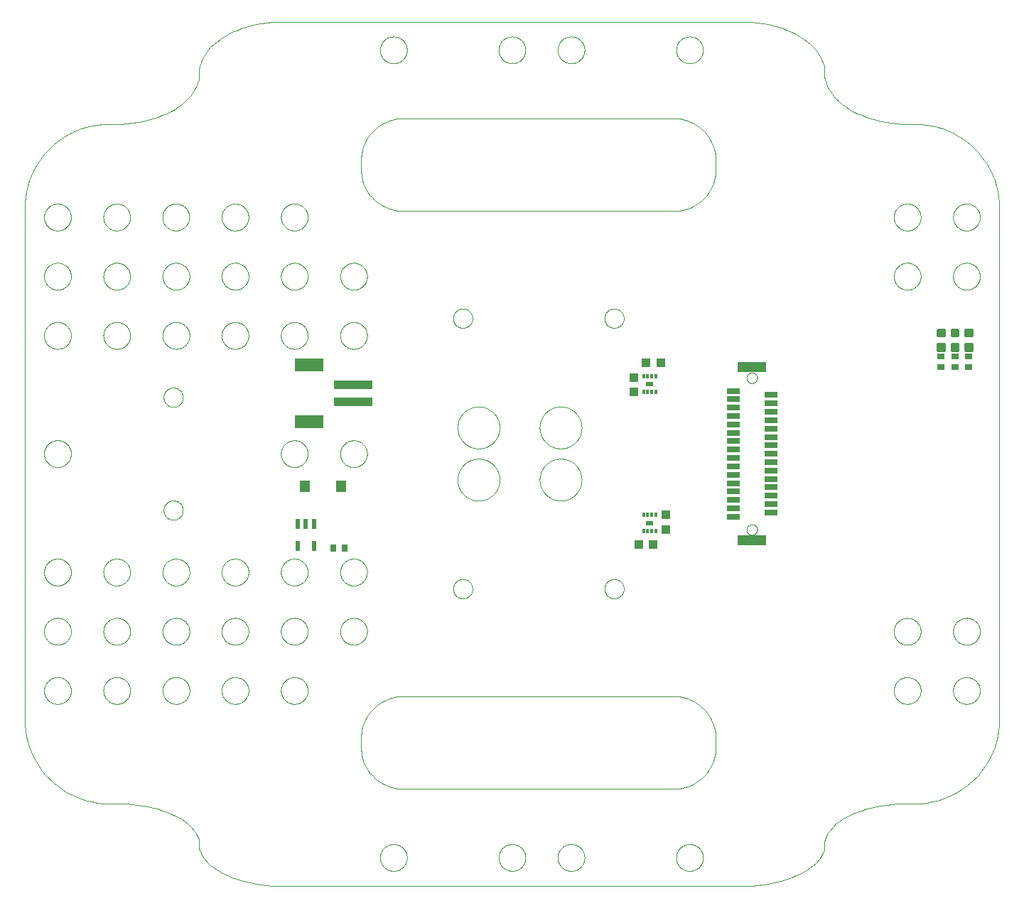
<source format=gtp>
G75*
%MOIN*%
%OFA0B0*%
%FSLAX25Y25*%
%IPPOS*%
%LPD*%
%AMOC8*
5,1,8,0,0,1.08239X$1,22.5*
%
%ADD10C,0.00394*%
%ADD11C,0.00000*%
%ADD12R,0.05906X0.02756*%
%ADD13R,0.13386X0.05118*%
%ADD14R,0.02165X0.04724*%
%ADD15R,0.18110X0.03937*%
%ADD16R,0.13386X0.06299*%
%ADD17R,0.05000X0.05787*%
%ADD18R,0.03543X0.02756*%
%ADD19C,0.01181*%
%ADD20R,0.02756X0.03543*%
%ADD21R,0.01378X0.02362*%
%ADD22R,0.03780X0.02126*%
%ADD23R,0.04331X0.03937*%
%ADD24R,0.03937X0.04331*%
D10*
X0090927Y0100557D02*
X0092345Y0099525D01*
X0093764Y0098493D01*
X0095379Y0097530D01*
X0097163Y0096651D01*
X0098947Y0095772D01*
X0100900Y0094977D01*
X0102995Y0094278D01*
X0105091Y0093579D01*
X0107328Y0092976D01*
X0109681Y0092484D01*
X0112034Y0091991D01*
X0114502Y0091609D01*
X0117059Y0091349D01*
X0119616Y0091089D01*
X0122261Y0090953D01*
X0342231Y0090953D01*
X0344876Y0091089D01*
X0347432Y0091349D01*
X0349989Y0091609D01*
X0352458Y0091991D01*
X0354811Y0092484D01*
X0357163Y0092976D01*
X0359401Y0093579D01*
X0361496Y0094278D01*
X0363592Y0094977D01*
X0365545Y0095772D01*
X0367329Y0096651D01*
X0369113Y0097530D01*
X0370728Y0098493D01*
X0372146Y0099525D01*
X0373565Y0100557D01*
X0374788Y0101660D01*
X0376787Y0103978D01*
X0377564Y0105195D01*
X0378090Y0106454D01*
X0378617Y0107714D01*
X0378894Y0109017D01*
X0378894Y0111685D01*
X0379171Y0112988D01*
X0379697Y0114248D01*
X0380224Y0115507D01*
X0381001Y0116724D01*
X0383000Y0119042D01*
X0384223Y0120145D01*
X0385641Y0121177D01*
X0387060Y0122209D01*
X0388675Y0123172D01*
X0390459Y0124051D01*
X0392243Y0124930D01*
X0394196Y0125725D01*
X0396291Y0126424D01*
X0398387Y0127123D01*
X0400624Y0127726D01*
X0402977Y0128218D01*
X0405330Y0128711D01*
X0407799Y0129093D01*
X0410355Y0129353D01*
X0412912Y0129613D01*
X0415557Y0129749D01*
X0424090Y0129749D01*
X0426735Y0130026D01*
X0429292Y0130552D01*
X0431848Y0131079D01*
X0434317Y0131856D01*
X0436670Y0132855D01*
X0439023Y0133855D01*
X0441260Y0135078D01*
X0443356Y0136496D01*
X0445451Y0137915D01*
X0447404Y0139530D01*
X0450972Y0143098D01*
X0452587Y0145051D01*
X0454005Y0147146D01*
X0455424Y0149242D01*
X0456647Y0151479D01*
X0458646Y0156185D01*
X0459423Y0158654D01*
X0459949Y0161210D01*
X0460476Y0163767D01*
X0460753Y0166412D01*
X0460753Y0411987D01*
X0460476Y0414632D01*
X0459949Y0417189D01*
X0459423Y0419746D01*
X0458646Y0422214D01*
X0456647Y0426920D01*
X0455424Y0429157D01*
X0454005Y0431253D01*
X0452587Y0433348D01*
X0450972Y0435301D01*
X0447404Y0438869D01*
X0445451Y0440484D01*
X0443356Y0441903D01*
X0441260Y0443321D01*
X0439023Y0444544D01*
X0434317Y0446543D01*
X0431848Y0447320D01*
X0429292Y0447847D01*
X0426735Y0448373D01*
X0424090Y0448650D01*
X0415557Y0448650D01*
X0412912Y0448819D01*
X0410355Y0449141D01*
X0407799Y0449463D01*
X0405330Y0449937D01*
X0400624Y0451159D01*
X0398387Y0451906D01*
X0396291Y0452773D01*
X0394196Y0453639D01*
X0392243Y0454626D01*
X0390459Y0455716D01*
X0388675Y0456806D01*
X0387060Y0457999D01*
X0385641Y0459279D01*
X0384223Y0460559D01*
X0383000Y0461927D01*
X0381001Y0464802D01*
X0380224Y0466310D01*
X0379697Y0467872D01*
X0379171Y0469434D01*
X0378894Y0471050D01*
X0378894Y0474357D01*
X0378617Y0475973D01*
X0378090Y0477535D01*
X0377564Y0479097D01*
X0376787Y0480605D01*
X0374788Y0483481D01*
X0373565Y0484848D01*
X0372146Y0486128D01*
X0370728Y0487408D01*
X0369113Y0488601D01*
X0367329Y0489691D01*
X0365545Y0490781D01*
X0363592Y0491768D01*
X0361496Y0492635D01*
X0359401Y0493501D01*
X0357163Y0494248D01*
X0352458Y0495470D01*
X0349989Y0495944D01*
X0347432Y0496266D01*
X0344876Y0496588D01*
X0342231Y0496757D01*
X0122261Y0496757D01*
X0119616Y0496588D01*
X0117059Y0496266D01*
X0114502Y0495944D01*
X0112034Y0495470D01*
X0107328Y0494248D01*
X0105091Y0493501D01*
X0102995Y0492635D01*
X0100900Y0491768D01*
X0098947Y0490781D01*
X0097163Y0489691D01*
X0095379Y0488601D01*
X0093764Y0487408D01*
X0092345Y0486128D01*
X0090927Y0484848D01*
X0089704Y0483481D01*
X0087705Y0480605D01*
X0086928Y0479097D01*
X0086401Y0477535D01*
X0085875Y0475973D01*
X0085598Y0474357D01*
X0085598Y0471050D01*
X0085321Y0469434D01*
X0084794Y0467872D01*
X0084267Y0466310D01*
X0083491Y0464802D01*
X0081492Y0461927D01*
X0080269Y0460559D01*
X0078850Y0459279D01*
X0077432Y0457999D01*
X0075817Y0456806D01*
X0074033Y0455716D01*
X0072249Y0454626D01*
X0070296Y0453639D01*
X0068200Y0452773D01*
X0066105Y0451906D01*
X0063867Y0451159D01*
X0059161Y0449937D01*
X0056693Y0449463D01*
X0054136Y0449141D01*
X0051580Y0448819D01*
X0048934Y0448650D01*
X0040402Y0448650D01*
X0037757Y0448373D01*
X0035200Y0447847D01*
X0032643Y0447320D01*
X0030175Y0446543D01*
X0025469Y0444544D01*
X0023231Y0443321D01*
X0021136Y0441903D01*
X0019041Y0440484D01*
X0017088Y0438869D01*
X0013520Y0435301D01*
X0011905Y0433348D01*
X0010486Y0431253D01*
X0009067Y0429157D01*
X0007845Y0426920D01*
X0005846Y0422214D01*
X0005069Y0419746D01*
X0004542Y0417189D01*
X0004016Y0414632D01*
X0003739Y0411987D01*
X0003739Y0166412D01*
X0004016Y0163767D01*
X0004542Y0161210D01*
X0005069Y0158654D01*
X0005846Y0156185D01*
X0007845Y0151479D01*
X0009067Y0149242D01*
X0010486Y0147146D01*
X0011905Y0145051D01*
X0013520Y0143098D01*
X0017088Y0139530D01*
X0019041Y0137915D01*
X0021136Y0136496D01*
X0023231Y0135078D01*
X0025469Y0133855D01*
X0027822Y0132855D01*
X0030175Y0131856D01*
X0032643Y0131079D01*
X0035200Y0130552D01*
X0037757Y0130026D01*
X0040402Y0129749D01*
X0048934Y0129749D01*
X0051580Y0129613D01*
X0054136Y0129353D01*
X0056693Y0129093D01*
X0059161Y0128711D01*
X0061514Y0128218D01*
X0063867Y0127726D01*
X0066105Y0127123D01*
X0068200Y0126424D01*
X0070296Y0125725D01*
X0072249Y0124930D01*
X0074033Y0124051D01*
X0075817Y0123172D01*
X0077432Y0122209D01*
X0078850Y0121177D01*
X0080269Y0120145D01*
X0081492Y0119042D01*
X0083491Y0116724D01*
X0084267Y0115507D01*
X0084794Y0114248D01*
X0085321Y0112988D01*
X0085598Y0111685D01*
X0085598Y0109017D01*
X0085875Y0107714D01*
X0086401Y0106454D01*
X0086928Y0105195D01*
X0087705Y0103978D01*
X0089704Y0101660D01*
X0090927Y0100557D01*
X0163542Y0147308D02*
X0162542Y0149661D01*
X0162154Y0150895D01*
X0161891Y0152173D01*
X0161627Y0153452D01*
X0161489Y0154774D01*
X0161489Y0161603D01*
X0161627Y0162926D01*
X0161891Y0164204D01*
X0162154Y0165483D01*
X0162542Y0166717D01*
X0163542Y0169070D01*
X0164153Y0170189D01*
X0164863Y0171236D01*
X0165572Y0172284D01*
X0166379Y0173260D01*
X0168163Y0175044D01*
X0169140Y0175852D01*
X0170188Y0176561D01*
X0171235Y0177271D01*
X0172354Y0177882D01*
X0174707Y0178881D01*
X0175941Y0179270D01*
X0177220Y0179533D01*
X0178498Y0179797D01*
X0179821Y0179935D01*
X0309576Y0179935D01*
X0310898Y0179797D01*
X0313455Y0179270D01*
X0314689Y0178881D01*
X0315866Y0178382D01*
X0317042Y0177882D01*
X0318161Y0177271D01*
X0319209Y0176561D01*
X0320256Y0175852D01*
X0321233Y0175044D01*
X0322125Y0174152D01*
X0323017Y0173260D01*
X0323824Y0172284D01*
X0325243Y0170189D01*
X0325854Y0169070D01*
X0326854Y0166717D01*
X0327242Y0165483D01*
X0327505Y0164204D01*
X0327769Y0162926D01*
X0327907Y0161603D01*
X0327907Y0154774D01*
X0327769Y0153452D01*
X0327505Y0152173D01*
X0327242Y0150895D01*
X0326854Y0149661D01*
X0325854Y0147308D01*
X0325243Y0146189D01*
X0324534Y0145141D01*
X0323824Y0144093D01*
X0323017Y0143117D01*
X0322125Y0142225D01*
X0321233Y0141333D01*
X0320256Y0140526D01*
X0319209Y0139816D01*
X0318161Y0139107D01*
X0317042Y0138496D01*
X0315866Y0137996D01*
X0314689Y0137496D01*
X0313455Y0137108D01*
X0312177Y0136844D01*
X0310898Y0136581D01*
X0309576Y0136442D01*
X0179821Y0136442D01*
X0178498Y0136581D01*
X0177220Y0136844D01*
X0175941Y0137108D01*
X0174707Y0137496D01*
X0172354Y0138496D01*
X0171235Y0139107D01*
X0169140Y0140526D01*
X0168163Y0141333D01*
X0167271Y0142225D01*
X0166379Y0143117D01*
X0165572Y0144093D01*
X0164863Y0145141D01*
X0164153Y0146189D01*
X0163542Y0147308D01*
X0179821Y0407775D02*
X0178498Y0407914D01*
X0177220Y0408177D01*
X0175941Y0408440D01*
X0174707Y0408829D01*
X0172354Y0409828D01*
X0171235Y0410440D01*
X0169140Y0411858D01*
X0168163Y0412666D01*
X0166379Y0414450D01*
X0165572Y0415426D01*
X0164863Y0416474D01*
X0164153Y0417522D01*
X0163542Y0418640D01*
X0162542Y0420993D01*
X0162154Y0422227D01*
X0161627Y0424784D01*
X0161489Y0426107D01*
X0161489Y0432936D01*
X0161627Y0434258D01*
X0162154Y0436815D01*
X0162542Y0438049D01*
X0163542Y0440402D01*
X0164153Y0441521D01*
X0164863Y0442569D01*
X0165572Y0443617D01*
X0166379Y0444593D01*
X0168163Y0446377D01*
X0169140Y0447184D01*
X0170188Y0447894D01*
X0171235Y0448603D01*
X0172354Y0449215D01*
X0174707Y0450214D01*
X0175941Y0450602D01*
X0177220Y0450866D01*
X0178498Y0451129D01*
X0179821Y0451268D01*
X0309576Y0451268D01*
X0310898Y0451129D01*
X0312177Y0450866D01*
X0313455Y0450602D01*
X0314689Y0450214D01*
X0315866Y0449714D01*
X0317042Y0449215D01*
X0318161Y0448603D01*
X0319209Y0447894D01*
X0320256Y0447184D01*
X0321233Y0446377D01*
X0322125Y0445485D01*
X0323017Y0444593D01*
X0323824Y0443617D01*
X0324534Y0442569D01*
X0325243Y0441521D01*
X0325854Y0440402D01*
X0326854Y0438049D01*
X0327242Y0436815D01*
X0327769Y0434258D01*
X0327907Y0432936D01*
X0327907Y0426107D01*
X0327769Y0424784D01*
X0327242Y0422227D01*
X0326854Y0420993D01*
X0325854Y0418640D01*
X0325243Y0417522D01*
X0324534Y0416474D01*
X0323824Y0415426D01*
X0323017Y0414450D01*
X0322125Y0413558D01*
X0321233Y0412666D01*
X0320256Y0411858D01*
X0319209Y0411149D01*
X0318161Y0410440D01*
X0317042Y0409828D01*
X0315866Y0409328D01*
X0314689Y0408829D01*
X0313455Y0408440D01*
X0312177Y0408177D01*
X0310898Y0407914D01*
X0309576Y0407775D01*
X0179821Y0407775D01*
D11*
X0151701Y0377175D02*
X0151703Y0377333D01*
X0151709Y0377491D01*
X0151719Y0377649D01*
X0151733Y0377807D01*
X0151751Y0377964D01*
X0151772Y0378121D01*
X0151798Y0378277D01*
X0151828Y0378433D01*
X0151861Y0378588D01*
X0151899Y0378741D01*
X0151940Y0378894D01*
X0151985Y0379046D01*
X0152034Y0379197D01*
X0152087Y0379346D01*
X0152143Y0379494D01*
X0152203Y0379640D01*
X0152267Y0379785D01*
X0152335Y0379928D01*
X0152406Y0380070D01*
X0152480Y0380210D01*
X0152558Y0380347D01*
X0152640Y0380483D01*
X0152724Y0380617D01*
X0152813Y0380748D01*
X0152904Y0380877D01*
X0152999Y0381004D01*
X0153096Y0381129D01*
X0153197Y0381251D01*
X0153301Y0381370D01*
X0153408Y0381487D01*
X0153518Y0381601D01*
X0153631Y0381712D01*
X0153746Y0381821D01*
X0153864Y0381926D01*
X0153985Y0382028D01*
X0154108Y0382128D01*
X0154234Y0382224D01*
X0154362Y0382317D01*
X0154492Y0382407D01*
X0154625Y0382493D01*
X0154760Y0382577D01*
X0154896Y0382656D01*
X0155035Y0382733D01*
X0155176Y0382805D01*
X0155318Y0382875D01*
X0155462Y0382940D01*
X0155608Y0383002D01*
X0155755Y0383060D01*
X0155904Y0383115D01*
X0156054Y0383166D01*
X0156205Y0383213D01*
X0156357Y0383256D01*
X0156510Y0383295D01*
X0156665Y0383331D01*
X0156820Y0383362D01*
X0156976Y0383390D01*
X0157132Y0383414D01*
X0157289Y0383434D01*
X0157447Y0383450D01*
X0157604Y0383462D01*
X0157763Y0383470D01*
X0157921Y0383474D01*
X0158079Y0383474D01*
X0158237Y0383470D01*
X0158396Y0383462D01*
X0158553Y0383450D01*
X0158711Y0383434D01*
X0158868Y0383414D01*
X0159024Y0383390D01*
X0159180Y0383362D01*
X0159335Y0383331D01*
X0159490Y0383295D01*
X0159643Y0383256D01*
X0159795Y0383213D01*
X0159946Y0383166D01*
X0160096Y0383115D01*
X0160245Y0383060D01*
X0160392Y0383002D01*
X0160538Y0382940D01*
X0160682Y0382875D01*
X0160824Y0382805D01*
X0160965Y0382733D01*
X0161104Y0382656D01*
X0161240Y0382577D01*
X0161375Y0382493D01*
X0161508Y0382407D01*
X0161638Y0382317D01*
X0161766Y0382224D01*
X0161892Y0382128D01*
X0162015Y0382028D01*
X0162136Y0381926D01*
X0162254Y0381821D01*
X0162369Y0381712D01*
X0162482Y0381601D01*
X0162592Y0381487D01*
X0162699Y0381370D01*
X0162803Y0381251D01*
X0162904Y0381129D01*
X0163001Y0381004D01*
X0163096Y0380877D01*
X0163187Y0380748D01*
X0163276Y0380617D01*
X0163360Y0380483D01*
X0163442Y0380347D01*
X0163520Y0380210D01*
X0163594Y0380070D01*
X0163665Y0379928D01*
X0163733Y0379785D01*
X0163797Y0379640D01*
X0163857Y0379494D01*
X0163913Y0379346D01*
X0163966Y0379197D01*
X0164015Y0379046D01*
X0164060Y0378894D01*
X0164101Y0378741D01*
X0164139Y0378588D01*
X0164172Y0378433D01*
X0164202Y0378277D01*
X0164228Y0378121D01*
X0164249Y0377964D01*
X0164267Y0377807D01*
X0164281Y0377649D01*
X0164291Y0377491D01*
X0164297Y0377333D01*
X0164299Y0377175D01*
X0164297Y0377017D01*
X0164291Y0376859D01*
X0164281Y0376701D01*
X0164267Y0376543D01*
X0164249Y0376386D01*
X0164228Y0376229D01*
X0164202Y0376073D01*
X0164172Y0375917D01*
X0164139Y0375762D01*
X0164101Y0375609D01*
X0164060Y0375456D01*
X0164015Y0375304D01*
X0163966Y0375153D01*
X0163913Y0375004D01*
X0163857Y0374856D01*
X0163797Y0374710D01*
X0163733Y0374565D01*
X0163665Y0374422D01*
X0163594Y0374280D01*
X0163520Y0374140D01*
X0163442Y0374003D01*
X0163360Y0373867D01*
X0163276Y0373733D01*
X0163187Y0373602D01*
X0163096Y0373473D01*
X0163001Y0373346D01*
X0162904Y0373221D01*
X0162803Y0373099D01*
X0162699Y0372980D01*
X0162592Y0372863D01*
X0162482Y0372749D01*
X0162369Y0372638D01*
X0162254Y0372529D01*
X0162136Y0372424D01*
X0162015Y0372322D01*
X0161892Y0372222D01*
X0161766Y0372126D01*
X0161638Y0372033D01*
X0161508Y0371943D01*
X0161375Y0371857D01*
X0161240Y0371773D01*
X0161104Y0371694D01*
X0160965Y0371617D01*
X0160824Y0371545D01*
X0160682Y0371475D01*
X0160538Y0371410D01*
X0160392Y0371348D01*
X0160245Y0371290D01*
X0160096Y0371235D01*
X0159946Y0371184D01*
X0159795Y0371137D01*
X0159643Y0371094D01*
X0159490Y0371055D01*
X0159335Y0371019D01*
X0159180Y0370988D01*
X0159024Y0370960D01*
X0158868Y0370936D01*
X0158711Y0370916D01*
X0158553Y0370900D01*
X0158396Y0370888D01*
X0158237Y0370880D01*
X0158079Y0370876D01*
X0157921Y0370876D01*
X0157763Y0370880D01*
X0157604Y0370888D01*
X0157447Y0370900D01*
X0157289Y0370916D01*
X0157132Y0370936D01*
X0156976Y0370960D01*
X0156820Y0370988D01*
X0156665Y0371019D01*
X0156510Y0371055D01*
X0156357Y0371094D01*
X0156205Y0371137D01*
X0156054Y0371184D01*
X0155904Y0371235D01*
X0155755Y0371290D01*
X0155608Y0371348D01*
X0155462Y0371410D01*
X0155318Y0371475D01*
X0155176Y0371545D01*
X0155035Y0371617D01*
X0154896Y0371694D01*
X0154760Y0371773D01*
X0154625Y0371857D01*
X0154492Y0371943D01*
X0154362Y0372033D01*
X0154234Y0372126D01*
X0154108Y0372222D01*
X0153985Y0372322D01*
X0153864Y0372424D01*
X0153746Y0372529D01*
X0153631Y0372638D01*
X0153518Y0372749D01*
X0153408Y0372863D01*
X0153301Y0372980D01*
X0153197Y0373099D01*
X0153096Y0373221D01*
X0152999Y0373346D01*
X0152904Y0373473D01*
X0152813Y0373602D01*
X0152724Y0373733D01*
X0152640Y0373867D01*
X0152558Y0374003D01*
X0152480Y0374140D01*
X0152406Y0374280D01*
X0152335Y0374422D01*
X0152267Y0374565D01*
X0152203Y0374710D01*
X0152143Y0374856D01*
X0152087Y0375004D01*
X0152034Y0375153D01*
X0151985Y0375304D01*
X0151940Y0375456D01*
X0151899Y0375609D01*
X0151861Y0375762D01*
X0151828Y0375917D01*
X0151798Y0376073D01*
X0151772Y0376229D01*
X0151751Y0376386D01*
X0151733Y0376543D01*
X0151719Y0376701D01*
X0151709Y0376859D01*
X0151703Y0377017D01*
X0151701Y0377175D01*
X0123901Y0377175D02*
X0123903Y0377333D01*
X0123909Y0377491D01*
X0123919Y0377649D01*
X0123933Y0377807D01*
X0123951Y0377964D01*
X0123972Y0378121D01*
X0123998Y0378277D01*
X0124028Y0378433D01*
X0124061Y0378588D01*
X0124099Y0378741D01*
X0124140Y0378894D01*
X0124185Y0379046D01*
X0124234Y0379197D01*
X0124287Y0379346D01*
X0124343Y0379494D01*
X0124403Y0379640D01*
X0124467Y0379785D01*
X0124535Y0379928D01*
X0124606Y0380070D01*
X0124680Y0380210D01*
X0124758Y0380347D01*
X0124840Y0380483D01*
X0124924Y0380617D01*
X0125013Y0380748D01*
X0125104Y0380877D01*
X0125199Y0381004D01*
X0125296Y0381129D01*
X0125397Y0381251D01*
X0125501Y0381370D01*
X0125608Y0381487D01*
X0125718Y0381601D01*
X0125831Y0381712D01*
X0125946Y0381821D01*
X0126064Y0381926D01*
X0126185Y0382028D01*
X0126308Y0382128D01*
X0126434Y0382224D01*
X0126562Y0382317D01*
X0126692Y0382407D01*
X0126825Y0382493D01*
X0126960Y0382577D01*
X0127096Y0382656D01*
X0127235Y0382733D01*
X0127376Y0382805D01*
X0127518Y0382875D01*
X0127662Y0382940D01*
X0127808Y0383002D01*
X0127955Y0383060D01*
X0128104Y0383115D01*
X0128254Y0383166D01*
X0128405Y0383213D01*
X0128557Y0383256D01*
X0128710Y0383295D01*
X0128865Y0383331D01*
X0129020Y0383362D01*
X0129176Y0383390D01*
X0129332Y0383414D01*
X0129489Y0383434D01*
X0129647Y0383450D01*
X0129804Y0383462D01*
X0129963Y0383470D01*
X0130121Y0383474D01*
X0130279Y0383474D01*
X0130437Y0383470D01*
X0130596Y0383462D01*
X0130753Y0383450D01*
X0130911Y0383434D01*
X0131068Y0383414D01*
X0131224Y0383390D01*
X0131380Y0383362D01*
X0131535Y0383331D01*
X0131690Y0383295D01*
X0131843Y0383256D01*
X0131995Y0383213D01*
X0132146Y0383166D01*
X0132296Y0383115D01*
X0132445Y0383060D01*
X0132592Y0383002D01*
X0132738Y0382940D01*
X0132882Y0382875D01*
X0133024Y0382805D01*
X0133165Y0382733D01*
X0133304Y0382656D01*
X0133440Y0382577D01*
X0133575Y0382493D01*
X0133708Y0382407D01*
X0133838Y0382317D01*
X0133966Y0382224D01*
X0134092Y0382128D01*
X0134215Y0382028D01*
X0134336Y0381926D01*
X0134454Y0381821D01*
X0134569Y0381712D01*
X0134682Y0381601D01*
X0134792Y0381487D01*
X0134899Y0381370D01*
X0135003Y0381251D01*
X0135104Y0381129D01*
X0135201Y0381004D01*
X0135296Y0380877D01*
X0135387Y0380748D01*
X0135476Y0380617D01*
X0135560Y0380483D01*
X0135642Y0380347D01*
X0135720Y0380210D01*
X0135794Y0380070D01*
X0135865Y0379928D01*
X0135933Y0379785D01*
X0135997Y0379640D01*
X0136057Y0379494D01*
X0136113Y0379346D01*
X0136166Y0379197D01*
X0136215Y0379046D01*
X0136260Y0378894D01*
X0136301Y0378741D01*
X0136339Y0378588D01*
X0136372Y0378433D01*
X0136402Y0378277D01*
X0136428Y0378121D01*
X0136449Y0377964D01*
X0136467Y0377807D01*
X0136481Y0377649D01*
X0136491Y0377491D01*
X0136497Y0377333D01*
X0136499Y0377175D01*
X0136497Y0377017D01*
X0136491Y0376859D01*
X0136481Y0376701D01*
X0136467Y0376543D01*
X0136449Y0376386D01*
X0136428Y0376229D01*
X0136402Y0376073D01*
X0136372Y0375917D01*
X0136339Y0375762D01*
X0136301Y0375609D01*
X0136260Y0375456D01*
X0136215Y0375304D01*
X0136166Y0375153D01*
X0136113Y0375004D01*
X0136057Y0374856D01*
X0135997Y0374710D01*
X0135933Y0374565D01*
X0135865Y0374422D01*
X0135794Y0374280D01*
X0135720Y0374140D01*
X0135642Y0374003D01*
X0135560Y0373867D01*
X0135476Y0373733D01*
X0135387Y0373602D01*
X0135296Y0373473D01*
X0135201Y0373346D01*
X0135104Y0373221D01*
X0135003Y0373099D01*
X0134899Y0372980D01*
X0134792Y0372863D01*
X0134682Y0372749D01*
X0134569Y0372638D01*
X0134454Y0372529D01*
X0134336Y0372424D01*
X0134215Y0372322D01*
X0134092Y0372222D01*
X0133966Y0372126D01*
X0133838Y0372033D01*
X0133708Y0371943D01*
X0133575Y0371857D01*
X0133440Y0371773D01*
X0133304Y0371694D01*
X0133165Y0371617D01*
X0133024Y0371545D01*
X0132882Y0371475D01*
X0132738Y0371410D01*
X0132592Y0371348D01*
X0132445Y0371290D01*
X0132296Y0371235D01*
X0132146Y0371184D01*
X0131995Y0371137D01*
X0131843Y0371094D01*
X0131690Y0371055D01*
X0131535Y0371019D01*
X0131380Y0370988D01*
X0131224Y0370960D01*
X0131068Y0370936D01*
X0130911Y0370916D01*
X0130753Y0370900D01*
X0130596Y0370888D01*
X0130437Y0370880D01*
X0130279Y0370876D01*
X0130121Y0370876D01*
X0129963Y0370880D01*
X0129804Y0370888D01*
X0129647Y0370900D01*
X0129489Y0370916D01*
X0129332Y0370936D01*
X0129176Y0370960D01*
X0129020Y0370988D01*
X0128865Y0371019D01*
X0128710Y0371055D01*
X0128557Y0371094D01*
X0128405Y0371137D01*
X0128254Y0371184D01*
X0128104Y0371235D01*
X0127955Y0371290D01*
X0127808Y0371348D01*
X0127662Y0371410D01*
X0127518Y0371475D01*
X0127376Y0371545D01*
X0127235Y0371617D01*
X0127096Y0371694D01*
X0126960Y0371773D01*
X0126825Y0371857D01*
X0126692Y0371943D01*
X0126562Y0372033D01*
X0126434Y0372126D01*
X0126308Y0372222D01*
X0126185Y0372322D01*
X0126064Y0372424D01*
X0125946Y0372529D01*
X0125831Y0372638D01*
X0125718Y0372749D01*
X0125608Y0372863D01*
X0125501Y0372980D01*
X0125397Y0373099D01*
X0125296Y0373221D01*
X0125199Y0373346D01*
X0125104Y0373473D01*
X0125013Y0373602D01*
X0124924Y0373733D01*
X0124840Y0373867D01*
X0124758Y0374003D01*
X0124680Y0374140D01*
X0124606Y0374280D01*
X0124535Y0374422D01*
X0124467Y0374565D01*
X0124403Y0374710D01*
X0124343Y0374856D01*
X0124287Y0375004D01*
X0124234Y0375153D01*
X0124185Y0375304D01*
X0124140Y0375456D01*
X0124099Y0375609D01*
X0124061Y0375762D01*
X0124028Y0375917D01*
X0123998Y0376073D01*
X0123972Y0376229D01*
X0123951Y0376386D01*
X0123933Y0376543D01*
X0123919Y0376701D01*
X0123909Y0376859D01*
X0123903Y0377017D01*
X0123901Y0377175D01*
X0096101Y0377175D02*
X0096103Y0377333D01*
X0096109Y0377491D01*
X0096119Y0377649D01*
X0096133Y0377807D01*
X0096151Y0377964D01*
X0096172Y0378121D01*
X0096198Y0378277D01*
X0096228Y0378433D01*
X0096261Y0378588D01*
X0096299Y0378741D01*
X0096340Y0378894D01*
X0096385Y0379046D01*
X0096434Y0379197D01*
X0096487Y0379346D01*
X0096543Y0379494D01*
X0096603Y0379640D01*
X0096667Y0379785D01*
X0096735Y0379928D01*
X0096806Y0380070D01*
X0096880Y0380210D01*
X0096958Y0380347D01*
X0097040Y0380483D01*
X0097124Y0380617D01*
X0097213Y0380748D01*
X0097304Y0380877D01*
X0097399Y0381004D01*
X0097496Y0381129D01*
X0097597Y0381251D01*
X0097701Y0381370D01*
X0097808Y0381487D01*
X0097918Y0381601D01*
X0098031Y0381712D01*
X0098146Y0381821D01*
X0098264Y0381926D01*
X0098385Y0382028D01*
X0098508Y0382128D01*
X0098634Y0382224D01*
X0098762Y0382317D01*
X0098892Y0382407D01*
X0099025Y0382493D01*
X0099160Y0382577D01*
X0099296Y0382656D01*
X0099435Y0382733D01*
X0099576Y0382805D01*
X0099718Y0382875D01*
X0099862Y0382940D01*
X0100008Y0383002D01*
X0100155Y0383060D01*
X0100304Y0383115D01*
X0100454Y0383166D01*
X0100605Y0383213D01*
X0100757Y0383256D01*
X0100910Y0383295D01*
X0101065Y0383331D01*
X0101220Y0383362D01*
X0101376Y0383390D01*
X0101532Y0383414D01*
X0101689Y0383434D01*
X0101847Y0383450D01*
X0102004Y0383462D01*
X0102163Y0383470D01*
X0102321Y0383474D01*
X0102479Y0383474D01*
X0102637Y0383470D01*
X0102796Y0383462D01*
X0102953Y0383450D01*
X0103111Y0383434D01*
X0103268Y0383414D01*
X0103424Y0383390D01*
X0103580Y0383362D01*
X0103735Y0383331D01*
X0103890Y0383295D01*
X0104043Y0383256D01*
X0104195Y0383213D01*
X0104346Y0383166D01*
X0104496Y0383115D01*
X0104645Y0383060D01*
X0104792Y0383002D01*
X0104938Y0382940D01*
X0105082Y0382875D01*
X0105224Y0382805D01*
X0105365Y0382733D01*
X0105504Y0382656D01*
X0105640Y0382577D01*
X0105775Y0382493D01*
X0105908Y0382407D01*
X0106038Y0382317D01*
X0106166Y0382224D01*
X0106292Y0382128D01*
X0106415Y0382028D01*
X0106536Y0381926D01*
X0106654Y0381821D01*
X0106769Y0381712D01*
X0106882Y0381601D01*
X0106992Y0381487D01*
X0107099Y0381370D01*
X0107203Y0381251D01*
X0107304Y0381129D01*
X0107401Y0381004D01*
X0107496Y0380877D01*
X0107587Y0380748D01*
X0107676Y0380617D01*
X0107760Y0380483D01*
X0107842Y0380347D01*
X0107920Y0380210D01*
X0107994Y0380070D01*
X0108065Y0379928D01*
X0108133Y0379785D01*
X0108197Y0379640D01*
X0108257Y0379494D01*
X0108313Y0379346D01*
X0108366Y0379197D01*
X0108415Y0379046D01*
X0108460Y0378894D01*
X0108501Y0378741D01*
X0108539Y0378588D01*
X0108572Y0378433D01*
X0108602Y0378277D01*
X0108628Y0378121D01*
X0108649Y0377964D01*
X0108667Y0377807D01*
X0108681Y0377649D01*
X0108691Y0377491D01*
X0108697Y0377333D01*
X0108699Y0377175D01*
X0108697Y0377017D01*
X0108691Y0376859D01*
X0108681Y0376701D01*
X0108667Y0376543D01*
X0108649Y0376386D01*
X0108628Y0376229D01*
X0108602Y0376073D01*
X0108572Y0375917D01*
X0108539Y0375762D01*
X0108501Y0375609D01*
X0108460Y0375456D01*
X0108415Y0375304D01*
X0108366Y0375153D01*
X0108313Y0375004D01*
X0108257Y0374856D01*
X0108197Y0374710D01*
X0108133Y0374565D01*
X0108065Y0374422D01*
X0107994Y0374280D01*
X0107920Y0374140D01*
X0107842Y0374003D01*
X0107760Y0373867D01*
X0107676Y0373733D01*
X0107587Y0373602D01*
X0107496Y0373473D01*
X0107401Y0373346D01*
X0107304Y0373221D01*
X0107203Y0373099D01*
X0107099Y0372980D01*
X0106992Y0372863D01*
X0106882Y0372749D01*
X0106769Y0372638D01*
X0106654Y0372529D01*
X0106536Y0372424D01*
X0106415Y0372322D01*
X0106292Y0372222D01*
X0106166Y0372126D01*
X0106038Y0372033D01*
X0105908Y0371943D01*
X0105775Y0371857D01*
X0105640Y0371773D01*
X0105504Y0371694D01*
X0105365Y0371617D01*
X0105224Y0371545D01*
X0105082Y0371475D01*
X0104938Y0371410D01*
X0104792Y0371348D01*
X0104645Y0371290D01*
X0104496Y0371235D01*
X0104346Y0371184D01*
X0104195Y0371137D01*
X0104043Y0371094D01*
X0103890Y0371055D01*
X0103735Y0371019D01*
X0103580Y0370988D01*
X0103424Y0370960D01*
X0103268Y0370936D01*
X0103111Y0370916D01*
X0102953Y0370900D01*
X0102796Y0370888D01*
X0102637Y0370880D01*
X0102479Y0370876D01*
X0102321Y0370876D01*
X0102163Y0370880D01*
X0102004Y0370888D01*
X0101847Y0370900D01*
X0101689Y0370916D01*
X0101532Y0370936D01*
X0101376Y0370960D01*
X0101220Y0370988D01*
X0101065Y0371019D01*
X0100910Y0371055D01*
X0100757Y0371094D01*
X0100605Y0371137D01*
X0100454Y0371184D01*
X0100304Y0371235D01*
X0100155Y0371290D01*
X0100008Y0371348D01*
X0099862Y0371410D01*
X0099718Y0371475D01*
X0099576Y0371545D01*
X0099435Y0371617D01*
X0099296Y0371694D01*
X0099160Y0371773D01*
X0099025Y0371857D01*
X0098892Y0371943D01*
X0098762Y0372033D01*
X0098634Y0372126D01*
X0098508Y0372222D01*
X0098385Y0372322D01*
X0098264Y0372424D01*
X0098146Y0372529D01*
X0098031Y0372638D01*
X0097918Y0372749D01*
X0097808Y0372863D01*
X0097701Y0372980D01*
X0097597Y0373099D01*
X0097496Y0373221D01*
X0097399Y0373346D01*
X0097304Y0373473D01*
X0097213Y0373602D01*
X0097124Y0373733D01*
X0097040Y0373867D01*
X0096958Y0374003D01*
X0096880Y0374140D01*
X0096806Y0374280D01*
X0096735Y0374422D01*
X0096667Y0374565D01*
X0096603Y0374710D01*
X0096543Y0374856D01*
X0096487Y0375004D01*
X0096434Y0375153D01*
X0096385Y0375304D01*
X0096340Y0375456D01*
X0096299Y0375609D01*
X0096261Y0375762D01*
X0096228Y0375917D01*
X0096198Y0376073D01*
X0096172Y0376229D01*
X0096151Y0376386D01*
X0096133Y0376543D01*
X0096119Y0376701D01*
X0096109Y0376859D01*
X0096103Y0377017D01*
X0096101Y0377175D01*
X0068401Y0377175D02*
X0068403Y0377333D01*
X0068409Y0377491D01*
X0068419Y0377649D01*
X0068433Y0377807D01*
X0068451Y0377964D01*
X0068472Y0378121D01*
X0068498Y0378277D01*
X0068528Y0378433D01*
X0068561Y0378588D01*
X0068599Y0378741D01*
X0068640Y0378894D01*
X0068685Y0379046D01*
X0068734Y0379197D01*
X0068787Y0379346D01*
X0068843Y0379494D01*
X0068903Y0379640D01*
X0068967Y0379785D01*
X0069035Y0379928D01*
X0069106Y0380070D01*
X0069180Y0380210D01*
X0069258Y0380347D01*
X0069340Y0380483D01*
X0069424Y0380617D01*
X0069513Y0380748D01*
X0069604Y0380877D01*
X0069699Y0381004D01*
X0069796Y0381129D01*
X0069897Y0381251D01*
X0070001Y0381370D01*
X0070108Y0381487D01*
X0070218Y0381601D01*
X0070331Y0381712D01*
X0070446Y0381821D01*
X0070564Y0381926D01*
X0070685Y0382028D01*
X0070808Y0382128D01*
X0070934Y0382224D01*
X0071062Y0382317D01*
X0071192Y0382407D01*
X0071325Y0382493D01*
X0071460Y0382577D01*
X0071596Y0382656D01*
X0071735Y0382733D01*
X0071876Y0382805D01*
X0072018Y0382875D01*
X0072162Y0382940D01*
X0072308Y0383002D01*
X0072455Y0383060D01*
X0072604Y0383115D01*
X0072754Y0383166D01*
X0072905Y0383213D01*
X0073057Y0383256D01*
X0073210Y0383295D01*
X0073365Y0383331D01*
X0073520Y0383362D01*
X0073676Y0383390D01*
X0073832Y0383414D01*
X0073989Y0383434D01*
X0074147Y0383450D01*
X0074304Y0383462D01*
X0074463Y0383470D01*
X0074621Y0383474D01*
X0074779Y0383474D01*
X0074937Y0383470D01*
X0075096Y0383462D01*
X0075253Y0383450D01*
X0075411Y0383434D01*
X0075568Y0383414D01*
X0075724Y0383390D01*
X0075880Y0383362D01*
X0076035Y0383331D01*
X0076190Y0383295D01*
X0076343Y0383256D01*
X0076495Y0383213D01*
X0076646Y0383166D01*
X0076796Y0383115D01*
X0076945Y0383060D01*
X0077092Y0383002D01*
X0077238Y0382940D01*
X0077382Y0382875D01*
X0077524Y0382805D01*
X0077665Y0382733D01*
X0077804Y0382656D01*
X0077940Y0382577D01*
X0078075Y0382493D01*
X0078208Y0382407D01*
X0078338Y0382317D01*
X0078466Y0382224D01*
X0078592Y0382128D01*
X0078715Y0382028D01*
X0078836Y0381926D01*
X0078954Y0381821D01*
X0079069Y0381712D01*
X0079182Y0381601D01*
X0079292Y0381487D01*
X0079399Y0381370D01*
X0079503Y0381251D01*
X0079604Y0381129D01*
X0079701Y0381004D01*
X0079796Y0380877D01*
X0079887Y0380748D01*
X0079976Y0380617D01*
X0080060Y0380483D01*
X0080142Y0380347D01*
X0080220Y0380210D01*
X0080294Y0380070D01*
X0080365Y0379928D01*
X0080433Y0379785D01*
X0080497Y0379640D01*
X0080557Y0379494D01*
X0080613Y0379346D01*
X0080666Y0379197D01*
X0080715Y0379046D01*
X0080760Y0378894D01*
X0080801Y0378741D01*
X0080839Y0378588D01*
X0080872Y0378433D01*
X0080902Y0378277D01*
X0080928Y0378121D01*
X0080949Y0377964D01*
X0080967Y0377807D01*
X0080981Y0377649D01*
X0080991Y0377491D01*
X0080997Y0377333D01*
X0080999Y0377175D01*
X0080997Y0377017D01*
X0080991Y0376859D01*
X0080981Y0376701D01*
X0080967Y0376543D01*
X0080949Y0376386D01*
X0080928Y0376229D01*
X0080902Y0376073D01*
X0080872Y0375917D01*
X0080839Y0375762D01*
X0080801Y0375609D01*
X0080760Y0375456D01*
X0080715Y0375304D01*
X0080666Y0375153D01*
X0080613Y0375004D01*
X0080557Y0374856D01*
X0080497Y0374710D01*
X0080433Y0374565D01*
X0080365Y0374422D01*
X0080294Y0374280D01*
X0080220Y0374140D01*
X0080142Y0374003D01*
X0080060Y0373867D01*
X0079976Y0373733D01*
X0079887Y0373602D01*
X0079796Y0373473D01*
X0079701Y0373346D01*
X0079604Y0373221D01*
X0079503Y0373099D01*
X0079399Y0372980D01*
X0079292Y0372863D01*
X0079182Y0372749D01*
X0079069Y0372638D01*
X0078954Y0372529D01*
X0078836Y0372424D01*
X0078715Y0372322D01*
X0078592Y0372222D01*
X0078466Y0372126D01*
X0078338Y0372033D01*
X0078208Y0371943D01*
X0078075Y0371857D01*
X0077940Y0371773D01*
X0077804Y0371694D01*
X0077665Y0371617D01*
X0077524Y0371545D01*
X0077382Y0371475D01*
X0077238Y0371410D01*
X0077092Y0371348D01*
X0076945Y0371290D01*
X0076796Y0371235D01*
X0076646Y0371184D01*
X0076495Y0371137D01*
X0076343Y0371094D01*
X0076190Y0371055D01*
X0076035Y0371019D01*
X0075880Y0370988D01*
X0075724Y0370960D01*
X0075568Y0370936D01*
X0075411Y0370916D01*
X0075253Y0370900D01*
X0075096Y0370888D01*
X0074937Y0370880D01*
X0074779Y0370876D01*
X0074621Y0370876D01*
X0074463Y0370880D01*
X0074304Y0370888D01*
X0074147Y0370900D01*
X0073989Y0370916D01*
X0073832Y0370936D01*
X0073676Y0370960D01*
X0073520Y0370988D01*
X0073365Y0371019D01*
X0073210Y0371055D01*
X0073057Y0371094D01*
X0072905Y0371137D01*
X0072754Y0371184D01*
X0072604Y0371235D01*
X0072455Y0371290D01*
X0072308Y0371348D01*
X0072162Y0371410D01*
X0072018Y0371475D01*
X0071876Y0371545D01*
X0071735Y0371617D01*
X0071596Y0371694D01*
X0071460Y0371773D01*
X0071325Y0371857D01*
X0071192Y0371943D01*
X0071062Y0372033D01*
X0070934Y0372126D01*
X0070808Y0372222D01*
X0070685Y0372322D01*
X0070564Y0372424D01*
X0070446Y0372529D01*
X0070331Y0372638D01*
X0070218Y0372749D01*
X0070108Y0372863D01*
X0070001Y0372980D01*
X0069897Y0373099D01*
X0069796Y0373221D01*
X0069699Y0373346D01*
X0069604Y0373473D01*
X0069513Y0373602D01*
X0069424Y0373733D01*
X0069340Y0373867D01*
X0069258Y0374003D01*
X0069180Y0374140D01*
X0069106Y0374280D01*
X0069035Y0374422D01*
X0068967Y0374565D01*
X0068903Y0374710D01*
X0068843Y0374856D01*
X0068787Y0375004D01*
X0068734Y0375153D01*
X0068685Y0375304D01*
X0068640Y0375456D01*
X0068599Y0375609D01*
X0068561Y0375762D01*
X0068528Y0375917D01*
X0068498Y0376073D01*
X0068472Y0376229D01*
X0068451Y0376386D01*
X0068433Y0376543D01*
X0068419Y0376701D01*
X0068409Y0376859D01*
X0068403Y0377017D01*
X0068401Y0377175D01*
X0040601Y0377175D02*
X0040603Y0377333D01*
X0040609Y0377491D01*
X0040619Y0377649D01*
X0040633Y0377807D01*
X0040651Y0377964D01*
X0040672Y0378121D01*
X0040698Y0378277D01*
X0040728Y0378433D01*
X0040761Y0378588D01*
X0040799Y0378741D01*
X0040840Y0378894D01*
X0040885Y0379046D01*
X0040934Y0379197D01*
X0040987Y0379346D01*
X0041043Y0379494D01*
X0041103Y0379640D01*
X0041167Y0379785D01*
X0041235Y0379928D01*
X0041306Y0380070D01*
X0041380Y0380210D01*
X0041458Y0380347D01*
X0041540Y0380483D01*
X0041624Y0380617D01*
X0041713Y0380748D01*
X0041804Y0380877D01*
X0041899Y0381004D01*
X0041996Y0381129D01*
X0042097Y0381251D01*
X0042201Y0381370D01*
X0042308Y0381487D01*
X0042418Y0381601D01*
X0042531Y0381712D01*
X0042646Y0381821D01*
X0042764Y0381926D01*
X0042885Y0382028D01*
X0043008Y0382128D01*
X0043134Y0382224D01*
X0043262Y0382317D01*
X0043392Y0382407D01*
X0043525Y0382493D01*
X0043660Y0382577D01*
X0043796Y0382656D01*
X0043935Y0382733D01*
X0044076Y0382805D01*
X0044218Y0382875D01*
X0044362Y0382940D01*
X0044508Y0383002D01*
X0044655Y0383060D01*
X0044804Y0383115D01*
X0044954Y0383166D01*
X0045105Y0383213D01*
X0045257Y0383256D01*
X0045410Y0383295D01*
X0045565Y0383331D01*
X0045720Y0383362D01*
X0045876Y0383390D01*
X0046032Y0383414D01*
X0046189Y0383434D01*
X0046347Y0383450D01*
X0046504Y0383462D01*
X0046663Y0383470D01*
X0046821Y0383474D01*
X0046979Y0383474D01*
X0047137Y0383470D01*
X0047296Y0383462D01*
X0047453Y0383450D01*
X0047611Y0383434D01*
X0047768Y0383414D01*
X0047924Y0383390D01*
X0048080Y0383362D01*
X0048235Y0383331D01*
X0048390Y0383295D01*
X0048543Y0383256D01*
X0048695Y0383213D01*
X0048846Y0383166D01*
X0048996Y0383115D01*
X0049145Y0383060D01*
X0049292Y0383002D01*
X0049438Y0382940D01*
X0049582Y0382875D01*
X0049724Y0382805D01*
X0049865Y0382733D01*
X0050004Y0382656D01*
X0050140Y0382577D01*
X0050275Y0382493D01*
X0050408Y0382407D01*
X0050538Y0382317D01*
X0050666Y0382224D01*
X0050792Y0382128D01*
X0050915Y0382028D01*
X0051036Y0381926D01*
X0051154Y0381821D01*
X0051269Y0381712D01*
X0051382Y0381601D01*
X0051492Y0381487D01*
X0051599Y0381370D01*
X0051703Y0381251D01*
X0051804Y0381129D01*
X0051901Y0381004D01*
X0051996Y0380877D01*
X0052087Y0380748D01*
X0052176Y0380617D01*
X0052260Y0380483D01*
X0052342Y0380347D01*
X0052420Y0380210D01*
X0052494Y0380070D01*
X0052565Y0379928D01*
X0052633Y0379785D01*
X0052697Y0379640D01*
X0052757Y0379494D01*
X0052813Y0379346D01*
X0052866Y0379197D01*
X0052915Y0379046D01*
X0052960Y0378894D01*
X0053001Y0378741D01*
X0053039Y0378588D01*
X0053072Y0378433D01*
X0053102Y0378277D01*
X0053128Y0378121D01*
X0053149Y0377964D01*
X0053167Y0377807D01*
X0053181Y0377649D01*
X0053191Y0377491D01*
X0053197Y0377333D01*
X0053199Y0377175D01*
X0053197Y0377017D01*
X0053191Y0376859D01*
X0053181Y0376701D01*
X0053167Y0376543D01*
X0053149Y0376386D01*
X0053128Y0376229D01*
X0053102Y0376073D01*
X0053072Y0375917D01*
X0053039Y0375762D01*
X0053001Y0375609D01*
X0052960Y0375456D01*
X0052915Y0375304D01*
X0052866Y0375153D01*
X0052813Y0375004D01*
X0052757Y0374856D01*
X0052697Y0374710D01*
X0052633Y0374565D01*
X0052565Y0374422D01*
X0052494Y0374280D01*
X0052420Y0374140D01*
X0052342Y0374003D01*
X0052260Y0373867D01*
X0052176Y0373733D01*
X0052087Y0373602D01*
X0051996Y0373473D01*
X0051901Y0373346D01*
X0051804Y0373221D01*
X0051703Y0373099D01*
X0051599Y0372980D01*
X0051492Y0372863D01*
X0051382Y0372749D01*
X0051269Y0372638D01*
X0051154Y0372529D01*
X0051036Y0372424D01*
X0050915Y0372322D01*
X0050792Y0372222D01*
X0050666Y0372126D01*
X0050538Y0372033D01*
X0050408Y0371943D01*
X0050275Y0371857D01*
X0050140Y0371773D01*
X0050004Y0371694D01*
X0049865Y0371617D01*
X0049724Y0371545D01*
X0049582Y0371475D01*
X0049438Y0371410D01*
X0049292Y0371348D01*
X0049145Y0371290D01*
X0048996Y0371235D01*
X0048846Y0371184D01*
X0048695Y0371137D01*
X0048543Y0371094D01*
X0048390Y0371055D01*
X0048235Y0371019D01*
X0048080Y0370988D01*
X0047924Y0370960D01*
X0047768Y0370936D01*
X0047611Y0370916D01*
X0047453Y0370900D01*
X0047296Y0370888D01*
X0047137Y0370880D01*
X0046979Y0370876D01*
X0046821Y0370876D01*
X0046663Y0370880D01*
X0046504Y0370888D01*
X0046347Y0370900D01*
X0046189Y0370916D01*
X0046032Y0370936D01*
X0045876Y0370960D01*
X0045720Y0370988D01*
X0045565Y0371019D01*
X0045410Y0371055D01*
X0045257Y0371094D01*
X0045105Y0371137D01*
X0044954Y0371184D01*
X0044804Y0371235D01*
X0044655Y0371290D01*
X0044508Y0371348D01*
X0044362Y0371410D01*
X0044218Y0371475D01*
X0044076Y0371545D01*
X0043935Y0371617D01*
X0043796Y0371694D01*
X0043660Y0371773D01*
X0043525Y0371857D01*
X0043392Y0371943D01*
X0043262Y0372033D01*
X0043134Y0372126D01*
X0043008Y0372222D01*
X0042885Y0372322D01*
X0042764Y0372424D01*
X0042646Y0372529D01*
X0042531Y0372638D01*
X0042418Y0372749D01*
X0042308Y0372863D01*
X0042201Y0372980D01*
X0042097Y0373099D01*
X0041996Y0373221D01*
X0041899Y0373346D01*
X0041804Y0373473D01*
X0041713Y0373602D01*
X0041624Y0373733D01*
X0041540Y0373867D01*
X0041458Y0374003D01*
X0041380Y0374140D01*
X0041306Y0374280D01*
X0041235Y0374422D01*
X0041167Y0374565D01*
X0041103Y0374710D01*
X0041043Y0374856D01*
X0040987Y0375004D01*
X0040934Y0375153D01*
X0040885Y0375304D01*
X0040840Y0375456D01*
X0040799Y0375609D01*
X0040761Y0375762D01*
X0040728Y0375917D01*
X0040698Y0376073D01*
X0040672Y0376229D01*
X0040651Y0376386D01*
X0040633Y0376543D01*
X0040619Y0376701D01*
X0040609Y0376859D01*
X0040603Y0377017D01*
X0040601Y0377175D01*
X0012801Y0377175D02*
X0012803Y0377333D01*
X0012809Y0377491D01*
X0012819Y0377649D01*
X0012833Y0377807D01*
X0012851Y0377964D01*
X0012872Y0378121D01*
X0012898Y0378277D01*
X0012928Y0378433D01*
X0012961Y0378588D01*
X0012999Y0378741D01*
X0013040Y0378894D01*
X0013085Y0379046D01*
X0013134Y0379197D01*
X0013187Y0379346D01*
X0013243Y0379494D01*
X0013303Y0379640D01*
X0013367Y0379785D01*
X0013435Y0379928D01*
X0013506Y0380070D01*
X0013580Y0380210D01*
X0013658Y0380347D01*
X0013740Y0380483D01*
X0013824Y0380617D01*
X0013913Y0380748D01*
X0014004Y0380877D01*
X0014099Y0381004D01*
X0014196Y0381129D01*
X0014297Y0381251D01*
X0014401Y0381370D01*
X0014508Y0381487D01*
X0014618Y0381601D01*
X0014731Y0381712D01*
X0014846Y0381821D01*
X0014964Y0381926D01*
X0015085Y0382028D01*
X0015208Y0382128D01*
X0015334Y0382224D01*
X0015462Y0382317D01*
X0015592Y0382407D01*
X0015725Y0382493D01*
X0015860Y0382577D01*
X0015996Y0382656D01*
X0016135Y0382733D01*
X0016276Y0382805D01*
X0016418Y0382875D01*
X0016562Y0382940D01*
X0016708Y0383002D01*
X0016855Y0383060D01*
X0017004Y0383115D01*
X0017154Y0383166D01*
X0017305Y0383213D01*
X0017457Y0383256D01*
X0017610Y0383295D01*
X0017765Y0383331D01*
X0017920Y0383362D01*
X0018076Y0383390D01*
X0018232Y0383414D01*
X0018389Y0383434D01*
X0018547Y0383450D01*
X0018704Y0383462D01*
X0018863Y0383470D01*
X0019021Y0383474D01*
X0019179Y0383474D01*
X0019337Y0383470D01*
X0019496Y0383462D01*
X0019653Y0383450D01*
X0019811Y0383434D01*
X0019968Y0383414D01*
X0020124Y0383390D01*
X0020280Y0383362D01*
X0020435Y0383331D01*
X0020590Y0383295D01*
X0020743Y0383256D01*
X0020895Y0383213D01*
X0021046Y0383166D01*
X0021196Y0383115D01*
X0021345Y0383060D01*
X0021492Y0383002D01*
X0021638Y0382940D01*
X0021782Y0382875D01*
X0021924Y0382805D01*
X0022065Y0382733D01*
X0022204Y0382656D01*
X0022340Y0382577D01*
X0022475Y0382493D01*
X0022608Y0382407D01*
X0022738Y0382317D01*
X0022866Y0382224D01*
X0022992Y0382128D01*
X0023115Y0382028D01*
X0023236Y0381926D01*
X0023354Y0381821D01*
X0023469Y0381712D01*
X0023582Y0381601D01*
X0023692Y0381487D01*
X0023799Y0381370D01*
X0023903Y0381251D01*
X0024004Y0381129D01*
X0024101Y0381004D01*
X0024196Y0380877D01*
X0024287Y0380748D01*
X0024376Y0380617D01*
X0024460Y0380483D01*
X0024542Y0380347D01*
X0024620Y0380210D01*
X0024694Y0380070D01*
X0024765Y0379928D01*
X0024833Y0379785D01*
X0024897Y0379640D01*
X0024957Y0379494D01*
X0025013Y0379346D01*
X0025066Y0379197D01*
X0025115Y0379046D01*
X0025160Y0378894D01*
X0025201Y0378741D01*
X0025239Y0378588D01*
X0025272Y0378433D01*
X0025302Y0378277D01*
X0025328Y0378121D01*
X0025349Y0377964D01*
X0025367Y0377807D01*
X0025381Y0377649D01*
X0025391Y0377491D01*
X0025397Y0377333D01*
X0025399Y0377175D01*
X0025397Y0377017D01*
X0025391Y0376859D01*
X0025381Y0376701D01*
X0025367Y0376543D01*
X0025349Y0376386D01*
X0025328Y0376229D01*
X0025302Y0376073D01*
X0025272Y0375917D01*
X0025239Y0375762D01*
X0025201Y0375609D01*
X0025160Y0375456D01*
X0025115Y0375304D01*
X0025066Y0375153D01*
X0025013Y0375004D01*
X0024957Y0374856D01*
X0024897Y0374710D01*
X0024833Y0374565D01*
X0024765Y0374422D01*
X0024694Y0374280D01*
X0024620Y0374140D01*
X0024542Y0374003D01*
X0024460Y0373867D01*
X0024376Y0373733D01*
X0024287Y0373602D01*
X0024196Y0373473D01*
X0024101Y0373346D01*
X0024004Y0373221D01*
X0023903Y0373099D01*
X0023799Y0372980D01*
X0023692Y0372863D01*
X0023582Y0372749D01*
X0023469Y0372638D01*
X0023354Y0372529D01*
X0023236Y0372424D01*
X0023115Y0372322D01*
X0022992Y0372222D01*
X0022866Y0372126D01*
X0022738Y0372033D01*
X0022608Y0371943D01*
X0022475Y0371857D01*
X0022340Y0371773D01*
X0022204Y0371694D01*
X0022065Y0371617D01*
X0021924Y0371545D01*
X0021782Y0371475D01*
X0021638Y0371410D01*
X0021492Y0371348D01*
X0021345Y0371290D01*
X0021196Y0371235D01*
X0021046Y0371184D01*
X0020895Y0371137D01*
X0020743Y0371094D01*
X0020590Y0371055D01*
X0020435Y0371019D01*
X0020280Y0370988D01*
X0020124Y0370960D01*
X0019968Y0370936D01*
X0019811Y0370916D01*
X0019653Y0370900D01*
X0019496Y0370888D01*
X0019337Y0370880D01*
X0019179Y0370876D01*
X0019021Y0370876D01*
X0018863Y0370880D01*
X0018704Y0370888D01*
X0018547Y0370900D01*
X0018389Y0370916D01*
X0018232Y0370936D01*
X0018076Y0370960D01*
X0017920Y0370988D01*
X0017765Y0371019D01*
X0017610Y0371055D01*
X0017457Y0371094D01*
X0017305Y0371137D01*
X0017154Y0371184D01*
X0017004Y0371235D01*
X0016855Y0371290D01*
X0016708Y0371348D01*
X0016562Y0371410D01*
X0016418Y0371475D01*
X0016276Y0371545D01*
X0016135Y0371617D01*
X0015996Y0371694D01*
X0015860Y0371773D01*
X0015725Y0371857D01*
X0015592Y0371943D01*
X0015462Y0372033D01*
X0015334Y0372126D01*
X0015208Y0372222D01*
X0015085Y0372322D01*
X0014964Y0372424D01*
X0014846Y0372529D01*
X0014731Y0372638D01*
X0014618Y0372749D01*
X0014508Y0372863D01*
X0014401Y0372980D01*
X0014297Y0373099D01*
X0014196Y0373221D01*
X0014099Y0373346D01*
X0014004Y0373473D01*
X0013913Y0373602D01*
X0013824Y0373733D01*
X0013740Y0373867D01*
X0013658Y0374003D01*
X0013580Y0374140D01*
X0013506Y0374280D01*
X0013435Y0374422D01*
X0013367Y0374565D01*
X0013303Y0374710D01*
X0013243Y0374856D01*
X0013187Y0375004D01*
X0013134Y0375153D01*
X0013085Y0375304D01*
X0013040Y0375456D01*
X0012999Y0375609D01*
X0012961Y0375762D01*
X0012928Y0375917D01*
X0012898Y0376073D01*
X0012872Y0376229D01*
X0012851Y0376386D01*
X0012833Y0376543D01*
X0012819Y0376701D01*
X0012809Y0376859D01*
X0012803Y0377017D01*
X0012801Y0377175D01*
X0012801Y0349375D02*
X0012803Y0349533D01*
X0012809Y0349691D01*
X0012819Y0349849D01*
X0012833Y0350007D01*
X0012851Y0350164D01*
X0012872Y0350321D01*
X0012898Y0350477D01*
X0012928Y0350633D01*
X0012961Y0350788D01*
X0012999Y0350941D01*
X0013040Y0351094D01*
X0013085Y0351246D01*
X0013134Y0351397D01*
X0013187Y0351546D01*
X0013243Y0351694D01*
X0013303Y0351840D01*
X0013367Y0351985D01*
X0013435Y0352128D01*
X0013506Y0352270D01*
X0013580Y0352410D01*
X0013658Y0352547D01*
X0013740Y0352683D01*
X0013824Y0352817D01*
X0013913Y0352948D01*
X0014004Y0353077D01*
X0014099Y0353204D01*
X0014196Y0353329D01*
X0014297Y0353451D01*
X0014401Y0353570D01*
X0014508Y0353687D01*
X0014618Y0353801D01*
X0014731Y0353912D01*
X0014846Y0354021D01*
X0014964Y0354126D01*
X0015085Y0354228D01*
X0015208Y0354328D01*
X0015334Y0354424D01*
X0015462Y0354517D01*
X0015592Y0354607D01*
X0015725Y0354693D01*
X0015860Y0354777D01*
X0015996Y0354856D01*
X0016135Y0354933D01*
X0016276Y0355005D01*
X0016418Y0355075D01*
X0016562Y0355140D01*
X0016708Y0355202D01*
X0016855Y0355260D01*
X0017004Y0355315D01*
X0017154Y0355366D01*
X0017305Y0355413D01*
X0017457Y0355456D01*
X0017610Y0355495D01*
X0017765Y0355531D01*
X0017920Y0355562D01*
X0018076Y0355590D01*
X0018232Y0355614D01*
X0018389Y0355634D01*
X0018547Y0355650D01*
X0018704Y0355662D01*
X0018863Y0355670D01*
X0019021Y0355674D01*
X0019179Y0355674D01*
X0019337Y0355670D01*
X0019496Y0355662D01*
X0019653Y0355650D01*
X0019811Y0355634D01*
X0019968Y0355614D01*
X0020124Y0355590D01*
X0020280Y0355562D01*
X0020435Y0355531D01*
X0020590Y0355495D01*
X0020743Y0355456D01*
X0020895Y0355413D01*
X0021046Y0355366D01*
X0021196Y0355315D01*
X0021345Y0355260D01*
X0021492Y0355202D01*
X0021638Y0355140D01*
X0021782Y0355075D01*
X0021924Y0355005D01*
X0022065Y0354933D01*
X0022204Y0354856D01*
X0022340Y0354777D01*
X0022475Y0354693D01*
X0022608Y0354607D01*
X0022738Y0354517D01*
X0022866Y0354424D01*
X0022992Y0354328D01*
X0023115Y0354228D01*
X0023236Y0354126D01*
X0023354Y0354021D01*
X0023469Y0353912D01*
X0023582Y0353801D01*
X0023692Y0353687D01*
X0023799Y0353570D01*
X0023903Y0353451D01*
X0024004Y0353329D01*
X0024101Y0353204D01*
X0024196Y0353077D01*
X0024287Y0352948D01*
X0024376Y0352817D01*
X0024460Y0352683D01*
X0024542Y0352547D01*
X0024620Y0352410D01*
X0024694Y0352270D01*
X0024765Y0352128D01*
X0024833Y0351985D01*
X0024897Y0351840D01*
X0024957Y0351694D01*
X0025013Y0351546D01*
X0025066Y0351397D01*
X0025115Y0351246D01*
X0025160Y0351094D01*
X0025201Y0350941D01*
X0025239Y0350788D01*
X0025272Y0350633D01*
X0025302Y0350477D01*
X0025328Y0350321D01*
X0025349Y0350164D01*
X0025367Y0350007D01*
X0025381Y0349849D01*
X0025391Y0349691D01*
X0025397Y0349533D01*
X0025399Y0349375D01*
X0025397Y0349217D01*
X0025391Y0349059D01*
X0025381Y0348901D01*
X0025367Y0348743D01*
X0025349Y0348586D01*
X0025328Y0348429D01*
X0025302Y0348273D01*
X0025272Y0348117D01*
X0025239Y0347962D01*
X0025201Y0347809D01*
X0025160Y0347656D01*
X0025115Y0347504D01*
X0025066Y0347353D01*
X0025013Y0347204D01*
X0024957Y0347056D01*
X0024897Y0346910D01*
X0024833Y0346765D01*
X0024765Y0346622D01*
X0024694Y0346480D01*
X0024620Y0346340D01*
X0024542Y0346203D01*
X0024460Y0346067D01*
X0024376Y0345933D01*
X0024287Y0345802D01*
X0024196Y0345673D01*
X0024101Y0345546D01*
X0024004Y0345421D01*
X0023903Y0345299D01*
X0023799Y0345180D01*
X0023692Y0345063D01*
X0023582Y0344949D01*
X0023469Y0344838D01*
X0023354Y0344729D01*
X0023236Y0344624D01*
X0023115Y0344522D01*
X0022992Y0344422D01*
X0022866Y0344326D01*
X0022738Y0344233D01*
X0022608Y0344143D01*
X0022475Y0344057D01*
X0022340Y0343973D01*
X0022204Y0343894D01*
X0022065Y0343817D01*
X0021924Y0343745D01*
X0021782Y0343675D01*
X0021638Y0343610D01*
X0021492Y0343548D01*
X0021345Y0343490D01*
X0021196Y0343435D01*
X0021046Y0343384D01*
X0020895Y0343337D01*
X0020743Y0343294D01*
X0020590Y0343255D01*
X0020435Y0343219D01*
X0020280Y0343188D01*
X0020124Y0343160D01*
X0019968Y0343136D01*
X0019811Y0343116D01*
X0019653Y0343100D01*
X0019496Y0343088D01*
X0019337Y0343080D01*
X0019179Y0343076D01*
X0019021Y0343076D01*
X0018863Y0343080D01*
X0018704Y0343088D01*
X0018547Y0343100D01*
X0018389Y0343116D01*
X0018232Y0343136D01*
X0018076Y0343160D01*
X0017920Y0343188D01*
X0017765Y0343219D01*
X0017610Y0343255D01*
X0017457Y0343294D01*
X0017305Y0343337D01*
X0017154Y0343384D01*
X0017004Y0343435D01*
X0016855Y0343490D01*
X0016708Y0343548D01*
X0016562Y0343610D01*
X0016418Y0343675D01*
X0016276Y0343745D01*
X0016135Y0343817D01*
X0015996Y0343894D01*
X0015860Y0343973D01*
X0015725Y0344057D01*
X0015592Y0344143D01*
X0015462Y0344233D01*
X0015334Y0344326D01*
X0015208Y0344422D01*
X0015085Y0344522D01*
X0014964Y0344624D01*
X0014846Y0344729D01*
X0014731Y0344838D01*
X0014618Y0344949D01*
X0014508Y0345063D01*
X0014401Y0345180D01*
X0014297Y0345299D01*
X0014196Y0345421D01*
X0014099Y0345546D01*
X0014004Y0345673D01*
X0013913Y0345802D01*
X0013824Y0345933D01*
X0013740Y0346067D01*
X0013658Y0346203D01*
X0013580Y0346340D01*
X0013506Y0346480D01*
X0013435Y0346622D01*
X0013367Y0346765D01*
X0013303Y0346910D01*
X0013243Y0347056D01*
X0013187Y0347204D01*
X0013134Y0347353D01*
X0013085Y0347504D01*
X0013040Y0347656D01*
X0012999Y0347809D01*
X0012961Y0347962D01*
X0012928Y0348117D01*
X0012898Y0348273D01*
X0012872Y0348429D01*
X0012851Y0348586D01*
X0012833Y0348743D01*
X0012819Y0348901D01*
X0012809Y0349059D01*
X0012803Y0349217D01*
X0012801Y0349375D01*
X0040601Y0349375D02*
X0040603Y0349533D01*
X0040609Y0349691D01*
X0040619Y0349849D01*
X0040633Y0350007D01*
X0040651Y0350164D01*
X0040672Y0350321D01*
X0040698Y0350477D01*
X0040728Y0350633D01*
X0040761Y0350788D01*
X0040799Y0350941D01*
X0040840Y0351094D01*
X0040885Y0351246D01*
X0040934Y0351397D01*
X0040987Y0351546D01*
X0041043Y0351694D01*
X0041103Y0351840D01*
X0041167Y0351985D01*
X0041235Y0352128D01*
X0041306Y0352270D01*
X0041380Y0352410D01*
X0041458Y0352547D01*
X0041540Y0352683D01*
X0041624Y0352817D01*
X0041713Y0352948D01*
X0041804Y0353077D01*
X0041899Y0353204D01*
X0041996Y0353329D01*
X0042097Y0353451D01*
X0042201Y0353570D01*
X0042308Y0353687D01*
X0042418Y0353801D01*
X0042531Y0353912D01*
X0042646Y0354021D01*
X0042764Y0354126D01*
X0042885Y0354228D01*
X0043008Y0354328D01*
X0043134Y0354424D01*
X0043262Y0354517D01*
X0043392Y0354607D01*
X0043525Y0354693D01*
X0043660Y0354777D01*
X0043796Y0354856D01*
X0043935Y0354933D01*
X0044076Y0355005D01*
X0044218Y0355075D01*
X0044362Y0355140D01*
X0044508Y0355202D01*
X0044655Y0355260D01*
X0044804Y0355315D01*
X0044954Y0355366D01*
X0045105Y0355413D01*
X0045257Y0355456D01*
X0045410Y0355495D01*
X0045565Y0355531D01*
X0045720Y0355562D01*
X0045876Y0355590D01*
X0046032Y0355614D01*
X0046189Y0355634D01*
X0046347Y0355650D01*
X0046504Y0355662D01*
X0046663Y0355670D01*
X0046821Y0355674D01*
X0046979Y0355674D01*
X0047137Y0355670D01*
X0047296Y0355662D01*
X0047453Y0355650D01*
X0047611Y0355634D01*
X0047768Y0355614D01*
X0047924Y0355590D01*
X0048080Y0355562D01*
X0048235Y0355531D01*
X0048390Y0355495D01*
X0048543Y0355456D01*
X0048695Y0355413D01*
X0048846Y0355366D01*
X0048996Y0355315D01*
X0049145Y0355260D01*
X0049292Y0355202D01*
X0049438Y0355140D01*
X0049582Y0355075D01*
X0049724Y0355005D01*
X0049865Y0354933D01*
X0050004Y0354856D01*
X0050140Y0354777D01*
X0050275Y0354693D01*
X0050408Y0354607D01*
X0050538Y0354517D01*
X0050666Y0354424D01*
X0050792Y0354328D01*
X0050915Y0354228D01*
X0051036Y0354126D01*
X0051154Y0354021D01*
X0051269Y0353912D01*
X0051382Y0353801D01*
X0051492Y0353687D01*
X0051599Y0353570D01*
X0051703Y0353451D01*
X0051804Y0353329D01*
X0051901Y0353204D01*
X0051996Y0353077D01*
X0052087Y0352948D01*
X0052176Y0352817D01*
X0052260Y0352683D01*
X0052342Y0352547D01*
X0052420Y0352410D01*
X0052494Y0352270D01*
X0052565Y0352128D01*
X0052633Y0351985D01*
X0052697Y0351840D01*
X0052757Y0351694D01*
X0052813Y0351546D01*
X0052866Y0351397D01*
X0052915Y0351246D01*
X0052960Y0351094D01*
X0053001Y0350941D01*
X0053039Y0350788D01*
X0053072Y0350633D01*
X0053102Y0350477D01*
X0053128Y0350321D01*
X0053149Y0350164D01*
X0053167Y0350007D01*
X0053181Y0349849D01*
X0053191Y0349691D01*
X0053197Y0349533D01*
X0053199Y0349375D01*
X0053197Y0349217D01*
X0053191Y0349059D01*
X0053181Y0348901D01*
X0053167Y0348743D01*
X0053149Y0348586D01*
X0053128Y0348429D01*
X0053102Y0348273D01*
X0053072Y0348117D01*
X0053039Y0347962D01*
X0053001Y0347809D01*
X0052960Y0347656D01*
X0052915Y0347504D01*
X0052866Y0347353D01*
X0052813Y0347204D01*
X0052757Y0347056D01*
X0052697Y0346910D01*
X0052633Y0346765D01*
X0052565Y0346622D01*
X0052494Y0346480D01*
X0052420Y0346340D01*
X0052342Y0346203D01*
X0052260Y0346067D01*
X0052176Y0345933D01*
X0052087Y0345802D01*
X0051996Y0345673D01*
X0051901Y0345546D01*
X0051804Y0345421D01*
X0051703Y0345299D01*
X0051599Y0345180D01*
X0051492Y0345063D01*
X0051382Y0344949D01*
X0051269Y0344838D01*
X0051154Y0344729D01*
X0051036Y0344624D01*
X0050915Y0344522D01*
X0050792Y0344422D01*
X0050666Y0344326D01*
X0050538Y0344233D01*
X0050408Y0344143D01*
X0050275Y0344057D01*
X0050140Y0343973D01*
X0050004Y0343894D01*
X0049865Y0343817D01*
X0049724Y0343745D01*
X0049582Y0343675D01*
X0049438Y0343610D01*
X0049292Y0343548D01*
X0049145Y0343490D01*
X0048996Y0343435D01*
X0048846Y0343384D01*
X0048695Y0343337D01*
X0048543Y0343294D01*
X0048390Y0343255D01*
X0048235Y0343219D01*
X0048080Y0343188D01*
X0047924Y0343160D01*
X0047768Y0343136D01*
X0047611Y0343116D01*
X0047453Y0343100D01*
X0047296Y0343088D01*
X0047137Y0343080D01*
X0046979Y0343076D01*
X0046821Y0343076D01*
X0046663Y0343080D01*
X0046504Y0343088D01*
X0046347Y0343100D01*
X0046189Y0343116D01*
X0046032Y0343136D01*
X0045876Y0343160D01*
X0045720Y0343188D01*
X0045565Y0343219D01*
X0045410Y0343255D01*
X0045257Y0343294D01*
X0045105Y0343337D01*
X0044954Y0343384D01*
X0044804Y0343435D01*
X0044655Y0343490D01*
X0044508Y0343548D01*
X0044362Y0343610D01*
X0044218Y0343675D01*
X0044076Y0343745D01*
X0043935Y0343817D01*
X0043796Y0343894D01*
X0043660Y0343973D01*
X0043525Y0344057D01*
X0043392Y0344143D01*
X0043262Y0344233D01*
X0043134Y0344326D01*
X0043008Y0344422D01*
X0042885Y0344522D01*
X0042764Y0344624D01*
X0042646Y0344729D01*
X0042531Y0344838D01*
X0042418Y0344949D01*
X0042308Y0345063D01*
X0042201Y0345180D01*
X0042097Y0345299D01*
X0041996Y0345421D01*
X0041899Y0345546D01*
X0041804Y0345673D01*
X0041713Y0345802D01*
X0041624Y0345933D01*
X0041540Y0346067D01*
X0041458Y0346203D01*
X0041380Y0346340D01*
X0041306Y0346480D01*
X0041235Y0346622D01*
X0041167Y0346765D01*
X0041103Y0346910D01*
X0041043Y0347056D01*
X0040987Y0347204D01*
X0040934Y0347353D01*
X0040885Y0347504D01*
X0040840Y0347656D01*
X0040799Y0347809D01*
X0040761Y0347962D01*
X0040728Y0348117D01*
X0040698Y0348273D01*
X0040672Y0348429D01*
X0040651Y0348586D01*
X0040633Y0348743D01*
X0040619Y0348901D01*
X0040609Y0349059D01*
X0040603Y0349217D01*
X0040601Y0349375D01*
X0068401Y0349375D02*
X0068403Y0349533D01*
X0068409Y0349691D01*
X0068419Y0349849D01*
X0068433Y0350007D01*
X0068451Y0350164D01*
X0068472Y0350321D01*
X0068498Y0350477D01*
X0068528Y0350633D01*
X0068561Y0350788D01*
X0068599Y0350941D01*
X0068640Y0351094D01*
X0068685Y0351246D01*
X0068734Y0351397D01*
X0068787Y0351546D01*
X0068843Y0351694D01*
X0068903Y0351840D01*
X0068967Y0351985D01*
X0069035Y0352128D01*
X0069106Y0352270D01*
X0069180Y0352410D01*
X0069258Y0352547D01*
X0069340Y0352683D01*
X0069424Y0352817D01*
X0069513Y0352948D01*
X0069604Y0353077D01*
X0069699Y0353204D01*
X0069796Y0353329D01*
X0069897Y0353451D01*
X0070001Y0353570D01*
X0070108Y0353687D01*
X0070218Y0353801D01*
X0070331Y0353912D01*
X0070446Y0354021D01*
X0070564Y0354126D01*
X0070685Y0354228D01*
X0070808Y0354328D01*
X0070934Y0354424D01*
X0071062Y0354517D01*
X0071192Y0354607D01*
X0071325Y0354693D01*
X0071460Y0354777D01*
X0071596Y0354856D01*
X0071735Y0354933D01*
X0071876Y0355005D01*
X0072018Y0355075D01*
X0072162Y0355140D01*
X0072308Y0355202D01*
X0072455Y0355260D01*
X0072604Y0355315D01*
X0072754Y0355366D01*
X0072905Y0355413D01*
X0073057Y0355456D01*
X0073210Y0355495D01*
X0073365Y0355531D01*
X0073520Y0355562D01*
X0073676Y0355590D01*
X0073832Y0355614D01*
X0073989Y0355634D01*
X0074147Y0355650D01*
X0074304Y0355662D01*
X0074463Y0355670D01*
X0074621Y0355674D01*
X0074779Y0355674D01*
X0074937Y0355670D01*
X0075096Y0355662D01*
X0075253Y0355650D01*
X0075411Y0355634D01*
X0075568Y0355614D01*
X0075724Y0355590D01*
X0075880Y0355562D01*
X0076035Y0355531D01*
X0076190Y0355495D01*
X0076343Y0355456D01*
X0076495Y0355413D01*
X0076646Y0355366D01*
X0076796Y0355315D01*
X0076945Y0355260D01*
X0077092Y0355202D01*
X0077238Y0355140D01*
X0077382Y0355075D01*
X0077524Y0355005D01*
X0077665Y0354933D01*
X0077804Y0354856D01*
X0077940Y0354777D01*
X0078075Y0354693D01*
X0078208Y0354607D01*
X0078338Y0354517D01*
X0078466Y0354424D01*
X0078592Y0354328D01*
X0078715Y0354228D01*
X0078836Y0354126D01*
X0078954Y0354021D01*
X0079069Y0353912D01*
X0079182Y0353801D01*
X0079292Y0353687D01*
X0079399Y0353570D01*
X0079503Y0353451D01*
X0079604Y0353329D01*
X0079701Y0353204D01*
X0079796Y0353077D01*
X0079887Y0352948D01*
X0079976Y0352817D01*
X0080060Y0352683D01*
X0080142Y0352547D01*
X0080220Y0352410D01*
X0080294Y0352270D01*
X0080365Y0352128D01*
X0080433Y0351985D01*
X0080497Y0351840D01*
X0080557Y0351694D01*
X0080613Y0351546D01*
X0080666Y0351397D01*
X0080715Y0351246D01*
X0080760Y0351094D01*
X0080801Y0350941D01*
X0080839Y0350788D01*
X0080872Y0350633D01*
X0080902Y0350477D01*
X0080928Y0350321D01*
X0080949Y0350164D01*
X0080967Y0350007D01*
X0080981Y0349849D01*
X0080991Y0349691D01*
X0080997Y0349533D01*
X0080999Y0349375D01*
X0080997Y0349217D01*
X0080991Y0349059D01*
X0080981Y0348901D01*
X0080967Y0348743D01*
X0080949Y0348586D01*
X0080928Y0348429D01*
X0080902Y0348273D01*
X0080872Y0348117D01*
X0080839Y0347962D01*
X0080801Y0347809D01*
X0080760Y0347656D01*
X0080715Y0347504D01*
X0080666Y0347353D01*
X0080613Y0347204D01*
X0080557Y0347056D01*
X0080497Y0346910D01*
X0080433Y0346765D01*
X0080365Y0346622D01*
X0080294Y0346480D01*
X0080220Y0346340D01*
X0080142Y0346203D01*
X0080060Y0346067D01*
X0079976Y0345933D01*
X0079887Y0345802D01*
X0079796Y0345673D01*
X0079701Y0345546D01*
X0079604Y0345421D01*
X0079503Y0345299D01*
X0079399Y0345180D01*
X0079292Y0345063D01*
X0079182Y0344949D01*
X0079069Y0344838D01*
X0078954Y0344729D01*
X0078836Y0344624D01*
X0078715Y0344522D01*
X0078592Y0344422D01*
X0078466Y0344326D01*
X0078338Y0344233D01*
X0078208Y0344143D01*
X0078075Y0344057D01*
X0077940Y0343973D01*
X0077804Y0343894D01*
X0077665Y0343817D01*
X0077524Y0343745D01*
X0077382Y0343675D01*
X0077238Y0343610D01*
X0077092Y0343548D01*
X0076945Y0343490D01*
X0076796Y0343435D01*
X0076646Y0343384D01*
X0076495Y0343337D01*
X0076343Y0343294D01*
X0076190Y0343255D01*
X0076035Y0343219D01*
X0075880Y0343188D01*
X0075724Y0343160D01*
X0075568Y0343136D01*
X0075411Y0343116D01*
X0075253Y0343100D01*
X0075096Y0343088D01*
X0074937Y0343080D01*
X0074779Y0343076D01*
X0074621Y0343076D01*
X0074463Y0343080D01*
X0074304Y0343088D01*
X0074147Y0343100D01*
X0073989Y0343116D01*
X0073832Y0343136D01*
X0073676Y0343160D01*
X0073520Y0343188D01*
X0073365Y0343219D01*
X0073210Y0343255D01*
X0073057Y0343294D01*
X0072905Y0343337D01*
X0072754Y0343384D01*
X0072604Y0343435D01*
X0072455Y0343490D01*
X0072308Y0343548D01*
X0072162Y0343610D01*
X0072018Y0343675D01*
X0071876Y0343745D01*
X0071735Y0343817D01*
X0071596Y0343894D01*
X0071460Y0343973D01*
X0071325Y0344057D01*
X0071192Y0344143D01*
X0071062Y0344233D01*
X0070934Y0344326D01*
X0070808Y0344422D01*
X0070685Y0344522D01*
X0070564Y0344624D01*
X0070446Y0344729D01*
X0070331Y0344838D01*
X0070218Y0344949D01*
X0070108Y0345063D01*
X0070001Y0345180D01*
X0069897Y0345299D01*
X0069796Y0345421D01*
X0069699Y0345546D01*
X0069604Y0345673D01*
X0069513Y0345802D01*
X0069424Y0345933D01*
X0069340Y0346067D01*
X0069258Y0346203D01*
X0069180Y0346340D01*
X0069106Y0346480D01*
X0069035Y0346622D01*
X0068967Y0346765D01*
X0068903Y0346910D01*
X0068843Y0347056D01*
X0068787Y0347204D01*
X0068734Y0347353D01*
X0068685Y0347504D01*
X0068640Y0347656D01*
X0068599Y0347809D01*
X0068561Y0347962D01*
X0068528Y0348117D01*
X0068498Y0348273D01*
X0068472Y0348429D01*
X0068451Y0348586D01*
X0068433Y0348743D01*
X0068419Y0348901D01*
X0068409Y0349059D01*
X0068403Y0349217D01*
X0068401Y0349375D01*
X0068872Y0320375D02*
X0068874Y0320509D01*
X0068880Y0320643D01*
X0068890Y0320777D01*
X0068904Y0320911D01*
X0068922Y0321044D01*
X0068943Y0321176D01*
X0068969Y0321308D01*
X0068999Y0321439D01*
X0069032Y0321569D01*
X0069069Y0321697D01*
X0069111Y0321825D01*
X0069155Y0321952D01*
X0069204Y0322077D01*
X0069256Y0322200D01*
X0069312Y0322322D01*
X0069372Y0322443D01*
X0069435Y0322561D01*
X0069501Y0322678D01*
X0069571Y0322792D01*
X0069644Y0322905D01*
X0069721Y0323015D01*
X0069801Y0323123D01*
X0069884Y0323228D01*
X0069970Y0323331D01*
X0070059Y0323431D01*
X0070151Y0323529D01*
X0070246Y0323624D01*
X0070344Y0323716D01*
X0070444Y0323805D01*
X0070547Y0323891D01*
X0070652Y0323974D01*
X0070760Y0324054D01*
X0070870Y0324131D01*
X0070983Y0324204D01*
X0071097Y0324274D01*
X0071214Y0324340D01*
X0071332Y0324403D01*
X0071453Y0324463D01*
X0071575Y0324519D01*
X0071698Y0324571D01*
X0071823Y0324620D01*
X0071950Y0324664D01*
X0072078Y0324706D01*
X0072206Y0324743D01*
X0072336Y0324776D01*
X0072467Y0324806D01*
X0072599Y0324832D01*
X0072731Y0324853D01*
X0072864Y0324871D01*
X0072998Y0324885D01*
X0073132Y0324895D01*
X0073266Y0324901D01*
X0073400Y0324903D01*
X0073534Y0324901D01*
X0073668Y0324895D01*
X0073802Y0324885D01*
X0073936Y0324871D01*
X0074069Y0324853D01*
X0074201Y0324832D01*
X0074333Y0324806D01*
X0074464Y0324776D01*
X0074594Y0324743D01*
X0074722Y0324706D01*
X0074850Y0324664D01*
X0074977Y0324620D01*
X0075102Y0324571D01*
X0075225Y0324519D01*
X0075347Y0324463D01*
X0075468Y0324403D01*
X0075586Y0324340D01*
X0075703Y0324274D01*
X0075817Y0324204D01*
X0075930Y0324131D01*
X0076040Y0324054D01*
X0076148Y0323974D01*
X0076253Y0323891D01*
X0076356Y0323805D01*
X0076456Y0323716D01*
X0076554Y0323624D01*
X0076649Y0323529D01*
X0076741Y0323431D01*
X0076830Y0323331D01*
X0076916Y0323228D01*
X0076999Y0323123D01*
X0077079Y0323015D01*
X0077156Y0322905D01*
X0077229Y0322792D01*
X0077299Y0322678D01*
X0077365Y0322561D01*
X0077428Y0322443D01*
X0077488Y0322322D01*
X0077544Y0322200D01*
X0077596Y0322077D01*
X0077645Y0321952D01*
X0077689Y0321825D01*
X0077731Y0321697D01*
X0077768Y0321569D01*
X0077801Y0321439D01*
X0077831Y0321308D01*
X0077857Y0321176D01*
X0077878Y0321044D01*
X0077896Y0320911D01*
X0077910Y0320777D01*
X0077920Y0320643D01*
X0077926Y0320509D01*
X0077928Y0320375D01*
X0077926Y0320241D01*
X0077920Y0320107D01*
X0077910Y0319973D01*
X0077896Y0319839D01*
X0077878Y0319706D01*
X0077857Y0319574D01*
X0077831Y0319442D01*
X0077801Y0319311D01*
X0077768Y0319181D01*
X0077731Y0319053D01*
X0077689Y0318925D01*
X0077645Y0318798D01*
X0077596Y0318673D01*
X0077544Y0318550D01*
X0077488Y0318428D01*
X0077428Y0318307D01*
X0077365Y0318189D01*
X0077299Y0318072D01*
X0077229Y0317958D01*
X0077156Y0317845D01*
X0077079Y0317735D01*
X0076999Y0317627D01*
X0076916Y0317522D01*
X0076830Y0317419D01*
X0076741Y0317319D01*
X0076649Y0317221D01*
X0076554Y0317126D01*
X0076456Y0317034D01*
X0076356Y0316945D01*
X0076253Y0316859D01*
X0076148Y0316776D01*
X0076040Y0316696D01*
X0075930Y0316619D01*
X0075817Y0316546D01*
X0075703Y0316476D01*
X0075586Y0316410D01*
X0075468Y0316347D01*
X0075347Y0316287D01*
X0075225Y0316231D01*
X0075102Y0316179D01*
X0074977Y0316130D01*
X0074850Y0316086D01*
X0074722Y0316044D01*
X0074594Y0316007D01*
X0074464Y0315974D01*
X0074333Y0315944D01*
X0074201Y0315918D01*
X0074069Y0315897D01*
X0073936Y0315879D01*
X0073802Y0315865D01*
X0073668Y0315855D01*
X0073534Y0315849D01*
X0073400Y0315847D01*
X0073266Y0315849D01*
X0073132Y0315855D01*
X0072998Y0315865D01*
X0072864Y0315879D01*
X0072731Y0315897D01*
X0072599Y0315918D01*
X0072467Y0315944D01*
X0072336Y0315974D01*
X0072206Y0316007D01*
X0072078Y0316044D01*
X0071950Y0316086D01*
X0071823Y0316130D01*
X0071698Y0316179D01*
X0071575Y0316231D01*
X0071453Y0316287D01*
X0071332Y0316347D01*
X0071214Y0316410D01*
X0071097Y0316476D01*
X0070983Y0316546D01*
X0070870Y0316619D01*
X0070760Y0316696D01*
X0070652Y0316776D01*
X0070547Y0316859D01*
X0070444Y0316945D01*
X0070344Y0317034D01*
X0070246Y0317126D01*
X0070151Y0317221D01*
X0070059Y0317319D01*
X0069970Y0317419D01*
X0069884Y0317522D01*
X0069801Y0317627D01*
X0069721Y0317735D01*
X0069644Y0317845D01*
X0069571Y0317958D01*
X0069501Y0318072D01*
X0069435Y0318189D01*
X0069372Y0318307D01*
X0069312Y0318428D01*
X0069256Y0318550D01*
X0069204Y0318673D01*
X0069155Y0318798D01*
X0069111Y0318925D01*
X0069069Y0319053D01*
X0069032Y0319181D01*
X0068999Y0319311D01*
X0068969Y0319442D01*
X0068943Y0319574D01*
X0068922Y0319706D01*
X0068904Y0319839D01*
X0068890Y0319973D01*
X0068880Y0320107D01*
X0068874Y0320241D01*
X0068872Y0320375D01*
X0096101Y0349375D02*
X0096103Y0349533D01*
X0096109Y0349691D01*
X0096119Y0349849D01*
X0096133Y0350007D01*
X0096151Y0350164D01*
X0096172Y0350321D01*
X0096198Y0350477D01*
X0096228Y0350633D01*
X0096261Y0350788D01*
X0096299Y0350941D01*
X0096340Y0351094D01*
X0096385Y0351246D01*
X0096434Y0351397D01*
X0096487Y0351546D01*
X0096543Y0351694D01*
X0096603Y0351840D01*
X0096667Y0351985D01*
X0096735Y0352128D01*
X0096806Y0352270D01*
X0096880Y0352410D01*
X0096958Y0352547D01*
X0097040Y0352683D01*
X0097124Y0352817D01*
X0097213Y0352948D01*
X0097304Y0353077D01*
X0097399Y0353204D01*
X0097496Y0353329D01*
X0097597Y0353451D01*
X0097701Y0353570D01*
X0097808Y0353687D01*
X0097918Y0353801D01*
X0098031Y0353912D01*
X0098146Y0354021D01*
X0098264Y0354126D01*
X0098385Y0354228D01*
X0098508Y0354328D01*
X0098634Y0354424D01*
X0098762Y0354517D01*
X0098892Y0354607D01*
X0099025Y0354693D01*
X0099160Y0354777D01*
X0099296Y0354856D01*
X0099435Y0354933D01*
X0099576Y0355005D01*
X0099718Y0355075D01*
X0099862Y0355140D01*
X0100008Y0355202D01*
X0100155Y0355260D01*
X0100304Y0355315D01*
X0100454Y0355366D01*
X0100605Y0355413D01*
X0100757Y0355456D01*
X0100910Y0355495D01*
X0101065Y0355531D01*
X0101220Y0355562D01*
X0101376Y0355590D01*
X0101532Y0355614D01*
X0101689Y0355634D01*
X0101847Y0355650D01*
X0102004Y0355662D01*
X0102163Y0355670D01*
X0102321Y0355674D01*
X0102479Y0355674D01*
X0102637Y0355670D01*
X0102796Y0355662D01*
X0102953Y0355650D01*
X0103111Y0355634D01*
X0103268Y0355614D01*
X0103424Y0355590D01*
X0103580Y0355562D01*
X0103735Y0355531D01*
X0103890Y0355495D01*
X0104043Y0355456D01*
X0104195Y0355413D01*
X0104346Y0355366D01*
X0104496Y0355315D01*
X0104645Y0355260D01*
X0104792Y0355202D01*
X0104938Y0355140D01*
X0105082Y0355075D01*
X0105224Y0355005D01*
X0105365Y0354933D01*
X0105504Y0354856D01*
X0105640Y0354777D01*
X0105775Y0354693D01*
X0105908Y0354607D01*
X0106038Y0354517D01*
X0106166Y0354424D01*
X0106292Y0354328D01*
X0106415Y0354228D01*
X0106536Y0354126D01*
X0106654Y0354021D01*
X0106769Y0353912D01*
X0106882Y0353801D01*
X0106992Y0353687D01*
X0107099Y0353570D01*
X0107203Y0353451D01*
X0107304Y0353329D01*
X0107401Y0353204D01*
X0107496Y0353077D01*
X0107587Y0352948D01*
X0107676Y0352817D01*
X0107760Y0352683D01*
X0107842Y0352547D01*
X0107920Y0352410D01*
X0107994Y0352270D01*
X0108065Y0352128D01*
X0108133Y0351985D01*
X0108197Y0351840D01*
X0108257Y0351694D01*
X0108313Y0351546D01*
X0108366Y0351397D01*
X0108415Y0351246D01*
X0108460Y0351094D01*
X0108501Y0350941D01*
X0108539Y0350788D01*
X0108572Y0350633D01*
X0108602Y0350477D01*
X0108628Y0350321D01*
X0108649Y0350164D01*
X0108667Y0350007D01*
X0108681Y0349849D01*
X0108691Y0349691D01*
X0108697Y0349533D01*
X0108699Y0349375D01*
X0108697Y0349217D01*
X0108691Y0349059D01*
X0108681Y0348901D01*
X0108667Y0348743D01*
X0108649Y0348586D01*
X0108628Y0348429D01*
X0108602Y0348273D01*
X0108572Y0348117D01*
X0108539Y0347962D01*
X0108501Y0347809D01*
X0108460Y0347656D01*
X0108415Y0347504D01*
X0108366Y0347353D01*
X0108313Y0347204D01*
X0108257Y0347056D01*
X0108197Y0346910D01*
X0108133Y0346765D01*
X0108065Y0346622D01*
X0107994Y0346480D01*
X0107920Y0346340D01*
X0107842Y0346203D01*
X0107760Y0346067D01*
X0107676Y0345933D01*
X0107587Y0345802D01*
X0107496Y0345673D01*
X0107401Y0345546D01*
X0107304Y0345421D01*
X0107203Y0345299D01*
X0107099Y0345180D01*
X0106992Y0345063D01*
X0106882Y0344949D01*
X0106769Y0344838D01*
X0106654Y0344729D01*
X0106536Y0344624D01*
X0106415Y0344522D01*
X0106292Y0344422D01*
X0106166Y0344326D01*
X0106038Y0344233D01*
X0105908Y0344143D01*
X0105775Y0344057D01*
X0105640Y0343973D01*
X0105504Y0343894D01*
X0105365Y0343817D01*
X0105224Y0343745D01*
X0105082Y0343675D01*
X0104938Y0343610D01*
X0104792Y0343548D01*
X0104645Y0343490D01*
X0104496Y0343435D01*
X0104346Y0343384D01*
X0104195Y0343337D01*
X0104043Y0343294D01*
X0103890Y0343255D01*
X0103735Y0343219D01*
X0103580Y0343188D01*
X0103424Y0343160D01*
X0103268Y0343136D01*
X0103111Y0343116D01*
X0102953Y0343100D01*
X0102796Y0343088D01*
X0102637Y0343080D01*
X0102479Y0343076D01*
X0102321Y0343076D01*
X0102163Y0343080D01*
X0102004Y0343088D01*
X0101847Y0343100D01*
X0101689Y0343116D01*
X0101532Y0343136D01*
X0101376Y0343160D01*
X0101220Y0343188D01*
X0101065Y0343219D01*
X0100910Y0343255D01*
X0100757Y0343294D01*
X0100605Y0343337D01*
X0100454Y0343384D01*
X0100304Y0343435D01*
X0100155Y0343490D01*
X0100008Y0343548D01*
X0099862Y0343610D01*
X0099718Y0343675D01*
X0099576Y0343745D01*
X0099435Y0343817D01*
X0099296Y0343894D01*
X0099160Y0343973D01*
X0099025Y0344057D01*
X0098892Y0344143D01*
X0098762Y0344233D01*
X0098634Y0344326D01*
X0098508Y0344422D01*
X0098385Y0344522D01*
X0098264Y0344624D01*
X0098146Y0344729D01*
X0098031Y0344838D01*
X0097918Y0344949D01*
X0097808Y0345063D01*
X0097701Y0345180D01*
X0097597Y0345299D01*
X0097496Y0345421D01*
X0097399Y0345546D01*
X0097304Y0345673D01*
X0097213Y0345802D01*
X0097124Y0345933D01*
X0097040Y0346067D01*
X0096958Y0346203D01*
X0096880Y0346340D01*
X0096806Y0346480D01*
X0096735Y0346622D01*
X0096667Y0346765D01*
X0096603Y0346910D01*
X0096543Y0347056D01*
X0096487Y0347204D01*
X0096434Y0347353D01*
X0096385Y0347504D01*
X0096340Y0347656D01*
X0096299Y0347809D01*
X0096261Y0347962D01*
X0096228Y0348117D01*
X0096198Y0348273D01*
X0096172Y0348429D01*
X0096151Y0348586D01*
X0096133Y0348743D01*
X0096119Y0348901D01*
X0096109Y0349059D01*
X0096103Y0349217D01*
X0096101Y0349375D01*
X0123901Y0349375D02*
X0123903Y0349533D01*
X0123909Y0349691D01*
X0123919Y0349849D01*
X0123933Y0350007D01*
X0123951Y0350164D01*
X0123972Y0350321D01*
X0123998Y0350477D01*
X0124028Y0350633D01*
X0124061Y0350788D01*
X0124099Y0350941D01*
X0124140Y0351094D01*
X0124185Y0351246D01*
X0124234Y0351397D01*
X0124287Y0351546D01*
X0124343Y0351694D01*
X0124403Y0351840D01*
X0124467Y0351985D01*
X0124535Y0352128D01*
X0124606Y0352270D01*
X0124680Y0352410D01*
X0124758Y0352547D01*
X0124840Y0352683D01*
X0124924Y0352817D01*
X0125013Y0352948D01*
X0125104Y0353077D01*
X0125199Y0353204D01*
X0125296Y0353329D01*
X0125397Y0353451D01*
X0125501Y0353570D01*
X0125608Y0353687D01*
X0125718Y0353801D01*
X0125831Y0353912D01*
X0125946Y0354021D01*
X0126064Y0354126D01*
X0126185Y0354228D01*
X0126308Y0354328D01*
X0126434Y0354424D01*
X0126562Y0354517D01*
X0126692Y0354607D01*
X0126825Y0354693D01*
X0126960Y0354777D01*
X0127096Y0354856D01*
X0127235Y0354933D01*
X0127376Y0355005D01*
X0127518Y0355075D01*
X0127662Y0355140D01*
X0127808Y0355202D01*
X0127955Y0355260D01*
X0128104Y0355315D01*
X0128254Y0355366D01*
X0128405Y0355413D01*
X0128557Y0355456D01*
X0128710Y0355495D01*
X0128865Y0355531D01*
X0129020Y0355562D01*
X0129176Y0355590D01*
X0129332Y0355614D01*
X0129489Y0355634D01*
X0129647Y0355650D01*
X0129804Y0355662D01*
X0129963Y0355670D01*
X0130121Y0355674D01*
X0130279Y0355674D01*
X0130437Y0355670D01*
X0130596Y0355662D01*
X0130753Y0355650D01*
X0130911Y0355634D01*
X0131068Y0355614D01*
X0131224Y0355590D01*
X0131380Y0355562D01*
X0131535Y0355531D01*
X0131690Y0355495D01*
X0131843Y0355456D01*
X0131995Y0355413D01*
X0132146Y0355366D01*
X0132296Y0355315D01*
X0132445Y0355260D01*
X0132592Y0355202D01*
X0132738Y0355140D01*
X0132882Y0355075D01*
X0133024Y0355005D01*
X0133165Y0354933D01*
X0133304Y0354856D01*
X0133440Y0354777D01*
X0133575Y0354693D01*
X0133708Y0354607D01*
X0133838Y0354517D01*
X0133966Y0354424D01*
X0134092Y0354328D01*
X0134215Y0354228D01*
X0134336Y0354126D01*
X0134454Y0354021D01*
X0134569Y0353912D01*
X0134682Y0353801D01*
X0134792Y0353687D01*
X0134899Y0353570D01*
X0135003Y0353451D01*
X0135104Y0353329D01*
X0135201Y0353204D01*
X0135296Y0353077D01*
X0135387Y0352948D01*
X0135476Y0352817D01*
X0135560Y0352683D01*
X0135642Y0352547D01*
X0135720Y0352410D01*
X0135794Y0352270D01*
X0135865Y0352128D01*
X0135933Y0351985D01*
X0135997Y0351840D01*
X0136057Y0351694D01*
X0136113Y0351546D01*
X0136166Y0351397D01*
X0136215Y0351246D01*
X0136260Y0351094D01*
X0136301Y0350941D01*
X0136339Y0350788D01*
X0136372Y0350633D01*
X0136402Y0350477D01*
X0136428Y0350321D01*
X0136449Y0350164D01*
X0136467Y0350007D01*
X0136481Y0349849D01*
X0136491Y0349691D01*
X0136497Y0349533D01*
X0136499Y0349375D01*
X0136497Y0349217D01*
X0136491Y0349059D01*
X0136481Y0348901D01*
X0136467Y0348743D01*
X0136449Y0348586D01*
X0136428Y0348429D01*
X0136402Y0348273D01*
X0136372Y0348117D01*
X0136339Y0347962D01*
X0136301Y0347809D01*
X0136260Y0347656D01*
X0136215Y0347504D01*
X0136166Y0347353D01*
X0136113Y0347204D01*
X0136057Y0347056D01*
X0135997Y0346910D01*
X0135933Y0346765D01*
X0135865Y0346622D01*
X0135794Y0346480D01*
X0135720Y0346340D01*
X0135642Y0346203D01*
X0135560Y0346067D01*
X0135476Y0345933D01*
X0135387Y0345802D01*
X0135296Y0345673D01*
X0135201Y0345546D01*
X0135104Y0345421D01*
X0135003Y0345299D01*
X0134899Y0345180D01*
X0134792Y0345063D01*
X0134682Y0344949D01*
X0134569Y0344838D01*
X0134454Y0344729D01*
X0134336Y0344624D01*
X0134215Y0344522D01*
X0134092Y0344422D01*
X0133966Y0344326D01*
X0133838Y0344233D01*
X0133708Y0344143D01*
X0133575Y0344057D01*
X0133440Y0343973D01*
X0133304Y0343894D01*
X0133165Y0343817D01*
X0133024Y0343745D01*
X0132882Y0343675D01*
X0132738Y0343610D01*
X0132592Y0343548D01*
X0132445Y0343490D01*
X0132296Y0343435D01*
X0132146Y0343384D01*
X0131995Y0343337D01*
X0131843Y0343294D01*
X0131690Y0343255D01*
X0131535Y0343219D01*
X0131380Y0343188D01*
X0131224Y0343160D01*
X0131068Y0343136D01*
X0130911Y0343116D01*
X0130753Y0343100D01*
X0130596Y0343088D01*
X0130437Y0343080D01*
X0130279Y0343076D01*
X0130121Y0343076D01*
X0129963Y0343080D01*
X0129804Y0343088D01*
X0129647Y0343100D01*
X0129489Y0343116D01*
X0129332Y0343136D01*
X0129176Y0343160D01*
X0129020Y0343188D01*
X0128865Y0343219D01*
X0128710Y0343255D01*
X0128557Y0343294D01*
X0128405Y0343337D01*
X0128254Y0343384D01*
X0128104Y0343435D01*
X0127955Y0343490D01*
X0127808Y0343548D01*
X0127662Y0343610D01*
X0127518Y0343675D01*
X0127376Y0343745D01*
X0127235Y0343817D01*
X0127096Y0343894D01*
X0126960Y0343973D01*
X0126825Y0344057D01*
X0126692Y0344143D01*
X0126562Y0344233D01*
X0126434Y0344326D01*
X0126308Y0344422D01*
X0126185Y0344522D01*
X0126064Y0344624D01*
X0125946Y0344729D01*
X0125831Y0344838D01*
X0125718Y0344949D01*
X0125608Y0345063D01*
X0125501Y0345180D01*
X0125397Y0345299D01*
X0125296Y0345421D01*
X0125199Y0345546D01*
X0125104Y0345673D01*
X0125013Y0345802D01*
X0124924Y0345933D01*
X0124840Y0346067D01*
X0124758Y0346203D01*
X0124680Y0346340D01*
X0124606Y0346480D01*
X0124535Y0346622D01*
X0124467Y0346765D01*
X0124403Y0346910D01*
X0124343Y0347056D01*
X0124287Y0347204D01*
X0124234Y0347353D01*
X0124185Y0347504D01*
X0124140Y0347656D01*
X0124099Y0347809D01*
X0124061Y0347962D01*
X0124028Y0348117D01*
X0123998Y0348273D01*
X0123972Y0348429D01*
X0123951Y0348586D01*
X0123933Y0348743D01*
X0123919Y0348901D01*
X0123909Y0349059D01*
X0123903Y0349217D01*
X0123901Y0349375D01*
X0151701Y0349375D02*
X0151703Y0349533D01*
X0151709Y0349691D01*
X0151719Y0349849D01*
X0151733Y0350007D01*
X0151751Y0350164D01*
X0151772Y0350321D01*
X0151798Y0350477D01*
X0151828Y0350633D01*
X0151861Y0350788D01*
X0151899Y0350941D01*
X0151940Y0351094D01*
X0151985Y0351246D01*
X0152034Y0351397D01*
X0152087Y0351546D01*
X0152143Y0351694D01*
X0152203Y0351840D01*
X0152267Y0351985D01*
X0152335Y0352128D01*
X0152406Y0352270D01*
X0152480Y0352410D01*
X0152558Y0352547D01*
X0152640Y0352683D01*
X0152724Y0352817D01*
X0152813Y0352948D01*
X0152904Y0353077D01*
X0152999Y0353204D01*
X0153096Y0353329D01*
X0153197Y0353451D01*
X0153301Y0353570D01*
X0153408Y0353687D01*
X0153518Y0353801D01*
X0153631Y0353912D01*
X0153746Y0354021D01*
X0153864Y0354126D01*
X0153985Y0354228D01*
X0154108Y0354328D01*
X0154234Y0354424D01*
X0154362Y0354517D01*
X0154492Y0354607D01*
X0154625Y0354693D01*
X0154760Y0354777D01*
X0154896Y0354856D01*
X0155035Y0354933D01*
X0155176Y0355005D01*
X0155318Y0355075D01*
X0155462Y0355140D01*
X0155608Y0355202D01*
X0155755Y0355260D01*
X0155904Y0355315D01*
X0156054Y0355366D01*
X0156205Y0355413D01*
X0156357Y0355456D01*
X0156510Y0355495D01*
X0156665Y0355531D01*
X0156820Y0355562D01*
X0156976Y0355590D01*
X0157132Y0355614D01*
X0157289Y0355634D01*
X0157447Y0355650D01*
X0157604Y0355662D01*
X0157763Y0355670D01*
X0157921Y0355674D01*
X0158079Y0355674D01*
X0158237Y0355670D01*
X0158396Y0355662D01*
X0158553Y0355650D01*
X0158711Y0355634D01*
X0158868Y0355614D01*
X0159024Y0355590D01*
X0159180Y0355562D01*
X0159335Y0355531D01*
X0159490Y0355495D01*
X0159643Y0355456D01*
X0159795Y0355413D01*
X0159946Y0355366D01*
X0160096Y0355315D01*
X0160245Y0355260D01*
X0160392Y0355202D01*
X0160538Y0355140D01*
X0160682Y0355075D01*
X0160824Y0355005D01*
X0160965Y0354933D01*
X0161104Y0354856D01*
X0161240Y0354777D01*
X0161375Y0354693D01*
X0161508Y0354607D01*
X0161638Y0354517D01*
X0161766Y0354424D01*
X0161892Y0354328D01*
X0162015Y0354228D01*
X0162136Y0354126D01*
X0162254Y0354021D01*
X0162369Y0353912D01*
X0162482Y0353801D01*
X0162592Y0353687D01*
X0162699Y0353570D01*
X0162803Y0353451D01*
X0162904Y0353329D01*
X0163001Y0353204D01*
X0163096Y0353077D01*
X0163187Y0352948D01*
X0163276Y0352817D01*
X0163360Y0352683D01*
X0163442Y0352547D01*
X0163520Y0352410D01*
X0163594Y0352270D01*
X0163665Y0352128D01*
X0163733Y0351985D01*
X0163797Y0351840D01*
X0163857Y0351694D01*
X0163913Y0351546D01*
X0163966Y0351397D01*
X0164015Y0351246D01*
X0164060Y0351094D01*
X0164101Y0350941D01*
X0164139Y0350788D01*
X0164172Y0350633D01*
X0164202Y0350477D01*
X0164228Y0350321D01*
X0164249Y0350164D01*
X0164267Y0350007D01*
X0164281Y0349849D01*
X0164291Y0349691D01*
X0164297Y0349533D01*
X0164299Y0349375D01*
X0164297Y0349217D01*
X0164291Y0349059D01*
X0164281Y0348901D01*
X0164267Y0348743D01*
X0164249Y0348586D01*
X0164228Y0348429D01*
X0164202Y0348273D01*
X0164172Y0348117D01*
X0164139Y0347962D01*
X0164101Y0347809D01*
X0164060Y0347656D01*
X0164015Y0347504D01*
X0163966Y0347353D01*
X0163913Y0347204D01*
X0163857Y0347056D01*
X0163797Y0346910D01*
X0163733Y0346765D01*
X0163665Y0346622D01*
X0163594Y0346480D01*
X0163520Y0346340D01*
X0163442Y0346203D01*
X0163360Y0346067D01*
X0163276Y0345933D01*
X0163187Y0345802D01*
X0163096Y0345673D01*
X0163001Y0345546D01*
X0162904Y0345421D01*
X0162803Y0345299D01*
X0162699Y0345180D01*
X0162592Y0345063D01*
X0162482Y0344949D01*
X0162369Y0344838D01*
X0162254Y0344729D01*
X0162136Y0344624D01*
X0162015Y0344522D01*
X0161892Y0344422D01*
X0161766Y0344326D01*
X0161638Y0344233D01*
X0161508Y0344143D01*
X0161375Y0344057D01*
X0161240Y0343973D01*
X0161104Y0343894D01*
X0160965Y0343817D01*
X0160824Y0343745D01*
X0160682Y0343675D01*
X0160538Y0343610D01*
X0160392Y0343548D01*
X0160245Y0343490D01*
X0160096Y0343435D01*
X0159946Y0343384D01*
X0159795Y0343337D01*
X0159643Y0343294D01*
X0159490Y0343255D01*
X0159335Y0343219D01*
X0159180Y0343188D01*
X0159024Y0343160D01*
X0158868Y0343136D01*
X0158711Y0343116D01*
X0158553Y0343100D01*
X0158396Y0343088D01*
X0158237Y0343080D01*
X0158079Y0343076D01*
X0157921Y0343076D01*
X0157763Y0343080D01*
X0157604Y0343088D01*
X0157447Y0343100D01*
X0157289Y0343116D01*
X0157132Y0343136D01*
X0156976Y0343160D01*
X0156820Y0343188D01*
X0156665Y0343219D01*
X0156510Y0343255D01*
X0156357Y0343294D01*
X0156205Y0343337D01*
X0156054Y0343384D01*
X0155904Y0343435D01*
X0155755Y0343490D01*
X0155608Y0343548D01*
X0155462Y0343610D01*
X0155318Y0343675D01*
X0155176Y0343745D01*
X0155035Y0343817D01*
X0154896Y0343894D01*
X0154760Y0343973D01*
X0154625Y0344057D01*
X0154492Y0344143D01*
X0154362Y0344233D01*
X0154234Y0344326D01*
X0154108Y0344422D01*
X0153985Y0344522D01*
X0153864Y0344624D01*
X0153746Y0344729D01*
X0153631Y0344838D01*
X0153518Y0344949D01*
X0153408Y0345063D01*
X0153301Y0345180D01*
X0153197Y0345299D01*
X0153096Y0345421D01*
X0152999Y0345546D01*
X0152904Y0345673D01*
X0152813Y0345802D01*
X0152724Y0345933D01*
X0152640Y0346067D01*
X0152558Y0346203D01*
X0152480Y0346340D01*
X0152406Y0346480D01*
X0152335Y0346622D01*
X0152267Y0346765D01*
X0152203Y0346910D01*
X0152143Y0347056D01*
X0152087Y0347204D01*
X0152034Y0347353D01*
X0151985Y0347504D01*
X0151940Y0347656D01*
X0151899Y0347809D01*
X0151861Y0347962D01*
X0151828Y0348117D01*
X0151798Y0348273D01*
X0151772Y0348429D01*
X0151751Y0348586D01*
X0151733Y0348743D01*
X0151719Y0348901D01*
X0151709Y0349059D01*
X0151703Y0349217D01*
X0151701Y0349375D01*
X0151701Y0293875D02*
X0151703Y0294033D01*
X0151709Y0294191D01*
X0151719Y0294349D01*
X0151733Y0294507D01*
X0151751Y0294664D01*
X0151772Y0294821D01*
X0151798Y0294977D01*
X0151828Y0295133D01*
X0151861Y0295288D01*
X0151899Y0295441D01*
X0151940Y0295594D01*
X0151985Y0295746D01*
X0152034Y0295897D01*
X0152087Y0296046D01*
X0152143Y0296194D01*
X0152203Y0296340D01*
X0152267Y0296485D01*
X0152335Y0296628D01*
X0152406Y0296770D01*
X0152480Y0296910D01*
X0152558Y0297047D01*
X0152640Y0297183D01*
X0152724Y0297317D01*
X0152813Y0297448D01*
X0152904Y0297577D01*
X0152999Y0297704D01*
X0153096Y0297829D01*
X0153197Y0297951D01*
X0153301Y0298070D01*
X0153408Y0298187D01*
X0153518Y0298301D01*
X0153631Y0298412D01*
X0153746Y0298521D01*
X0153864Y0298626D01*
X0153985Y0298728D01*
X0154108Y0298828D01*
X0154234Y0298924D01*
X0154362Y0299017D01*
X0154492Y0299107D01*
X0154625Y0299193D01*
X0154760Y0299277D01*
X0154896Y0299356D01*
X0155035Y0299433D01*
X0155176Y0299505D01*
X0155318Y0299575D01*
X0155462Y0299640D01*
X0155608Y0299702D01*
X0155755Y0299760D01*
X0155904Y0299815D01*
X0156054Y0299866D01*
X0156205Y0299913D01*
X0156357Y0299956D01*
X0156510Y0299995D01*
X0156665Y0300031D01*
X0156820Y0300062D01*
X0156976Y0300090D01*
X0157132Y0300114D01*
X0157289Y0300134D01*
X0157447Y0300150D01*
X0157604Y0300162D01*
X0157763Y0300170D01*
X0157921Y0300174D01*
X0158079Y0300174D01*
X0158237Y0300170D01*
X0158396Y0300162D01*
X0158553Y0300150D01*
X0158711Y0300134D01*
X0158868Y0300114D01*
X0159024Y0300090D01*
X0159180Y0300062D01*
X0159335Y0300031D01*
X0159490Y0299995D01*
X0159643Y0299956D01*
X0159795Y0299913D01*
X0159946Y0299866D01*
X0160096Y0299815D01*
X0160245Y0299760D01*
X0160392Y0299702D01*
X0160538Y0299640D01*
X0160682Y0299575D01*
X0160824Y0299505D01*
X0160965Y0299433D01*
X0161104Y0299356D01*
X0161240Y0299277D01*
X0161375Y0299193D01*
X0161508Y0299107D01*
X0161638Y0299017D01*
X0161766Y0298924D01*
X0161892Y0298828D01*
X0162015Y0298728D01*
X0162136Y0298626D01*
X0162254Y0298521D01*
X0162369Y0298412D01*
X0162482Y0298301D01*
X0162592Y0298187D01*
X0162699Y0298070D01*
X0162803Y0297951D01*
X0162904Y0297829D01*
X0163001Y0297704D01*
X0163096Y0297577D01*
X0163187Y0297448D01*
X0163276Y0297317D01*
X0163360Y0297183D01*
X0163442Y0297047D01*
X0163520Y0296910D01*
X0163594Y0296770D01*
X0163665Y0296628D01*
X0163733Y0296485D01*
X0163797Y0296340D01*
X0163857Y0296194D01*
X0163913Y0296046D01*
X0163966Y0295897D01*
X0164015Y0295746D01*
X0164060Y0295594D01*
X0164101Y0295441D01*
X0164139Y0295288D01*
X0164172Y0295133D01*
X0164202Y0294977D01*
X0164228Y0294821D01*
X0164249Y0294664D01*
X0164267Y0294507D01*
X0164281Y0294349D01*
X0164291Y0294191D01*
X0164297Y0294033D01*
X0164299Y0293875D01*
X0164297Y0293717D01*
X0164291Y0293559D01*
X0164281Y0293401D01*
X0164267Y0293243D01*
X0164249Y0293086D01*
X0164228Y0292929D01*
X0164202Y0292773D01*
X0164172Y0292617D01*
X0164139Y0292462D01*
X0164101Y0292309D01*
X0164060Y0292156D01*
X0164015Y0292004D01*
X0163966Y0291853D01*
X0163913Y0291704D01*
X0163857Y0291556D01*
X0163797Y0291410D01*
X0163733Y0291265D01*
X0163665Y0291122D01*
X0163594Y0290980D01*
X0163520Y0290840D01*
X0163442Y0290703D01*
X0163360Y0290567D01*
X0163276Y0290433D01*
X0163187Y0290302D01*
X0163096Y0290173D01*
X0163001Y0290046D01*
X0162904Y0289921D01*
X0162803Y0289799D01*
X0162699Y0289680D01*
X0162592Y0289563D01*
X0162482Y0289449D01*
X0162369Y0289338D01*
X0162254Y0289229D01*
X0162136Y0289124D01*
X0162015Y0289022D01*
X0161892Y0288922D01*
X0161766Y0288826D01*
X0161638Y0288733D01*
X0161508Y0288643D01*
X0161375Y0288557D01*
X0161240Y0288473D01*
X0161104Y0288394D01*
X0160965Y0288317D01*
X0160824Y0288245D01*
X0160682Y0288175D01*
X0160538Y0288110D01*
X0160392Y0288048D01*
X0160245Y0287990D01*
X0160096Y0287935D01*
X0159946Y0287884D01*
X0159795Y0287837D01*
X0159643Y0287794D01*
X0159490Y0287755D01*
X0159335Y0287719D01*
X0159180Y0287688D01*
X0159024Y0287660D01*
X0158868Y0287636D01*
X0158711Y0287616D01*
X0158553Y0287600D01*
X0158396Y0287588D01*
X0158237Y0287580D01*
X0158079Y0287576D01*
X0157921Y0287576D01*
X0157763Y0287580D01*
X0157604Y0287588D01*
X0157447Y0287600D01*
X0157289Y0287616D01*
X0157132Y0287636D01*
X0156976Y0287660D01*
X0156820Y0287688D01*
X0156665Y0287719D01*
X0156510Y0287755D01*
X0156357Y0287794D01*
X0156205Y0287837D01*
X0156054Y0287884D01*
X0155904Y0287935D01*
X0155755Y0287990D01*
X0155608Y0288048D01*
X0155462Y0288110D01*
X0155318Y0288175D01*
X0155176Y0288245D01*
X0155035Y0288317D01*
X0154896Y0288394D01*
X0154760Y0288473D01*
X0154625Y0288557D01*
X0154492Y0288643D01*
X0154362Y0288733D01*
X0154234Y0288826D01*
X0154108Y0288922D01*
X0153985Y0289022D01*
X0153864Y0289124D01*
X0153746Y0289229D01*
X0153631Y0289338D01*
X0153518Y0289449D01*
X0153408Y0289563D01*
X0153301Y0289680D01*
X0153197Y0289799D01*
X0153096Y0289921D01*
X0152999Y0290046D01*
X0152904Y0290173D01*
X0152813Y0290302D01*
X0152724Y0290433D01*
X0152640Y0290567D01*
X0152558Y0290703D01*
X0152480Y0290840D01*
X0152406Y0290980D01*
X0152335Y0291122D01*
X0152267Y0291265D01*
X0152203Y0291410D01*
X0152143Y0291556D01*
X0152087Y0291704D01*
X0152034Y0291853D01*
X0151985Y0292004D01*
X0151940Y0292156D01*
X0151899Y0292309D01*
X0151861Y0292462D01*
X0151828Y0292617D01*
X0151798Y0292773D01*
X0151772Y0292929D01*
X0151751Y0293086D01*
X0151733Y0293243D01*
X0151719Y0293401D01*
X0151709Y0293559D01*
X0151703Y0293717D01*
X0151701Y0293875D01*
X0123901Y0293875D02*
X0123903Y0294033D01*
X0123909Y0294191D01*
X0123919Y0294349D01*
X0123933Y0294507D01*
X0123951Y0294664D01*
X0123972Y0294821D01*
X0123998Y0294977D01*
X0124028Y0295133D01*
X0124061Y0295288D01*
X0124099Y0295441D01*
X0124140Y0295594D01*
X0124185Y0295746D01*
X0124234Y0295897D01*
X0124287Y0296046D01*
X0124343Y0296194D01*
X0124403Y0296340D01*
X0124467Y0296485D01*
X0124535Y0296628D01*
X0124606Y0296770D01*
X0124680Y0296910D01*
X0124758Y0297047D01*
X0124840Y0297183D01*
X0124924Y0297317D01*
X0125013Y0297448D01*
X0125104Y0297577D01*
X0125199Y0297704D01*
X0125296Y0297829D01*
X0125397Y0297951D01*
X0125501Y0298070D01*
X0125608Y0298187D01*
X0125718Y0298301D01*
X0125831Y0298412D01*
X0125946Y0298521D01*
X0126064Y0298626D01*
X0126185Y0298728D01*
X0126308Y0298828D01*
X0126434Y0298924D01*
X0126562Y0299017D01*
X0126692Y0299107D01*
X0126825Y0299193D01*
X0126960Y0299277D01*
X0127096Y0299356D01*
X0127235Y0299433D01*
X0127376Y0299505D01*
X0127518Y0299575D01*
X0127662Y0299640D01*
X0127808Y0299702D01*
X0127955Y0299760D01*
X0128104Y0299815D01*
X0128254Y0299866D01*
X0128405Y0299913D01*
X0128557Y0299956D01*
X0128710Y0299995D01*
X0128865Y0300031D01*
X0129020Y0300062D01*
X0129176Y0300090D01*
X0129332Y0300114D01*
X0129489Y0300134D01*
X0129647Y0300150D01*
X0129804Y0300162D01*
X0129963Y0300170D01*
X0130121Y0300174D01*
X0130279Y0300174D01*
X0130437Y0300170D01*
X0130596Y0300162D01*
X0130753Y0300150D01*
X0130911Y0300134D01*
X0131068Y0300114D01*
X0131224Y0300090D01*
X0131380Y0300062D01*
X0131535Y0300031D01*
X0131690Y0299995D01*
X0131843Y0299956D01*
X0131995Y0299913D01*
X0132146Y0299866D01*
X0132296Y0299815D01*
X0132445Y0299760D01*
X0132592Y0299702D01*
X0132738Y0299640D01*
X0132882Y0299575D01*
X0133024Y0299505D01*
X0133165Y0299433D01*
X0133304Y0299356D01*
X0133440Y0299277D01*
X0133575Y0299193D01*
X0133708Y0299107D01*
X0133838Y0299017D01*
X0133966Y0298924D01*
X0134092Y0298828D01*
X0134215Y0298728D01*
X0134336Y0298626D01*
X0134454Y0298521D01*
X0134569Y0298412D01*
X0134682Y0298301D01*
X0134792Y0298187D01*
X0134899Y0298070D01*
X0135003Y0297951D01*
X0135104Y0297829D01*
X0135201Y0297704D01*
X0135296Y0297577D01*
X0135387Y0297448D01*
X0135476Y0297317D01*
X0135560Y0297183D01*
X0135642Y0297047D01*
X0135720Y0296910D01*
X0135794Y0296770D01*
X0135865Y0296628D01*
X0135933Y0296485D01*
X0135997Y0296340D01*
X0136057Y0296194D01*
X0136113Y0296046D01*
X0136166Y0295897D01*
X0136215Y0295746D01*
X0136260Y0295594D01*
X0136301Y0295441D01*
X0136339Y0295288D01*
X0136372Y0295133D01*
X0136402Y0294977D01*
X0136428Y0294821D01*
X0136449Y0294664D01*
X0136467Y0294507D01*
X0136481Y0294349D01*
X0136491Y0294191D01*
X0136497Y0294033D01*
X0136499Y0293875D01*
X0136497Y0293717D01*
X0136491Y0293559D01*
X0136481Y0293401D01*
X0136467Y0293243D01*
X0136449Y0293086D01*
X0136428Y0292929D01*
X0136402Y0292773D01*
X0136372Y0292617D01*
X0136339Y0292462D01*
X0136301Y0292309D01*
X0136260Y0292156D01*
X0136215Y0292004D01*
X0136166Y0291853D01*
X0136113Y0291704D01*
X0136057Y0291556D01*
X0135997Y0291410D01*
X0135933Y0291265D01*
X0135865Y0291122D01*
X0135794Y0290980D01*
X0135720Y0290840D01*
X0135642Y0290703D01*
X0135560Y0290567D01*
X0135476Y0290433D01*
X0135387Y0290302D01*
X0135296Y0290173D01*
X0135201Y0290046D01*
X0135104Y0289921D01*
X0135003Y0289799D01*
X0134899Y0289680D01*
X0134792Y0289563D01*
X0134682Y0289449D01*
X0134569Y0289338D01*
X0134454Y0289229D01*
X0134336Y0289124D01*
X0134215Y0289022D01*
X0134092Y0288922D01*
X0133966Y0288826D01*
X0133838Y0288733D01*
X0133708Y0288643D01*
X0133575Y0288557D01*
X0133440Y0288473D01*
X0133304Y0288394D01*
X0133165Y0288317D01*
X0133024Y0288245D01*
X0132882Y0288175D01*
X0132738Y0288110D01*
X0132592Y0288048D01*
X0132445Y0287990D01*
X0132296Y0287935D01*
X0132146Y0287884D01*
X0131995Y0287837D01*
X0131843Y0287794D01*
X0131690Y0287755D01*
X0131535Y0287719D01*
X0131380Y0287688D01*
X0131224Y0287660D01*
X0131068Y0287636D01*
X0130911Y0287616D01*
X0130753Y0287600D01*
X0130596Y0287588D01*
X0130437Y0287580D01*
X0130279Y0287576D01*
X0130121Y0287576D01*
X0129963Y0287580D01*
X0129804Y0287588D01*
X0129647Y0287600D01*
X0129489Y0287616D01*
X0129332Y0287636D01*
X0129176Y0287660D01*
X0129020Y0287688D01*
X0128865Y0287719D01*
X0128710Y0287755D01*
X0128557Y0287794D01*
X0128405Y0287837D01*
X0128254Y0287884D01*
X0128104Y0287935D01*
X0127955Y0287990D01*
X0127808Y0288048D01*
X0127662Y0288110D01*
X0127518Y0288175D01*
X0127376Y0288245D01*
X0127235Y0288317D01*
X0127096Y0288394D01*
X0126960Y0288473D01*
X0126825Y0288557D01*
X0126692Y0288643D01*
X0126562Y0288733D01*
X0126434Y0288826D01*
X0126308Y0288922D01*
X0126185Y0289022D01*
X0126064Y0289124D01*
X0125946Y0289229D01*
X0125831Y0289338D01*
X0125718Y0289449D01*
X0125608Y0289563D01*
X0125501Y0289680D01*
X0125397Y0289799D01*
X0125296Y0289921D01*
X0125199Y0290046D01*
X0125104Y0290173D01*
X0125013Y0290302D01*
X0124924Y0290433D01*
X0124840Y0290567D01*
X0124758Y0290703D01*
X0124680Y0290840D01*
X0124606Y0290980D01*
X0124535Y0291122D01*
X0124467Y0291265D01*
X0124403Y0291410D01*
X0124343Y0291556D01*
X0124287Y0291704D01*
X0124234Y0291853D01*
X0124185Y0292004D01*
X0124140Y0292156D01*
X0124099Y0292309D01*
X0124061Y0292462D01*
X0124028Y0292617D01*
X0123998Y0292773D01*
X0123972Y0292929D01*
X0123951Y0293086D01*
X0123933Y0293243D01*
X0123919Y0293401D01*
X0123909Y0293559D01*
X0123903Y0293717D01*
X0123901Y0293875D01*
X0068872Y0267375D02*
X0068874Y0267509D01*
X0068880Y0267643D01*
X0068890Y0267777D01*
X0068904Y0267911D01*
X0068922Y0268044D01*
X0068943Y0268176D01*
X0068969Y0268308D01*
X0068999Y0268439D01*
X0069032Y0268569D01*
X0069069Y0268697D01*
X0069111Y0268825D01*
X0069155Y0268952D01*
X0069204Y0269077D01*
X0069256Y0269200D01*
X0069312Y0269322D01*
X0069372Y0269443D01*
X0069435Y0269561D01*
X0069501Y0269678D01*
X0069571Y0269792D01*
X0069644Y0269905D01*
X0069721Y0270015D01*
X0069801Y0270123D01*
X0069884Y0270228D01*
X0069970Y0270331D01*
X0070059Y0270431D01*
X0070151Y0270529D01*
X0070246Y0270624D01*
X0070344Y0270716D01*
X0070444Y0270805D01*
X0070547Y0270891D01*
X0070652Y0270974D01*
X0070760Y0271054D01*
X0070870Y0271131D01*
X0070983Y0271204D01*
X0071097Y0271274D01*
X0071214Y0271340D01*
X0071332Y0271403D01*
X0071453Y0271463D01*
X0071575Y0271519D01*
X0071698Y0271571D01*
X0071823Y0271620D01*
X0071950Y0271664D01*
X0072078Y0271706D01*
X0072206Y0271743D01*
X0072336Y0271776D01*
X0072467Y0271806D01*
X0072599Y0271832D01*
X0072731Y0271853D01*
X0072864Y0271871D01*
X0072998Y0271885D01*
X0073132Y0271895D01*
X0073266Y0271901D01*
X0073400Y0271903D01*
X0073534Y0271901D01*
X0073668Y0271895D01*
X0073802Y0271885D01*
X0073936Y0271871D01*
X0074069Y0271853D01*
X0074201Y0271832D01*
X0074333Y0271806D01*
X0074464Y0271776D01*
X0074594Y0271743D01*
X0074722Y0271706D01*
X0074850Y0271664D01*
X0074977Y0271620D01*
X0075102Y0271571D01*
X0075225Y0271519D01*
X0075347Y0271463D01*
X0075468Y0271403D01*
X0075586Y0271340D01*
X0075703Y0271274D01*
X0075817Y0271204D01*
X0075930Y0271131D01*
X0076040Y0271054D01*
X0076148Y0270974D01*
X0076253Y0270891D01*
X0076356Y0270805D01*
X0076456Y0270716D01*
X0076554Y0270624D01*
X0076649Y0270529D01*
X0076741Y0270431D01*
X0076830Y0270331D01*
X0076916Y0270228D01*
X0076999Y0270123D01*
X0077079Y0270015D01*
X0077156Y0269905D01*
X0077229Y0269792D01*
X0077299Y0269678D01*
X0077365Y0269561D01*
X0077428Y0269443D01*
X0077488Y0269322D01*
X0077544Y0269200D01*
X0077596Y0269077D01*
X0077645Y0268952D01*
X0077689Y0268825D01*
X0077731Y0268697D01*
X0077768Y0268569D01*
X0077801Y0268439D01*
X0077831Y0268308D01*
X0077857Y0268176D01*
X0077878Y0268044D01*
X0077896Y0267911D01*
X0077910Y0267777D01*
X0077920Y0267643D01*
X0077926Y0267509D01*
X0077928Y0267375D01*
X0077926Y0267241D01*
X0077920Y0267107D01*
X0077910Y0266973D01*
X0077896Y0266839D01*
X0077878Y0266706D01*
X0077857Y0266574D01*
X0077831Y0266442D01*
X0077801Y0266311D01*
X0077768Y0266181D01*
X0077731Y0266053D01*
X0077689Y0265925D01*
X0077645Y0265798D01*
X0077596Y0265673D01*
X0077544Y0265550D01*
X0077488Y0265428D01*
X0077428Y0265307D01*
X0077365Y0265189D01*
X0077299Y0265072D01*
X0077229Y0264958D01*
X0077156Y0264845D01*
X0077079Y0264735D01*
X0076999Y0264627D01*
X0076916Y0264522D01*
X0076830Y0264419D01*
X0076741Y0264319D01*
X0076649Y0264221D01*
X0076554Y0264126D01*
X0076456Y0264034D01*
X0076356Y0263945D01*
X0076253Y0263859D01*
X0076148Y0263776D01*
X0076040Y0263696D01*
X0075930Y0263619D01*
X0075817Y0263546D01*
X0075703Y0263476D01*
X0075586Y0263410D01*
X0075468Y0263347D01*
X0075347Y0263287D01*
X0075225Y0263231D01*
X0075102Y0263179D01*
X0074977Y0263130D01*
X0074850Y0263086D01*
X0074722Y0263044D01*
X0074594Y0263007D01*
X0074464Y0262974D01*
X0074333Y0262944D01*
X0074201Y0262918D01*
X0074069Y0262897D01*
X0073936Y0262879D01*
X0073802Y0262865D01*
X0073668Y0262855D01*
X0073534Y0262849D01*
X0073400Y0262847D01*
X0073266Y0262849D01*
X0073132Y0262855D01*
X0072998Y0262865D01*
X0072864Y0262879D01*
X0072731Y0262897D01*
X0072599Y0262918D01*
X0072467Y0262944D01*
X0072336Y0262974D01*
X0072206Y0263007D01*
X0072078Y0263044D01*
X0071950Y0263086D01*
X0071823Y0263130D01*
X0071698Y0263179D01*
X0071575Y0263231D01*
X0071453Y0263287D01*
X0071332Y0263347D01*
X0071214Y0263410D01*
X0071097Y0263476D01*
X0070983Y0263546D01*
X0070870Y0263619D01*
X0070760Y0263696D01*
X0070652Y0263776D01*
X0070547Y0263859D01*
X0070444Y0263945D01*
X0070344Y0264034D01*
X0070246Y0264126D01*
X0070151Y0264221D01*
X0070059Y0264319D01*
X0069970Y0264419D01*
X0069884Y0264522D01*
X0069801Y0264627D01*
X0069721Y0264735D01*
X0069644Y0264845D01*
X0069571Y0264958D01*
X0069501Y0265072D01*
X0069435Y0265189D01*
X0069372Y0265307D01*
X0069312Y0265428D01*
X0069256Y0265550D01*
X0069204Y0265673D01*
X0069155Y0265798D01*
X0069111Y0265925D01*
X0069069Y0266053D01*
X0069032Y0266181D01*
X0068999Y0266311D01*
X0068969Y0266442D01*
X0068943Y0266574D01*
X0068922Y0266706D01*
X0068904Y0266839D01*
X0068890Y0266973D01*
X0068880Y0267107D01*
X0068874Y0267241D01*
X0068872Y0267375D01*
X0068401Y0238275D02*
X0068403Y0238433D01*
X0068409Y0238591D01*
X0068419Y0238749D01*
X0068433Y0238907D01*
X0068451Y0239064D01*
X0068472Y0239221D01*
X0068498Y0239377D01*
X0068528Y0239533D01*
X0068561Y0239688D01*
X0068599Y0239841D01*
X0068640Y0239994D01*
X0068685Y0240146D01*
X0068734Y0240297D01*
X0068787Y0240446D01*
X0068843Y0240594D01*
X0068903Y0240740D01*
X0068967Y0240885D01*
X0069035Y0241028D01*
X0069106Y0241170D01*
X0069180Y0241310D01*
X0069258Y0241447D01*
X0069340Y0241583D01*
X0069424Y0241717D01*
X0069513Y0241848D01*
X0069604Y0241977D01*
X0069699Y0242104D01*
X0069796Y0242229D01*
X0069897Y0242351D01*
X0070001Y0242470D01*
X0070108Y0242587D01*
X0070218Y0242701D01*
X0070331Y0242812D01*
X0070446Y0242921D01*
X0070564Y0243026D01*
X0070685Y0243128D01*
X0070808Y0243228D01*
X0070934Y0243324D01*
X0071062Y0243417D01*
X0071192Y0243507D01*
X0071325Y0243593D01*
X0071460Y0243677D01*
X0071596Y0243756D01*
X0071735Y0243833D01*
X0071876Y0243905D01*
X0072018Y0243975D01*
X0072162Y0244040D01*
X0072308Y0244102D01*
X0072455Y0244160D01*
X0072604Y0244215D01*
X0072754Y0244266D01*
X0072905Y0244313D01*
X0073057Y0244356D01*
X0073210Y0244395D01*
X0073365Y0244431D01*
X0073520Y0244462D01*
X0073676Y0244490D01*
X0073832Y0244514D01*
X0073989Y0244534D01*
X0074147Y0244550D01*
X0074304Y0244562D01*
X0074463Y0244570D01*
X0074621Y0244574D01*
X0074779Y0244574D01*
X0074937Y0244570D01*
X0075096Y0244562D01*
X0075253Y0244550D01*
X0075411Y0244534D01*
X0075568Y0244514D01*
X0075724Y0244490D01*
X0075880Y0244462D01*
X0076035Y0244431D01*
X0076190Y0244395D01*
X0076343Y0244356D01*
X0076495Y0244313D01*
X0076646Y0244266D01*
X0076796Y0244215D01*
X0076945Y0244160D01*
X0077092Y0244102D01*
X0077238Y0244040D01*
X0077382Y0243975D01*
X0077524Y0243905D01*
X0077665Y0243833D01*
X0077804Y0243756D01*
X0077940Y0243677D01*
X0078075Y0243593D01*
X0078208Y0243507D01*
X0078338Y0243417D01*
X0078466Y0243324D01*
X0078592Y0243228D01*
X0078715Y0243128D01*
X0078836Y0243026D01*
X0078954Y0242921D01*
X0079069Y0242812D01*
X0079182Y0242701D01*
X0079292Y0242587D01*
X0079399Y0242470D01*
X0079503Y0242351D01*
X0079604Y0242229D01*
X0079701Y0242104D01*
X0079796Y0241977D01*
X0079887Y0241848D01*
X0079976Y0241717D01*
X0080060Y0241583D01*
X0080142Y0241447D01*
X0080220Y0241310D01*
X0080294Y0241170D01*
X0080365Y0241028D01*
X0080433Y0240885D01*
X0080497Y0240740D01*
X0080557Y0240594D01*
X0080613Y0240446D01*
X0080666Y0240297D01*
X0080715Y0240146D01*
X0080760Y0239994D01*
X0080801Y0239841D01*
X0080839Y0239688D01*
X0080872Y0239533D01*
X0080902Y0239377D01*
X0080928Y0239221D01*
X0080949Y0239064D01*
X0080967Y0238907D01*
X0080981Y0238749D01*
X0080991Y0238591D01*
X0080997Y0238433D01*
X0080999Y0238275D01*
X0080997Y0238117D01*
X0080991Y0237959D01*
X0080981Y0237801D01*
X0080967Y0237643D01*
X0080949Y0237486D01*
X0080928Y0237329D01*
X0080902Y0237173D01*
X0080872Y0237017D01*
X0080839Y0236862D01*
X0080801Y0236709D01*
X0080760Y0236556D01*
X0080715Y0236404D01*
X0080666Y0236253D01*
X0080613Y0236104D01*
X0080557Y0235956D01*
X0080497Y0235810D01*
X0080433Y0235665D01*
X0080365Y0235522D01*
X0080294Y0235380D01*
X0080220Y0235240D01*
X0080142Y0235103D01*
X0080060Y0234967D01*
X0079976Y0234833D01*
X0079887Y0234702D01*
X0079796Y0234573D01*
X0079701Y0234446D01*
X0079604Y0234321D01*
X0079503Y0234199D01*
X0079399Y0234080D01*
X0079292Y0233963D01*
X0079182Y0233849D01*
X0079069Y0233738D01*
X0078954Y0233629D01*
X0078836Y0233524D01*
X0078715Y0233422D01*
X0078592Y0233322D01*
X0078466Y0233226D01*
X0078338Y0233133D01*
X0078208Y0233043D01*
X0078075Y0232957D01*
X0077940Y0232873D01*
X0077804Y0232794D01*
X0077665Y0232717D01*
X0077524Y0232645D01*
X0077382Y0232575D01*
X0077238Y0232510D01*
X0077092Y0232448D01*
X0076945Y0232390D01*
X0076796Y0232335D01*
X0076646Y0232284D01*
X0076495Y0232237D01*
X0076343Y0232194D01*
X0076190Y0232155D01*
X0076035Y0232119D01*
X0075880Y0232088D01*
X0075724Y0232060D01*
X0075568Y0232036D01*
X0075411Y0232016D01*
X0075253Y0232000D01*
X0075096Y0231988D01*
X0074937Y0231980D01*
X0074779Y0231976D01*
X0074621Y0231976D01*
X0074463Y0231980D01*
X0074304Y0231988D01*
X0074147Y0232000D01*
X0073989Y0232016D01*
X0073832Y0232036D01*
X0073676Y0232060D01*
X0073520Y0232088D01*
X0073365Y0232119D01*
X0073210Y0232155D01*
X0073057Y0232194D01*
X0072905Y0232237D01*
X0072754Y0232284D01*
X0072604Y0232335D01*
X0072455Y0232390D01*
X0072308Y0232448D01*
X0072162Y0232510D01*
X0072018Y0232575D01*
X0071876Y0232645D01*
X0071735Y0232717D01*
X0071596Y0232794D01*
X0071460Y0232873D01*
X0071325Y0232957D01*
X0071192Y0233043D01*
X0071062Y0233133D01*
X0070934Y0233226D01*
X0070808Y0233322D01*
X0070685Y0233422D01*
X0070564Y0233524D01*
X0070446Y0233629D01*
X0070331Y0233738D01*
X0070218Y0233849D01*
X0070108Y0233963D01*
X0070001Y0234080D01*
X0069897Y0234199D01*
X0069796Y0234321D01*
X0069699Y0234446D01*
X0069604Y0234573D01*
X0069513Y0234702D01*
X0069424Y0234833D01*
X0069340Y0234967D01*
X0069258Y0235103D01*
X0069180Y0235240D01*
X0069106Y0235380D01*
X0069035Y0235522D01*
X0068967Y0235665D01*
X0068903Y0235810D01*
X0068843Y0235956D01*
X0068787Y0236104D01*
X0068734Y0236253D01*
X0068685Y0236404D01*
X0068640Y0236556D01*
X0068599Y0236709D01*
X0068561Y0236862D01*
X0068528Y0237017D01*
X0068498Y0237173D01*
X0068472Y0237329D01*
X0068451Y0237486D01*
X0068433Y0237643D01*
X0068419Y0237801D01*
X0068409Y0237959D01*
X0068403Y0238117D01*
X0068401Y0238275D01*
X0040601Y0238275D02*
X0040603Y0238433D01*
X0040609Y0238591D01*
X0040619Y0238749D01*
X0040633Y0238907D01*
X0040651Y0239064D01*
X0040672Y0239221D01*
X0040698Y0239377D01*
X0040728Y0239533D01*
X0040761Y0239688D01*
X0040799Y0239841D01*
X0040840Y0239994D01*
X0040885Y0240146D01*
X0040934Y0240297D01*
X0040987Y0240446D01*
X0041043Y0240594D01*
X0041103Y0240740D01*
X0041167Y0240885D01*
X0041235Y0241028D01*
X0041306Y0241170D01*
X0041380Y0241310D01*
X0041458Y0241447D01*
X0041540Y0241583D01*
X0041624Y0241717D01*
X0041713Y0241848D01*
X0041804Y0241977D01*
X0041899Y0242104D01*
X0041996Y0242229D01*
X0042097Y0242351D01*
X0042201Y0242470D01*
X0042308Y0242587D01*
X0042418Y0242701D01*
X0042531Y0242812D01*
X0042646Y0242921D01*
X0042764Y0243026D01*
X0042885Y0243128D01*
X0043008Y0243228D01*
X0043134Y0243324D01*
X0043262Y0243417D01*
X0043392Y0243507D01*
X0043525Y0243593D01*
X0043660Y0243677D01*
X0043796Y0243756D01*
X0043935Y0243833D01*
X0044076Y0243905D01*
X0044218Y0243975D01*
X0044362Y0244040D01*
X0044508Y0244102D01*
X0044655Y0244160D01*
X0044804Y0244215D01*
X0044954Y0244266D01*
X0045105Y0244313D01*
X0045257Y0244356D01*
X0045410Y0244395D01*
X0045565Y0244431D01*
X0045720Y0244462D01*
X0045876Y0244490D01*
X0046032Y0244514D01*
X0046189Y0244534D01*
X0046347Y0244550D01*
X0046504Y0244562D01*
X0046663Y0244570D01*
X0046821Y0244574D01*
X0046979Y0244574D01*
X0047137Y0244570D01*
X0047296Y0244562D01*
X0047453Y0244550D01*
X0047611Y0244534D01*
X0047768Y0244514D01*
X0047924Y0244490D01*
X0048080Y0244462D01*
X0048235Y0244431D01*
X0048390Y0244395D01*
X0048543Y0244356D01*
X0048695Y0244313D01*
X0048846Y0244266D01*
X0048996Y0244215D01*
X0049145Y0244160D01*
X0049292Y0244102D01*
X0049438Y0244040D01*
X0049582Y0243975D01*
X0049724Y0243905D01*
X0049865Y0243833D01*
X0050004Y0243756D01*
X0050140Y0243677D01*
X0050275Y0243593D01*
X0050408Y0243507D01*
X0050538Y0243417D01*
X0050666Y0243324D01*
X0050792Y0243228D01*
X0050915Y0243128D01*
X0051036Y0243026D01*
X0051154Y0242921D01*
X0051269Y0242812D01*
X0051382Y0242701D01*
X0051492Y0242587D01*
X0051599Y0242470D01*
X0051703Y0242351D01*
X0051804Y0242229D01*
X0051901Y0242104D01*
X0051996Y0241977D01*
X0052087Y0241848D01*
X0052176Y0241717D01*
X0052260Y0241583D01*
X0052342Y0241447D01*
X0052420Y0241310D01*
X0052494Y0241170D01*
X0052565Y0241028D01*
X0052633Y0240885D01*
X0052697Y0240740D01*
X0052757Y0240594D01*
X0052813Y0240446D01*
X0052866Y0240297D01*
X0052915Y0240146D01*
X0052960Y0239994D01*
X0053001Y0239841D01*
X0053039Y0239688D01*
X0053072Y0239533D01*
X0053102Y0239377D01*
X0053128Y0239221D01*
X0053149Y0239064D01*
X0053167Y0238907D01*
X0053181Y0238749D01*
X0053191Y0238591D01*
X0053197Y0238433D01*
X0053199Y0238275D01*
X0053197Y0238117D01*
X0053191Y0237959D01*
X0053181Y0237801D01*
X0053167Y0237643D01*
X0053149Y0237486D01*
X0053128Y0237329D01*
X0053102Y0237173D01*
X0053072Y0237017D01*
X0053039Y0236862D01*
X0053001Y0236709D01*
X0052960Y0236556D01*
X0052915Y0236404D01*
X0052866Y0236253D01*
X0052813Y0236104D01*
X0052757Y0235956D01*
X0052697Y0235810D01*
X0052633Y0235665D01*
X0052565Y0235522D01*
X0052494Y0235380D01*
X0052420Y0235240D01*
X0052342Y0235103D01*
X0052260Y0234967D01*
X0052176Y0234833D01*
X0052087Y0234702D01*
X0051996Y0234573D01*
X0051901Y0234446D01*
X0051804Y0234321D01*
X0051703Y0234199D01*
X0051599Y0234080D01*
X0051492Y0233963D01*
X0051382Y0233849D01*
X0051269Y0233738D01*
X0051154Y0233629D01*
X0051036Y0233524D01*
X0050915Y0233422D01*
X0050792Y0233322D01*
X0050666Y0233226D01*
X0050538Y0233133D01*
X0050408Y0233043D01*
X0050275Y0232957D01*
X0050140Y0232873D01*
X0050004Y0232794D01*
X0049865Y0232717D01*
X0049724Y0232645D01*
X0049582Y0232575D01*
X0049438Y0232510D01*
X0049292Y0232448D01*
X0049145Y0232390D01*
X0048996Y0232335D01*
X0048846Y0232284D01*
X0048695Y0232237D01*
X0048543Y0232194D01*
X0048390Y0232155D01*
X0048235Y0232119D01*
X0048080Y0232088D01*
X0047924Y0232060D01*
X0047768Y0232036D01*
X0047611Y0232016D01*
X0047453Y0232000D01*
X0047296Y0231988D01*
X0047137Y0231980D01*
X0046979Y0231976D01*
X0046821Y0231976D01*
X0046663Y0231980D01*
X0046504Y0231988D01*
X0046347Y0232000D01*
X0046189Y0232016D01*
X0046032Y0232036D01*
X0045876Y0232060D01*
X0045720Y0232088D01*
X0045565Y0232119D01*
X0045410Y0232155D01*
X0045257Y0232194D01*
X0045105Y0232237D01*
X0044954Y0232284D01*
X0044804Y0232335D01*
X0044655Y0232390D01*
X0044508Y0232448D01*
X0044362Y0232510D01*
X0044218Y0232575D01*
X0044076Y0232645D01*
X0043935Y0232717D01*
X0043796Y0232794D01*
X0043660Y0232873D01*
X0043525Y0232957D01*
X0043392Y0233043D01*
X0043262Y0233133D01*
X0043134Y0233226D01*
X0043008Y0233322D01*
X0042885Y0233422D01*
X0042764Y0233524D01*
X0042646Y0233629D01*
X0042531Y0233738D01*
X0042418Y0233849D01*
X0042308Y0233963D01*
X0042201Y0234080D01*
X0042097Y0234199D01*
X0041996Y0234321D01*
X0041899Y0234446D01*
X0041804Y0234573D01*
X0041713Y0234702D01*
X0041624Y0234833D01*
X0041540Y0234967D01*
X0041458Y0235103D01*
X0041380Y0235240D01*
X0041306Y0235380D01*
X0041235Y0235522D01*
X0041167Y0235665D01*
X0041103Y0235810D01*
X0041043Y0235956D01*
X0040987Y0236104D01*
X0040934Y0236253D01*
X0040885Y0236404D01*
X0040840Y0236556D01*
X0040799Y0236709D01*
X0040761Y0236862D01*
X0040728Y0237017D01*
X0040698Y0237173D01*
X0040672Y0237329D01*
X0040651Y0237486D01*
X0040633Y0237643D01*
X0040619Y0237801D01*
X0040609Y0237959D01*
X0040603Y0238117D01*
X0040601Y0238275D01*
X0012801Y0238275D02*
X0012803Y0238433D01*
X0012809Y0238591D01*
X0012819Y0238749D01*
X0012833Y0238907D01*
X0012851Y0239064D01*
X0012872Y0239221D01*
X0012898Y0239377D01*
X0012928Y0239533D01*
X0012961Y0239688D01*
X0012999Y0239841D01*
X0013040Y0239994D01*
X0013085Y0240146D01*
X0013134Y0240297D01*
X0013187Y0240446D01*
X0013243Y0240594D01*
X0013303Y0240740D01*
X0013367Y0240885D01*
X0013435Y0241028D01*
X0013506Y0241170D01*
X0013580Y0241310D01*
X0013658Y0241447D01*
X0013740Y0241583D01*
X0013824Y0241717D01*
X0013913Y0241848D01*
X0014004Y0241977D01*
X0014099Y0242104D01*
X0014196Y0242229D01*
X0014297Y0242351D01*
X0014401Y0242470D01*
X0014508Y0242587D01*
X0014618Y0242701D01*
X0014731Y0242812D01*
X0014846Y0242921D01*
X0014964Y0243026D01*
X0015085Y0243128D01*
X0015208Y0243228D01*
X0015334Y0243324D01*
X0015462Y0243417D01*
X0015592Y0243507D01*
X0015725Y0243593D01*
X0015860Y0243677D01*
X0015996Y0243756D01*
X0016135Y0243833D01*
X0016276Y0243905D01*
X0016418Y0243975D01*
X0016562Y0244040D01*
X0016708Y0244102D01*
X0016855Y0244160D01*
X0017004Y0244215D01*
X0017154Y0244266D01*
X0017305Y0244313D01*
X0017457Y0244356D01*
X0017610Y0244395D01*
X0017765Y0244431D01*
X0017920Y0244462D01*
X0018076Y0244490D01*
X0018232Y0244514D01*
X0018389Y0244534D01*
X0018547Y0244550D01*
X0018704Y0244562D01*
X0018863Y0244570D01*
X0019021Y0244574D01*
X0019179Y0244574D01*
X0019337Y0244570D01*
X0019496Y0244562D01*
X0019653Y0244550D01*
X0019811Y0244534D01*
X0019968Y0244514D01*
X0020124Y0244490D01*
X0020280Y0244462D01*
X0020435Y0244431D01*
X0020590Y0244395D01*
X0020743Y0244356D01*
X0020895Y0244313D01*
X0021046Y0244266D01*
X0021196Y0244215D01*
X0021345Y0244160D01*
X0021492Y0244102D01*
X0021638Y0244040D01*
X0021782Y0243975D01*
X0021924Y0243905D01*
X0022065Y0243833D01*
X0022204Y0243756D01*
X0022340Y0243677D01*
X0022475Y0243593D01*
X0022608Y0243507D01*
X0022738Y0243417D01*
X0022866Y0243324D01*
X0022992Y0243228D01*
X0023115Y0243128D01*
X0023236Y0243026D01*
X0023354Y0242921D01*
X0023469Y0242812D01*
X0023582Y0242701D01*
X0023692Y0242587D01*
X0023799Y0242470D01*
X0023903Y0242351D01*
X0024004Y0242229D01*
X0024101Y0242104D01*
X0024196Y0241977D01*
X0024287Y0241848D01*
X0024376Y0241717D01*
X0024460Y0241583D01*
X0024542Y0241447D01*
X0024620Y0241310D01*
X0024694Y0241170D01*
X0024765Y0241028D01*
X0024833Y0240885D01*
X0024897Y0240740D01*
X0024957Y0240594D01*
X0025013Y0240446D01*
X0025066Y0240297D01*
X0025115Y0240146D01*
X0025160Y0239994D01*
X0025201Y0239841D01*
X0025239Y0239688D01*
X0025272Y0239533D01*
X0025302Y0239377D01*
X0025328Y0239221D01*
X0025349Y0239064D01*
X0025367Y0238907D01*
X0025381Y0238749D01*
X0025391Y0238591D01*
X0025397Y0238433D01*
X0025399Y0238275D01*
X0025397Y0238117D01*
X0025391Y0237959D01*
X0025381Y0237801D01*
X0025367Y0237643D01*
X0025349Y0237486D01*
X0025328Y0237329D01*
X0025302Y0237173D01*
X0025272Y0237017D01*
X0025239Y0236862D01*
X0025201Y0236709D01*
X0025160Y0236556D01*
X0025115Y0236404D01*
X0025066Y0236253D01*
X0025013Y0236104D01*
X0024957Y0235956D01*
X0024897Y0235810D01*
X0024833Y0235665D01*
X0024765Y0235522D01*
X0024694Y0235380D01*
X0024620Y0235240D01*
X0024542Y0235103D01*
X0024460Y0234967D01*
X0024376Y0234833D01*
X0024287Y0234702D01*
X0024196Y0234573D01*
X0024101Y0234446D01*
X0024004Y0234321D01*
X0023903Y0234199D01*
X0023799Y0234080D01*
X0023692Y0233963D01*
X0023582Y0233849D01*
X0023469Y0233738D01*
X0023354Y0233629D01*
X0023236Y0233524D01*
X0023115Y0233422D01*
X0022992Y0233322D01*
X0022866Y0233226D01*
X0022738Y0233133D01*
X0022608Y0233043D01*
X0022475Y0232957D01*
X0022340Y0232873D01*
X0022204Y0232794D01*
X0022065Y0232717D01*
X0021924Y0232645D01*
X0021782Y0232575D01*
X0021638Y0232510D01*
X0021492Y0232448D01*
X0021345Y0232390D01*
X0021196Y0232335D01*
X0021046Y0232284D01*
X0020895Y0232237D01*
X0020743Y0232194D01*
X0020590Y0232155D01*
X0020435Y0232119D01*
X0020280Y0232088D01*
X0020124Y0232060D01*
X0019968Y0232036D01*
X0019811Y0232016D01*
X0019653Y0232000D01*
X0019496Y0231988D01*
X0019337Y0231980D01*
X0019179Y0231976D01*
X0019021Y0231976D01*
X0018863Y0231980D01*
X0018704Y0231988D01*
X0018547Y0232000D01*
X0018389Y0232016D01*
X0018232Y0232036D01*
X0018076Y0232060D01*
X0017920Y0232088D01*
X0017765Y0232119D01*
X0017610Y0232155D01*
X0017457Y0232194D01*
X0017305Y0232237D01*
X0017154Y0232284D01*
X0017004Y0232335D01*
X0016855Y0232390D01*
X0016708Y0232448D01*
X0016562Y0232510D01*
X0016418Y0232575D01*
X0016276Y0232645D01*
X0016135Y0232717D01*
X0015996Y0232794D01*
X0015860Y0232873D01*
X0015725Y0232957D01*
X0015592Y0233043D01*
X0015462Y0233133D01*
X0015334Y0233226D01*
X0015208Y0233322D01*
X0015085Y0233422D01*
X0014964Y0233524D01*
X0014846Y0233629D01*
X0014731Y0233738D01*
X0014618Y0233849D01*
X0014508Y0233963D01*
X0014401Y0234080D01*
X0014297Y0234199D01*
X0014196Y0234321D01*
X0014099Y0234446D01*
X0014004Y0234573D01*
X0013913Y0234702D01*
X0013824Y0234833D01*
X0013740Y0234967D01*
X0013658Y0235103D01*
X0013580Y0235240D01*
X0013506Y0235380D01*
X0013435Y0235522D01*
X0013367Y0235665D01*
X0013303Y0235810D01*
X0013243Y0235956D01*
X0013187Y0236104D01*
X0013134Y0236253D01*
X0013085Y0236404D01*
X0013040Y0236556D01*
X0012999Y0236709D01*
X0012961Y0236862D01*
X0012928Y0237017D01*
X0012898Y0237173D01*
X0012872Y0237329D01*
X0012851Y0237486D01*
X0012833Y0237643D01*
X0012819Y0237801D01*
X0012809Y0237959D01*
X0012803Y0238117D01*
X0012801Y0238275D01*
X0012801Y0210475D02*
X0012803Y0210633D01*
X0012809Y0210791D01*
X0012819Y0210949D01*
X0012833Y0211107D01*
X0012851Y0211264D01*
X0012872Y0211421D01*
X0012898Y0211577D01*
X0012928Y0211733D01*
X0012961Y0211888D01*
X0012999Y0212041D01*
X0013040Y0212194D01*
X0013085Y0212346D01*
X0013134Y0212497D01*
X0013187Y0212646D01*
X0013243Y0212794D01*
X0013303Y0212940D01*
X0013367Y0213085D01*
X0013435Y0213228D01*
X0013506Y0213370D01*
X0013580Y0213510D01*
X0013658Y0213647D01*
X0013740Y0213783D01*
X0013824Y0213917D01*
X0013913Y0214048D01*
X0014004Y0214177D01*
X0014099Y0214304D01*
X0014196Y0214429D01*
X0014297Y0214551D01*
X0014401Y0214670D01*
X0014508Y0214787D01*
X0014618Y0214901D01*
X0014731Y0215012D01*
X0014846Y0215121D01*
X0014964Y0215226D01*
X0015085Y0215328D01*
X0015208Y0215428D01*
X0015334Y0215524D01*
X0015462Y0215617D01*
X0015592Y0215707D01*
X0015725Y0215793D01*
X0015860Y0215877D01*
X0015996Y0215956D01*
X0016135Y0216033D01*
X0016276Y0216105D01*
X0016418Y0216175D01*
X0016562Y0216240D01*
X0016708Y0216302D01*
X0016855Y0216360D01*
X0017004Y0216415D01*
X0017154Y0216466D01*
X0017305Y0216513D01*
X0017457Y0216556D01*
X0017610Y0216595D01*
X0017765Y0216631D01*
X0017920Y0216662D01*
X0018076Y0216690D01*
X0018232Y0216714D01*
X0018389Y0216734D01*
X0018547Y0216750D01*
X0018704Y0216762D01*
X0018863Y0216770D01*
X0019021Y0216774D01*
X0019179Y0216774D01*
X0019337Y0216770D01*
X0019496Y0216762D01*
X0019653Y0216750D01*
X0019811Y0216734D01*
X0019968Y0216714D01*
X0020124Y0216690D01*
X0020280Y0216662D01*
X0020435Y0216631D01*
X0020590Y0216595D01*
X0020743Y0216556D01*
X0020895Y0216513D01*
X0021046Y0216466D01*
X0021196Y0216415D01*
X0021345Y0216360D01*
X0021492Y0216302D01*
X0021638Y0216240D01*
X0021782Y0216175D01*
X0021924Y0216105D01*
X0022065Y0216033D01*
X0022204Y0215956D01*
X0022340Y0215877D01*
X0022475Y0215793D01*
X0022608Y0215707D01*
X0022738Y0215617D01*
X0022866Y0215524D01*
X0022992Y0215428D01*
X0023115Y0215328D01*
X0023236Y0215226D01*
X0023354Y0215121D01*
X0023469Y0215012D01*
X0023582Y0214901D01*
X0023692Y0214787D01*
X0023799Y0214670D01*
X0023903Y0214551D01*
X0024004Y0214429D01*
X0024101Y0214304D01*
X0024196Y0214177D01*
X0024287Y0214048D01*
X0024376Y0213917D01*
X0024460Y0213783D01*
X0024542Y0213647D01*
X0024620Y0213510D01*
X0024694Y0213370D01*
X0024765Y0213228D01*
X0024833Y0213085D01*
X0024897Y0212940D01*
X0024957Y0212794D01*
X0025013Y0212646D01*
X0025066Y0212497D01*
X0025115Y0212346D01*
X0025160Y0212194D01*
X0025201Y0212041D01*
X0025239Y0211888D01*
X0025272Y0211733D01*
X0025302Y0211577D01*
X0025328Y0211421D01*
X0025349Y0211264D01*
X0025367Y0211107D01*
X0025381Y0210949D01*
X0025391Y0210791D01*
X0025397Y0210633D01*
X0025399Y0210475D01*
X0025397Y0210317D01*
X0025391Y0210159D01*
X0025381Y0210001D01*
X0025367Y0209843D01*
X0025349Y0209686D01*
X0025328Y0209529D01*
X0025302Y0209373D01*
X0025272Y0209217D01*
X0025239Y0209062D01*
X0025201Y0208909D01*
X0025160Y0208756D01*
X0025115Y0208604D01*
X0025066Y0208453D01*
X0025013Y0208304D01*
X0024957Y0208156D01*
X0024897Y0208010D01*
X0024833Y0207865D01*
X0024765Y0207722D01*
X0024694Y0207580D01*
X0024620Y0207440D01*
X0024542Y0207303D01*
X0024460Y0207167D01*
X0024376Y0207033D01*
X0024287Y0206902D01*
X0024196Y0206773D01*
X0024101Y0206646D01*
X0024004Y0206521D01*
X0023903Y0206399D01*
X0023799Y0206280D01*
X0023692Y0206163D01*
X0023582Y0206049D01*
X0023469Y0205938D01*
X0023354Y0205829D01*
X0023236Y0205724D01*
X0023115Y0205622D01*
X0022992Y0205522D01*
X0022866Y0205426D01*
X0022738Y0205333D01*
X0022608Y0205243D01*
X0022475Y0205157D01*
X0022340Y0205073D01*
X0022204Y0204994D01*
X0022065Y0204917D01*
X0021924Y0204845D01*
X0021782Y0204775D01*
X0021638Y0204710D01*
X0021492Y0204648D01*
X0021345Y0204590D01*
X0021196Y0204535D01*
X0021046Y0204484D01*
X0020895Y0204437D01*
X0020743Y0204394D01*
X0020590Y0204355D01*
X0020435Y0204319D01*
X0020280Y0204288D01*
X0020124Y0204260D01*
X0019968Y0204236D01*
X0019811Y0204216D01*
X0019653Y0204200D01*
X0019496Y0204188D01*
X0019337Y0204180D01*
X0019179Y0204176D01*
X0019021Y0204176D01*
X0018863Y0204180D01*
X0018704Y0204188D01*
X0018547Y0204200D01*
X0018389Y0204216D01*
X0018232Y0204236D01*
X0018076Y0204260D01*
X0017920Y0204288D01*
X0017765Y0204319D01*
X0017610Y0204355D01*
X0017457Y0204394D01*
X0017305Y0204437D01*
X0017154Y0204484D01*
X0017004Y0204535D01*
X0016855Y0204590D01*
X0016708Y0204648D01*
X0016562Y0204710D01*
X0016418Y0204775D01*
X0016276Y0204845D01*
X0016135Y0204917D01*
X0015996Y0204994D01*
X0015860Y0205073D01*
X0015725Y0205157D01*
X0015592Y0205243D01*
X0015462Y0205333D01*
X0015334Y0205426D01*
X0015208Y0205522D01*
X0015085Y0205622D01*
X0014964Y0205724D01*
X0014846Y0205829D01*
X0014731Y0205938D01*
X0014618Y0206049D01*
X0014508Y0206163D01*
X0014401Y0206280D01*
X0014297Y0206399D01*
X0014196Y0206521D01*
X0014099Y0206646D01*
X0014004Y0206773D01*
X0013913Y0206902D01*
X0013824Y0207033D01*
X0013740Y0207167D01*
X0013658Y0207303D01*
X0013580Y0207440D01*
X0013506Y0207580D01*
X0013435Y0207722D01*
X0013367Y0207865D01*
X0013303Y0208010D01*
X0013243Y0208156D01*
X0013187Y0208304D01*
X0013134Y0208453D01*
X0013085Y0208604D01*
X0013040Y0208756D01*
X0012999Y0208909D01*
X0012961Y0209062D01*
X0012928Y0209217D01*
X0012898Y0209373D01*
X0012872Y0209529D01*
X0012851Y0209686D01*
X0012833Y0209843D01*
X0012819Y0210001D01*
X0012809Y0210159D01*
X0012803Y0210317D01*
X0012801Y0210475D01*
X0012801Y0182675D02*
X0012803Y0182833D01*
X0012809Y0182991D01*
X0012819Y0183149D01*
X0012833Y0183307D01*
X0012851Y0183464D01*
X0012872Y0183621D01*
X0012898Y0183777D01*
X0012928Y0183933D01*
X0012961Y0184088D01*
X0012999Y0184241D01*
X0013040Y0184394D01*
X0013085Y0184546D01*
X0013134Y0184697D01*
X0013187Y0184846D01*
X0013243Y0184994D01*
X0013303Y0185140D01*
X0013367Y0185285D01*
X0013435Y0185428D01*
X0013506Y0185570D01*
X0013580Y0185710D01*
X0013658Y0185847D01*
X0013740Y0185983D01*
X0013824Y0186117D01*
X0013913Y0186248D01*
X0014004Y0186377D01*
X0014099Y0186504D01*
X0014196Y0186629D01*
X0014297Y0186751D01*
X0014401Y0186870D01*
X0014508Y0186987D01*
X0014618Y0187101D01*
X0014731Y0187212D01*
X0014846Y0187321D01*
X0014964Y0187426D01*
X0015085Y0187528D01*
X0015208Y0187628D01*
X0015334Y0187724D01*
X0015462Y0187817D01*
X0015592Y0187907D01*
X0015725Y0187993D01*
X0015860Y0188077D01*
X0015996Y0188156D01*
X0016135Y0188233D01*
X0016276Y0188305D01*
X0016418Y0188375D01*
X0016562Y0188440D01*
X0016708Y0188502D01*
X0016855Y0188560D01*
X0017004Y0188615D01*
X0017154Y0188666D01*
X0017305Y0188713D01*
X0017457Y0188756D01*
X0017610Y0188795D01*
X0017765Y0188831D01*
X0017920Y0188862D01*
X0018076Y0188890D01*
X0018232Y0188914D01*
X0018389Y0188934D01*
X0018547Y0188950D01*
X0018704Y0188962D01*
X0018863Y0188970D01*
X0019021Y0188974D01*
X0019179Y0188974D01*
X0019337Y0188970D01*
X0019496Y0188962D01*
X0019653Y0188950D01*
X0019811Y0188934D01*
X0019968Y0188914D01*
X0020124Y0188890D01*
X0020280Y0188862D01*
X0020435Y0188831D01*
X0020590Y0188795D01*
X0020743Y0188756D01*
X0020895Y0188713D01*
X0021046Y0188666D01*
X0021196Y0188615D01*
X0021345Y0188560D01*
X0021492Y0188502D01*
X0021638Y0188440D01*
X0021782Y0188375D01*
X0021924Y0188305D01*
X0022065Y0188233D01*
X0022204Y0188156D01*
X0022340Y0188077D01*
X0022475Y0187993D01*
X0022608Y0187907D01*
X0022738Y0187817D01*
X0022866Y0187724D01*
X0022992Y0187628D01*
X0023115Y0187528D01*
X0023236Y0187426D01*
X0023354Y0187321D01*
X0023469Y0187212D01*
X0023582Y0187101D01*
X0023692Y0186987D01*
X0023799Y0186870D01*
X0023903Y0186751D01*
X0024004Y0186629D01*
X0024101Y0186504D01*
X0024196Y0186377D01*
X0024287Y0186248D01*
X0024376Y0186117D01*
X0024460Y0185983D01*
X0024542Y0185847D01*
X0024620Y0185710D01*
X0024694Y0185570D01*
X0024765Y0185428D01*
X0024833Y0185285D01*
X0024897Y0185140D01*
X0024957Y0184994D01*
X0025013Y0184846D01*
X0025066Y0184697D01*
X0025115Y0184546D01*
X0025160Y0184394D01*
X0025201Y0184241D01*
X0025239Y0184088D01*
X0025272Y0183933D01*
X0025302Y0183777D01*
X0025328Y0183621D01*
X0025349Y0183464D01*
X0025367Y0183307D01*
X0025381Y0183149D01*
X0025391Y0182991D01*
X0025397Y0182833D01*
X0025399Y0182675D01*
X0025397Y0182517D01*
X0025391Y0182359D01*
X0025381Y0182201D01*
X0025367Y0182043D01*
X0025349Y0181886D01*
X0025328Y0181729D01*
X0025302Y0181573D01*
X0025272Y0181417D01*
X0025239Y0181262D01*
X0025201Y0181109D01*
X0025160Y0180956D01*
X0025115Y0180804D01*
X0025066Y0180653D01*
X0025013Y0180504D01*
X0024957Y0180356D01*
X0024897Y0180210D01*
X0024833Y0180065D01*
X0024765Y0179922D01*
X0024694Y0179780D01*
X0024620Y0179640D01*
X0024542Y0179503D01*
X0024460Y0179367D01*
X0024376Y0179233D01*
X0024287Y0179102D01*
X0024196Y0178973D01*
X0024101Y0178846D01*
X0024004Y0178721D01*
X0023903Y0178599D01*
X0023799Y0178480D01*
X0023692Y0178363D01*
X0023582Y0178249D01*
X0023469Y0178138D01*
X0023354Y0178029D01*
X0023236Y0177924D01*
X0023115Y0177822D01*
X0022992Y0177722D01*
X0022866Y0177626D01*
X0022738Y0177533D01*
X0022608Y0177443D01*
X0022475Y0177357D01*
X0022340Y0177273D01*
X0022204Y0177194D01*
X0022065Y0177117D01*
X0021924Y0177045D01*
X0021782Y0176975D01*
X0021638Y0176910D01*
X0021492Y0176848D01*
X0021345Y0176790D01*
X0021196Y0176735D01*
X0021046Y0176684D01*
X0020895Y0176637D01*
X0020743Y0176594D01*
X0020590Y0176555D01*
X0020435Y0176519D01*
X0020280Y0176488D01*
X0020124Y0176460D01*
X0019968Y0176436D01*
X0019811Y0176416D01*
X0019653Y0176400D01*
X0019496Y0176388D01*
X0019337Y0176380D01*
X0019179Y0176376D01*
X0019021Y0176376D01*
X0018863Y0176380D01*
X0018704Y0176388D01*
X0018547Y0176400D01*
X0018389Y0176416D01*
X0018232Y0176436D01*
X0018076Y0176460D01*
X0017920Y0176488D01*
X0017765Y0176519D01*
X0017610Y0176555D01*
X0017457Y0176594D01*
X0017305Y0176637D01*
X0017154Y0176684D01*
X0017004Y0176735D01*
X0016855Y0176790D01*
X0016708Y0176848D01*
X0016562Y0176910D01*
X0016418Y0176975D01*
X0016276Y0177045D01*
X0016135Y0177117D01*
X0015996Y0177194D01*
X0015860Y0177273D01*
X0015725Y0177357D01*
X0015592Y0177443D01*
X0015462Y0177533D01*
X0015334Y0177626D01*
X0015208Y0177722D01*
X0015085Y0177822D01*
X0014964Y0177924D01*
X0014846Y0178029D01*
X0014731Y0178138D01*
X0014618Y0178249D01*
X0014508Y0178363D01*
X0014401Y0178480D01*
X0014297Y0178599D01*
X0014196Y0178721D01*
X0014099Y0178846D01*
X0014004Y0178973D01*
X0013913Y0179102D01*
X0013824Y0179233D01*
X0013740Y0179367D01*
X0013658Y0179503D01*
X0013580Y0179640D01*
X0013506Y0179780D01*
X0013435Y0179922D01*
X0013367Y0180065D01*
X0013303Y0180210D01*
X0013243Y0180356D01*
X0013187Y0180504D01*
X0013134Y0180653D01*
X0013085Y0180804D01*
X0013040Y0180956D01*
X0012999Y0181109D01*
X0012961Y0181262D01*
X0012928Y0181417D01*
X0012898Y0181573D01*
X0012872Y0181729D01*
X0012851Y0181886D01*
X0012833Y0182043D01*
X0012819Y0182201D01*
X0012809Y0182359D01*
X0012803Y0182517D01*
X0012801Y0182675D01*
X0040601Y0182675D02*
X0040603Y0182833D01*
X0040609Y0182991D01*
X0040619Y0183149D01*
X0040633Y0183307D01*
X0040651Y0183464D01*
X0040672Y0183621D01*
X0040698Y0183777D01*
X0040728Y0183933D01*
X0040761Y0184088D01*
X0040799Y0184241D01*
X0040840Y0184394D01*
X0040885Y0184546D01*
X0040934Y0184697D01*
X0040987Y0184846D01*
X0041043Y0184994D01*
X0041103Y0185140D01*
X0041167Y0185285D01*
X0041235Y0185428D01*
X0041306Y0185570D01*
X0041380Y0185710D01*
X0041458Y0185847D01*
X0041540Y0185983D01*
X0041624Y0186117D01*
X0041713Y0186248D01*
X0041804Y0186377D01*
X0041899Y0186504D01*
X0041996Y0186629D01*
X0042097Y0186751D01*
X0042201Y0186870D01*
X0042308Y0186987D01*
X0042418Y0187101D01*
X0042531Y0187212D01*
X0042646Y0187321D01*
X0042764Y0187426D01*
X0042885Y0187528D01*
X0043008Y0187628D01*
X0043134Y0187724D01*
X0043262Y0187817D01*
X0043392Y0187907D01*
X0043525Y0187993D01*
X0043660Y0188077D01*
X0043796Y0188156D01*
X0043935Y0188233D01*
X0044076Y0188305D01*
X0044218Y0188375D01*
X0044362Y0188440D01*
X0044508Y0188502D01*
X0044655Y0188560D01*
X0044804Y0188615D01*
X0044954Y0188666D01*
X0045105Y0188713D01*
X0045257Y0188756D01*
X0045410Y0188795D01*
X0045565Y0188831D01*
X0045720Y0188862D01*
X0045876Y0188890D01*
X0046032Y0188914D01*
X0046189Y0188934D01*
X0046347Y0188950D01*
X0046504Y0188962D01*
X0046663Y0188970D01*
X0046821Y0188974D01*
X0046979Y0188974D01*
X0047137Y0188970D01*
X0047296Y0188962D01*
X0047453Y0188950D01*
X0047611Y0188934D01*
X0047768Y0188914D01*
X0047924Y0188890D01*
X0048080Y0188862D01*
X0048235Y0188831D01*
X0048390Y0188795D01*
X0048543Y0188756D01*
X0048695Y0188713D01*
X0048846Y0188666D01*
X0048996Y0188615D01*
X0049145Y0188560D01*
X0049292Y0188502D01*
X0049438Y0188440D01*
X0049582Y0188375D01*
X0049724Y0188305D01*
X0049865Y0188233D01*
X0050004Y0188156D01*
X0050140Y0188077D01*
X0050275Y0187993D01*
X0050408Y0187907D01*
X0050538Y0187817D01*
X0050666Y0187724D01*
X0050792Y0187628D01*
X0050915Y0187528D01*
X0051036Y0187426D01*
X0051154Y0187321D01*
X0051269Y0187212D01*
X0051382Y0187101D01*
X0051492Y0186987D01*
X0051599Y0186870D01*
X0051703Y0186751D01*
X0051804Y0186629D01*
X0051901Y0186504D01*
X0051996Y0186377D01*
X0052087Y0186248D01*
X0052176Y0186117D01*
X0052260Y0185983D01*
X0052342Y0185847D01*
X0052420Y0185710D01*
X0052494Y0185570D01*
X0052565Y0185428D01*
X0052633Y0185285D01*
X0052697Y0185140D01*
X0052757Y0184994D01*
X0052813Y0184846D01*
X0052866Y0184697D01*
X0052915Y0184546D01*
X0052960Y0184394D01*
X0053001Y0184241D01*
X0053039Y0184088D01*
X0053072Y0183933D01*
X0053102Y0183777D01*
X0053128Y0183621D01*
X0053149Y0183464D01*
X0053167Y0183307D01*
X0053181Y0183149D01*
X0053191Y0182991D01*
X0053197Y0182833D01*
X0053199Y0182675D01*
X0053197Y0182517D01*
X0053191Y0182359D01*
X0053181Y0182201D01*
X0053167Y0182043D01*
X0053149Y0181886D01*
X0053128Y0181729D01*
X0053102Y0181573D01*
X0053072Y0181417D01*
X0053039Y0181262D01*
X0053001Y0181109D01*
X0052960Y0180956D01*
X0052915Y0180804D01*
X0052866Y0180653D01*
X0052813Y0180504D01*
X0052757Y0180356D01*
X0052697Y0180210D01*
X0052633Y0180065D01*
X0052565Y0179922D01*
X0052494Y0179780D01*
X0052420Y0179640D01*
X0052342Y0179503D01*
X0052260Y0179367D01*
X0052176Y0179233D01*
X0052087Y0179102D01*
X0051996Y0178973D01*
X0051901Y0178846D01*
X0051804Y0178721D01*
X0051703Y0178599D01*
X0051599Y0178480D01*
X0051492Y0178363D01*
X0051382Y0178249D01*
X0051269Y0178138D01*
X0051154Y0178029D01*
X0051036Y0177924D01*
X0050915Y0177822D01*
X0050792Y0177722D01*
X0050666Y0177626D01*
X0050538Y0177533D01*
X0050408Y0177443D01*
X0050275Y0177357D01*
X0050140Y0177273D01*
X0050004Y0177194D01*
X0049865Y0177117D01*
X0049724Y0177045D01*
X0049582Y0176975D01*
X0049438Y0176910D01*
X0049292Y0176848D01*
X0049145Y0176790D01*
X0048996Y0176735D01*
X0048846Y0176684D01*
X0048695Y0176637D01*
X0048543Y0176594D01*
X0048390Y0176555D01*
X0048235Y0176519D01*
X0048080Y0176488D01*
X0047924Y0176460D01*
X0047768Y0176436D01*
X0047611Y0176416D01*
X0047453Y0176400D01*
X0047296Y0176388D01*
X0047137Y0176380D01*
X0046979Y0176376D01*
X0046821Y0176376D01*
X0046663Y0176380D01*
X0046504Y0176388D01*
X0046347Y0176400D01*
X0046189Y0176416D01*
X0046032Y0176436D01*
X0045876Y0176460D01*
X0045720Y0176488D01*
X0045565Y0176519D01*
X0045410Y0176555D01*
X0045257Y0176594D01*
X0045105Y0176637D01*
X0044954Y0176684D01*
X0044804Y0176735D01*
X0044655Y0176790D01*
X0044508Y0176848D01*
X0044362Y0176910D01*
X0044218Y0176975D01*
X0044076Y0177045D01*
X0043935Y0177117D01*
X0043796Y0177194D01*
X0043660Y0177273D01*
X0043525Y0177357D01*
X0043392Y0177443D01*
X0043262Y0177533D01*
X0043134Y0177626D01*
X0043008Y0177722D01*
X0042885Y0177822D01*
X0042764Y0177924D01*
X0042646Y0178029D01*
X0042531Y0178138D01*
X0042418Y0178249D01*
X0042308Y0178363D01*
X0042201Y0178480D01*
X0042097Y0178599D01*
X0041996Y0178721D01*
X0041899Y0178846D01*
X0041804Y0178973D01*
X0041713Y0179102D01*
X0041624Y0179233D01*
X0041540Y0179367D01*
X0041458Y0179503D01*
X0041380Y0179640D01*
X0041306Y0179780D01*
X0041235Y0179922D01*
X0041167Y0180065D01*
X0041103Y0180210D01*
X0041043Y0180356D01*
X0040987Y0180504D01*
X0040934Y0180653D01*
X0040885Y0180804D01*
X0040840Y0180956D01*
X0040799Y0181109D01*
X0040761Y0181262D01*
X0040728Y0181417D01*
X0040698Y0181573D01*
X0040672Y0181729D01*
X0040651Y0181886D01*
X0040633Y0182043D01*
X0040619Y0182201D01*
X0040609Y0182359D01*
X0040603Y0182517D01*
X0040601Y0182675D01*
X0040601Y0210475D02*
X0040603Y0210633D01*
X0040609Y0210791D01*
X0040619Y0210949D01*
X0040633Y0211107D01*
X0040651Y0211264D01*
X0040672Y0211421D01*
X0040698Y0211577D01*
X0040728Y0211733D01*
X0040761Y0211888D01*
X0040799Y0212041D01*
X0040840Y0212194D01*
X0040885Y0212346D01*
X0040934Y0212497D01*
X0040987Y0212646D01*
X0041043Y0212794D01*
X0041103Y0212940D01*
X0041167Y0213085D01*
X0041235Y0213228D01*
X0041306Y0213370D01*
X0041380Y0213510D01*
X0041458Y0213647D01*
X0041540Y0213783D01*
X0041624Y0213917D01*
X0041713Y0214048D01*
X0041804Y0214177D01*
X0041899Y0214304D01*
X0041996Y0214429D01*
X0042097Y0214551D01*
X0042201Y0214670D01*
X0042308Y0214787D01*
X0042418Y0214901D01*
X0042531Y0215012D01*
X0042646Y0215121D01*
X0042764Y0215226D01*
X0042885Y0215328D01*
X0043008Y0215428D01*
X0043134Y0215524D01*
X0043262Y0215617D01*
X0043392Y0215707D01*
X0043525Y0215793D01*
X0043660Y0215877D01*
X0043796Y0215956D01*
X0043935Y0216033D01*
X0044076Y0216105D01*
X0044218Y0216175D01*
X0044362Y0216240D01*
X0044508Y0216302D01*
X0044655Y0216360D01*
X0044804Y0216415D01*
X0044954Y0216466D01*
X0045105Y0216513D01*
X0045257Y0216556D01*
X0045410Y0216595D01*
X0045565Y0216631D01*
X0045720Y0216662D01*
X0045876Y0216690D01*
X0046032Y0216714D01*
X0046189Y0216734D01*
X0046347Y0216750D01*
X0046504Y0216762D01*
X0046663Y0216770D01*
X0046821Y0216774D01*
X0046979Y0216774D01*
X0047137Y0216770D01*
X0047296Y0216762D01*
X0047453Y0216750D01*
X0047611Y0216734D01*
X0047768Y0216714D01*
X0047924Y0216690D01*
X0048080Y0216662D01*
X0048235Y0216631D01*
X0048390Y0216595D01*
X0048543Y0216556D01*
X0048695Y0216513D01*
X0048846Y0216466D01*
X0048996Y0216415D01*
X0049145Y0216360D01*
X0049292Y0216302D01*
X0049438Y0216240D01*
X0049582Y0216175D01*
X0049724Y0216105D01*
X0049865Y0216033D01*
X0050004Y0215956D01*
X0050140Y0215877D01*
X0050275Y0215793D01*
X0050408Y0215707D01*
X0050538Y0215617D01*
X0050666Y0215524D01*
X0050792Y0215428D01*
X0050915Y0215328D01*
X0051036Y0215226D01*
X0051154Y0215121D01*
X0051269Y0215012D01*
X0051382Y0214901D01*
X0051492Y0214787D01*
X0051599Y0214670D01*
X0051703Y0214551D01*
X0051804Y0214429D01*
X0051901Y0214304D01*
X0051996Y0214177D01*
X0052087Y0214048D01*
X0052176Y0213917D01*
X0052260Y0213783D01*
X0052342Y0213647D01*
X0052420Y0213510D01*
X0052494Y0213370D01*
X0052565Y0213228D01*
X0052633Y0213085D01*
X0052697Y0212940D01*
X0052757Y0212794D01*
X0052813Y0212646D01*
X0052866Y0212497D01*
X0052915Y0212346D01*
X0052960Y0212194D01*
X0053001Y0212041D01*
X0053039Y0211888D01*
X0053072Y0211733D01*
X0053102Y0211577D01*
X0053128Y0211421D01*
X0053149Y0211264D01*
X0053167Y0211107D01*
X0053181Y0210949D01*
X0053191Y0210791D01*
X0053197Y0210633D01*
X0053199Y0210475D01*
X0053197Y0210317D01*
X0053191Y0210159D01*
X0053181Y0210001D01*
X0053167Y0209843D01*
X0053149Y0209686D01*
X0053128Y0209529D01*
X0053102Y0209373D01*
X0053072Y0209217D01*
X0053039Y0209062D01*
X0053001Y0208909D01*
X0052960Y0208756D01*
X0052915Y0208604D01*
X0052866Y0208453D01*
X0052813Y0208304D01*
X0052757Y0208156D01*
X0052697Y0208010D01*
X0052633Y0207865D01*
X0052565Y0207722D01*
X0052494Y0207580D01*
X0052420Y0207440D01*
X0052342Y0207303D01*
X0052260Y0207167D01*
X0052176Y0207033D01*
X0052087Y0206902D01*
X0051996Y0206773D01*
X0051901Y0206646D01*
X0051804Y0206521D01*
X0051703Y0206399D01*
X0051599Y0206280D01*
X0051492Y0206163D01*
X0051382Y0206049D01*
X0051269Y0205938D01*
X0051154Y0205829D01*
X0051036Y0205724D01*
X0050915Y0205622D01*
X0050792Y0205522D01*
X0050666Y0205426D01*
X0050538Y0205333D01*
X0050408Y0205243D01*
X0050275Y0205157D01*
X0050140Y0205073D01*
X0050004Y0204994D01*
X0049865Y0204917D01*
X0049724Y0204845D01*
X0049582Y0204775D01*
X0049438Y0204710D01*
X0049292Y0204648D01*
X0049145Y0204590D01*
X0048996Y0204535D01*
X0048846Y0204484D01*
X0048695Y0204437D01*
X0048543Y0204394D01*
X0048390Y0204355D01*
X0048235Y0204319D01*
X0048080Y0204288D01*
X0047924Y0204260D01*
X0047768Y0204236D01*
X0047611Y0204216D01*
X0047453Y0204200D01*
X0047296Y0204188D01*
X0047137Y0204180D01*
X0046979Y0204176D01*
X0046821Y0204176D01*
X0046663Y0204180D01*
X0046504Y0204188D01*
X0046347Y0204200D01*
X0046189Y0204216D01*
X0046032Y0204236D01*
X0045876Y0204260D01*
X0045720Y0204288D01*
X0045565Y0204319D01*
X0045410Y0204355D01*
X0045257Y0204394D01*
X0045105Y0204437D01*
X0044954Y0204484D01*
X0044804Y0204535D01*
X0044655Y0204590D01*
X0044508Y0204648D01*
X0044362Y0204710D01*
X0044218Y0204775D01*
X0044076Y0204845D01*
X0043935Y0204917D01*
X0043796Y0204994D01*
X0043660Y0205073D01*
X0043525Y0205157D01*
X0043392Y0205243D01*
X0043262Y0205333D01*
X0043134Y0205426D01*
X0043008Y0205522D01*
X0042885Y0205622D01*
X0042764Y0205724D01*
X0042646Y0205829D01*
X0042531Y0205938D01*
X0042418Y0206049D01*
X0042308Y0206163D01*
X0042201Y0206280D01*
X0042097Y0206399D01*
X0041996Y0206521D01*
X0041899Y0206646D01*
X0041804Y0206773D01*
X0041713Y0206902D01*
X0041624Y0207033D01*
X0041540Y0207167D01*
X0041458Y0207303D01*
X0041380Y0207440D01*
X0041306Y0207580D01*
X0041235Y0207722D01*
X0041167Y0207865D01*
X0041103Y0208010D01*
X0041043Y0208156D01*
X0040987Y0208304D01*
X0040934Y0208453D01*
X0040885Y0208604D01*
X0040840Y0208756D01*
X0040799Y0208909D01*
X0040761Y0209062D01*
X0040728Y0209217D01*
X0040698Y0209373D01*
X0040672Y0209529D01*
X0040651Y0209686D01*
X0040633Y0209843D01*
X0040619Y0210001D01*
X0040609Y0210159D01*
X0040603Y0210317D01*
X0040601Y0210475D01*
X0068401Y0210475D02*
X0068403Y0210633D01*
X0068409Y0210791D01*
X0068419Y0210949D01*
X0068433Y0211107D01*
X0068451Y0211264D01*
X0068472Y0211421D01*
X0068498Y0211577D01*
X0068528Y0211733D01*
X0068561Y0211888D01*
X0068599Y0212041D01*
X0068640Y0212194D01*
X0068685Y0212346D01*
X0068734Y0212497D01*
X0068787Y0212646D01*
X0068843Y0212794D01*
X0068903Y0212940D01*
X0068967Y0213085D01*
X0069035Y0213228D01*
X0069106Y0213370D01*
X0069180Y0213510D01*
X0069258Y0213647D01*
X0069340Y0213783D01*
X0069424Y0213917D01*
X0069513Y0214048D01*
X0069604Y0214177D01*
X0069699Y0214304D01*
X0069796Y0214429D01*
X0069897Y0214551D01*
X0070001Y0214670D01*
X0070108Y0214787D01*
X0070218Y0214901D01*
X0070331Y0215012D01*
X0070446Y0215121D01*
X0070564Y0215226D01*
X0070685Y0215328D01*
X0070808Y0215428D01*
X0070934Y0215524D01*
X0071062Y0215617D01*
X0071192Y0215707D01*
X0071325Y0215793D01*
X0071460Y0215877D01*
X0071596Y0215956D01*
X0071735Y0216033D01*
X0071876Y0216105D01*
X0072018Y0216175D01*
X0072162Y0216240D01*
X0072308Y0216302D01*
X0072455Y0216360D01*
X0072604Y0216415D01*
X0072754Y0216466D01*
X0072905Y0216513D01*
X0073057Y0216556D01*
X0073210Y0216595D01*
X0073365Y0216631D01*
X0073520Y0216662D01*
X0073676Y0216690D01*
X0073832Y0216714D01*
X0073989Y0216734D01*
X0074147Y0216750D01*
X0074304Y0216762D01*
X0074463Y0216770D01*
X0074621Y0216774D01*
X0074779Y0216774D01*
X0074937Y0216770D01*
X0075096Y0216762D01*
X0075253Y0216750D01*
X0075411Y0216734D01*
X0075568Y0216714D01*
X0075724Y0216690D01*
X0075880Y0216662D01*
X0076035Y0216631D01*
X0076190Y0216595D01*
X0076343Y0216556D01*
X0076495Y0216513D01*
X0076646Y0216466D01*
X0076796Y0216415D01*
X0076945Y0216360D01*
X0077092Y0216302D01*
X0077238Y0216240D01*
X0077382Y0216175D01*
X0077524Y0216105D01*
X0077665Y0216033D01*
X0077804Y0215956D01*
X0077940Y0215877D01*
X0078075Y0215793D01*
X0078208Y0215707D01*
X0078338Y0215617D01*
X0078466Y0215524D01*
X0078592Y0215428D01*
X0078715Y0215328D01*
X0078836Y0215226D01*
X0078954Y0215121D01*
X0079069Y0215012D01*
X0079182Y0214901D01*
X0079292Y0214787D01*
X0079399Y0214670D01*
X0079503Y0214551D01*
X0079604Y0214429D01*
X0079701Y0214304D01*
X0079796Y0214177D01*
X0079887Y0214048D01*
X0079976Y0213917D01*
X0080060Y0213783D01*
X0080142Y0213647D01*
X0080220Y0213510D01*
X0080294Y0213370D01*
X0080365Y0213228D01*
X0080433Y0213085D01*
X0080497Y0212940D01*
X0080557Y0212794D01*
X0080613Y0212646D01*
X0080666Y0212497D01*
X0080715Y0212346D01*
X0080760Y0212194D01*
X0080801Y0212041D01*
X0080839Y0211888D01*
X0080872Y0211733D01*
X0080902Y0211577D01*
X0080928Y0211421D01*
X0080949Y0211264D01*
X0080967Y0211107D01*
X0080981Y0210949D01*
X0080991Y0210791D01*
X0080997Y0210633D01*
X0080999Y0210475D01*
X0080997Y0210317D01*
X0080991Y0210159D01*
X0080981Y0210001D01*
X0080967Y0209843D01*
X0080949Y0209686D01*
X0080928Y0209529D01*
X0080902Y0209373D01*
X0080872Y0209217D01*
X0080839Y0209062D01*
X0080801Y0208909D01*
X0080760Y0208756D01*
X0080715Y0208604D01*
X0080666Y0208453D01*
X0080613Y0208304D01*
X0080557Y0208156D01*
X0080497Y0208010D01*
X0080433Y0207865D01*
X0080365Y0207722D01*
X0080294Y0207580D01*
X0080220Y0207440D01*
X0080142Y0207303D01*
X0080060Y0207167D01*
X0079976Y0207033D01*
X0079887Y0206902D01*
X0079796Y0206773D01*
X0079701Y0206646D01*
X0079604Y0206521D01*
X0079503Y0206399D01*
X0079399Y0206280D01*
X0079292Y0206163D01*
X0079182Y0206049D01*
X0079069Y0205938D01*
X0078954Y0205829D01*
X0078836Y0205724D01*
X0078715Y0205622D01*
X0078592Y0205522D01*
X0078466Y0205426D01*
X0078338Y0205333D01*
X0078208Y0205243D01*
X0078075Y0205157D01*
X0077940Y0205073D01*
X0077804Y0204994D01*
X0077665Y0204917D01*
X0077524Y0204845D01*
X0077382Y0204775D01*
X0077238Y0204710D01*
X0077092Y0204648D01*
X0076945Y0204590D01*
X0076796Y0204535D01*
X0076646Y0204484D01*
X0076495Y0204437D01*
X0076343Y0204394D01*
X0076190Y0204355D01*
X0076035Y0204319D01*
X0075880Y0204288D01*
X0075724Y0204260D01*
X0075568Y0204236D01*
X0075411Y0204216D01*
X0075253Y0204200D01*
X0075096Y0204188D01*
X0074937Y0204180D01*
X0074779Y0204176D01*
X0074621Y0204176D01*
X0074463Y0204180D01*
X0074304Y0204188D01*
X0074147Y0204200D01*
X0073989Y0204216D01*
X0073832Y0204236D01*
X0073676Y0204260D01*
X0073520Y0204288D01*
X0073365Y0204319D01*
X0073210Y0204355D01*
X0073057Y0204394D01*
X0072905Y0204437D01*
X0072754Y0204484D01*
X0072604Y0204535D01*
X0072455Y0204590D01*
X0072308Y0204648D01*
X0072162Y0204710D01*
X0072018Y0204775D01*
X0071876Y0204845D01*
X0071735Y0204917D01*
X0071596Y0204994D01*
X0071460Y0205073D01*
X0071325Y0205157D01*
X0071192Y0205243D01*
X0071062Y0205333D01*
X0070934Y0205426D01*
X0070808Y0205522D01*
X0070685Y0205622D01*
X0070564Y0205724D01*
X0070446Y0205829D01*
X0070331Y0205938D01*
X0070218Y0206049D01*
X0070108Y0206163D01*
X0070001Y0206280D01*
X0069897Y0206399D01*
X0069796Y0206521D01*
X0069699Y0206646D01*
X0069604Y0206773D01*
X0069513Y0206902D01*
X0069424Y0207033D01*
X0069340Y0207167D01*
X0069258Y0207303D01*
X0069180Y0207440D01*
X0069106Y0207580D01*
X0069035Y0207722D01*
X0068967Y0207865D01*
X0068903Y0208010D01*
X0068843Y0208156D01*
X0068787Y0208304D01*
X0068734Y0208453D01*
X0068685Y0208604D01*
X0068640Y0208756D01*
X0068599Y0208909D01*
X0068561Y0209062D01*
X0068528Y0209217D01*
X0068498Y0209373D01*
X0068472Y0209529D01*
X0068451Y0209686D01*
X0068433Y0209843D01*
X0068419Y0210001D01*
X0068409Y0210159D01*
X0068403Y0210317D01*
X0068401Y0210475D01*
X0068401Y0182675D02*
X0068403Y0182833D01*
X0068409Y0182991D01*
X0068419Y0183149D01*
X0068433Y0183307D01*
X0068451Y0183464D01*
X0068472Y0183621D01*
X0068498Y0183777D01*
X0068528Y0183933D01*
X0068561Y0184088D01*
X0068599Y0184241D01*
X0068640Y0184394D01*
X0068685Y0184546D01*
X0068734Y0184697D01*
X0068787Y0184846D01*
X0068843Y0184994D01*
X0068903Y0185140D01*
X0068967Y0185285D01*
X0069035Y0185428D01*
X0069106Y0185570D01*
X0069180Y0185710D01*
X0069258Y0185847D01*
X0069340Y0185983D01*
X0069424Y0186117D01*
X0069513Y0186248D01*
X0069604Y0186377D01*
X0069699Y0186504D01*
X0069796Y0186629D01*
X0069897Y0186751D01*
X0070001Y0186870D01*
X0070108Y0186987D01*
X0070218Y0187101D01*
X0070331Y0187212D01*
X0070446Y0187321D01*
X0070564Y0187426D01*
X0070685Y0187528D01*
X0070808Y0187628D01*
X0070934Y0187724D01*
X0071062Y0187817D01*
X0071192Y0187907D01*
X0071325Y0187993D01*
X0071460Y0188077D01*
X0071596Y0188156D01*
X0071735Y0188233D01*
X0071876Y0188305D01*
X0072018Y0188375D01*
X0072162Y0188440D01*
X0072308Y0188502D01*
X0072455Y0188560D01*
X0072604Y0188615D01*
X0072754Y0188666D01*
X0072905Y0188713D01*
X0073057Y0188756D01*
X0073210Y0188795D01*
X0073365Y0188831D01*
X0073520Y0188862D01*
X0073676Y0188890D01*
X0073832Y0188914D01*
X0073989Y0188934D01*
X0074147Y0188950D01*
X0074304Y0188962D01*
X0074463Y0188970D01*
X0074621Y0188974D01*
X0074779Y0188974D01*
X0074937Y0188970D01*
X0075096Y0188962D01*
X0075253Y0188950D01*
X0075411Y0188934D01*
X0075568Y0188914D01*
X0075724Y0188890D01*
X0075880Y0188862D01*
X0076035Y0188831D01*
X0076190Y0188795D01*
X0076343Y0188756D01*
X0076495Y0188713D01*
X0076646Y0188666D01*
X0076796Y0188615D01*
X0076945Y0188560D01*
X0077092Y0188502D01*
X0077238Y0188440D01*
X0077382Y0188375D01*
X0077524Y0188305D01*
X0077665Y0188233D01*
X0077804Y0188156D01*
X0077940Y0188077D01*
X0078075Y0187993D01*
X0078208Y0187907D01*
X0078338Y0187817D01*
X0078466Y0187724D01*
X0078592Y0187628D01*
X0078715Y0187528D01*
X0078836Y0187426D01*
X0078954Y0187321D01*
X0079069Y0187212D01*
X0079182Y0187101D01*
X0079292Y0186987D01*
X0079399Y0186870D01*
X0079503Y0186751D01*
X0079604Y0186629D01*
X0079701Y0186504D01*
X0079796Y0186377D01*
X0079887Y0186248D01*
X0079976Y0186117D01*
X0080060Y0185983D01*
X0080142Y0185847D01*
X0080220Y0185710D01*
X0080294Y0185570D01*
X0080365Y0185428D01*
X0080433Y0185285D01*
X0080497Y0185140D01*
X0080557Y0184994D01*
X0080613Y0184846D01*
X0080666Y0184697D01*
X0080715Y0184546D01*
X0080760Y0184394D01*
X0080801Y0184241D01*
X0080839Y0184088D01*
X0080872Y0183933D01*
X0080902Y0183777D01*
X0080928Y0183621D01*
X0080949Y0183464D01*
X0080967Y0183307D01*
X0080981Y0183149D01*
X0080991Y0182991D01*
X0080997Y0182833D01*
X0080999Y0182675D01*
X0080997Y0182517D01*
X0080991Y0182359D01*
X0080981Y0182201D01*
X0080967Y0182043D01*
X0080949Y0181886D01*
X0080928Y0181729D01*
X0080902Y0181573D01*
X0080872Y0181417D01*
X0080839Y0181262D01*
X0080801Y0181109D01*
X0080760Y0180956D01*
X0080715Y0180804D01*
X0080666Y0180653D01*
X0080613Y0180504D01*
X0080557Y0180356D01*
X0080497Y0180210D01*
X0080433Y0180065D01*
X0080365Y0179922D01*
X0080294Y0179780D01*
X0080220Y0179640D01*
X0080142Y0179503D01*
X0080060Y0179367D01*
X0079976Y0179233D01*
X0079887Y0179102D01*
X0079796Y0178973D01*
X0079701Y0178846D01*
X0079604Y0178721D01*
X0079503Y0178599D01*
X0079399Y0178480D01*
X0079292Y0178363D01*
X0079182Y0178249D01*
X0079069Y0178138D01*
X0078954Y0178029D01*
X0078836Y0177924D01*
X0078715Y0177822D01*
X0078592Y0177722D01*
X0078466Y0177626D01*
X0078338Y0177533D01*
X0078208Y0177443D01*
X0078075Y0177357D01*
X0077940Y0177273D01*
X0077804Y0177194D01*
X0077665Y0177117D01*
X0077524Y0177045D01*
X0077382Y0176975D01*
X0077238Y0176910D01*
X0077092Y0176848D01*
X0076945Y0176790D01*
X0076796Y0176735D01*
X0076646Y0176684D01*
X0076495Y0176637D01*
X0076343Y0176594D01*
X0076190Y0176555D01*
X0076035Y0176519D01*
X0075880Y0176488D01*
X0075724Y0176460D01*
X0075568Y0176436D01*
X0075411Y0176416D01*
X0075253Y0176400D01*
X0075096Y0176388D01*
X0074937Y0176380D01*
X0074779Y0176376D01*
X0074621Y0176376D01*
X0074463Y0176380D01*
X0074304Y0176388D01*
X0074147Y0176400D01*
X0073989Y0176416D01*
X0073832Y0176436D01*
X0073676Y0176460D01*
X0073520Y0176488D01*
X0073365Y0176519D01*
X0073210Y0176555D01*
X0073057Y0176594D01*
X0072905Y0176637D01*
X0072754Y0176684D01*
X0072604Y0176735D01*
X0072455Y0176790D01*
X0072308Y0176848D01*
X0072162Y0176910D01*
X0072018Y0176975D01*
X0071876Y0177045D01*
X0071735Y0177117D01*
X0071596Y0177194D01*
X0071460Y0177273D01*
X0071325Y0177357D01*
X0071192Y0177443D01*
X0071062Y0177533D01*
X0070934Y0177626D01*
X0070808Y0177722D01*
X0070685Y0177822D01*
X0070564Y0177924D01*
X0070446Y0178029D01*
X0070331Y0178138D01*
X0070218Y0178249D01*
X0070108Y0178363D01*
X0070001Y0178480D01*
X0069897Y0178599D01*
X0069796Y0178721D01*
X0069699Y0178846D01*
X0069604Y0178973D01*
X0069513Y0179102D01*
X0069424Y0179233D01*
X0069340Y0179367D01*
X0069258Y0179503D01*
X0069180Y0179640D01*
X0069106Y0179780D01*
X0069035Y0179922D01*
X0068967Y0180065D01*
X0068903Y0180210D01*
X0068843Y0180356D01*
X0068787Y0180504D01*
X0068734Y0180653D01*
X0068685Y0180804D01*
X0068640Y0180956D01*
X0068599Y0181109D01*
X0068561Y0181262D01*
X0068528Y0181417D01*
X0068498Y0181573D01*
X0068472Y0181729D01*
X0068451Y0181886D01*
X0068433Y0182043D01*
X0068419Y0182201D01*
X0068409Y0182359D01*
X0068403Y0182517D01*
X0068401Y0182675D01*
X0096101Y0182675D02*
X0096103Y0182833D01*
X0096109Y0182991D01*
X0096119Y0183149D01*
X0096133Y0183307D01*
X0096151Y0183464D01*
X0096172Y0183621D01*
X0096198Y0183777D01*
X0096228Y0183933D01*
X0096261Y0184088D01*
X0096299Y0184241D01*
X0096340Y0184394D01*
X0096385Y0184546D01*
X0096434Y0184697D01*
X0096487Y0184846D01*
X0096543Y0184994D01*
X0096603Y0185140D01*
X0096667Y0185285D01*
X0096735Y0185428D01*
X0096806Y0185570D01*
X0096880Y0185710D01*
X0096958Y0185847D01*
X0097040Y0185983D01*
X0097124Y0186117D01*
X0097213Y0186248D01*
X0097304Y0186377D01*
X0097399Y0186504D01*
X0097496Y0186629D01*
X0097597Y0186751D01*
X0097701Y0186870D01*
X0097808Y0186987D01*
X0097918Y0187101D01*
X0098031Y0187212D01*
X0098146Y0187321D01*
X0098264Y0187426D01*
X0098385Y0187528D01*
X0098508Y0187628D01*
X0098634Y0187724D01*
X0098762Y0187817D01*
X0098892Y0187907D01*
X0099025Y0187993D01*
X0099160Y0188077D01*
X0099296Y0188156D01*
X0099435Y0188233D01*
X0099576Y0188305D01*
X0099718Y0188375D01*
X0099862Y0188440D01*
X0100008Y0188502D01*
X0100155Y0188560D01*
X0100304Y0188615D01*
X0100454Y0188666D01*
X0100605Y0188713D01*
X0100757Y0188756D01*
X0100910Y0188795D01*
X0101065Y0188831D01*
X0101220Y0188862D01*
X0101376Y0188890D01*
X0101532Y0188914D01*
X0101689Y0188934D01*
X0101847Y0188950D01*
X0102004Y0188962D01*
X0102163Y0188970D01*
X0102321Y0188974D01*
X0102479Y0188974D01*
X0102637Y0188970D01*
X0102796Y0188962D01*
X0102953Y0188950D01*
X0103111Y0188934D01*
X0103268Y0188914D01*
X0103424Y0188890D01*
X0103580Y0188862D01*
X0103735Y0188831D01*
X0103890Y0188795D01*
X0104043Y0188756D01*
X0104195Y0188713D01*
X0104346Y0188666D01*
X0104496Y0188615D01*
X0104645Y0188560D01*
X0104792Y0188502D01*
X0104938Y0188440D01*
X0105082Y0188375D01*
X0105224Y0188305D01*
X0105365Y0188233D01*
X0105504Y0188156D01*
X0105640Y0188077D01*
X0105775Y0187993D01*
X0105908Y0187907D01*
X0106038Y0187817D01*
X0106166Y0187724D01*
X0106292Y0187628D01*
X0106415Y0187528D01*
X0106536Y0187426D01*
X0106654Y0187321D01*
X0106769Y0187212D01*
X0106882Y0187101D01*
X0106992Y0186987D01*
X0107099Y0186870D01*
X0107203Y0186751D01*
X0107304Y0186629D01*
X0107401Y0186504D01*
X0107496Y0186377D01*
X0107587Y0186248D01*
X0107676Y0186117D01*
X0107760Y0185983D01*
X0107842Y0185847D01*
X0107920Y0185710D01*
X0107994Y0185570D01*
X0108065Y0185428D01*
X0108133Y0185285D01*
X0108197Y0185140D01*
X0108257Y0184994D01*
X0108313Y0184846D01*
X0108366Y0184697D01*
X0108415Y0184546D01*
X0108460Y0184394D01*
X0108501Y0184241D01*
X0108539Y0184088D01*
X0108572Y0183933D01*
X0108602Y0183777D01*
X0108628Y0183621D01*
X0108649Y0183464D01*
X0108667Y0183307D01*
X0108681Y0183149D01*
X0108691Y0182991D01*
X0108697Y0182833D01*
X0108699Y0182675D01*
X0108697Y0182517D01*
X0108691Y0182359D01*
X0108681Y0182201D01*
X0108667Y0182043D01*
X0108649Y0181886D01*
X0108628Y0181729D01*
X0108602Y0181573D01*
X0108572Y0181417D01*
X0108539Y0181262D01*
X0108501Y0181109D01*
X0108460Y0180956D01*
X0108415Y0180804D01*
X0108366Y0180653D01*
X0108313Y0180504D01*
X0108257Y0180356D01*
X0108197Y0180210D01*
X0108133Y0180065D01*
X0108065Y0179922D01*
X0107994Y0179780D01*
X0107920Y0179640D01*
X0107842Y0179503D01*
X0107760Y0179367D01*
X0107676Y0179233D01*
X0107587Y0179102D01*
X0107496Y0178973D01*
X0107401Y0178846D01*
X0107304Y0178721D01*
X0107203Y0178599D01*
X0107099Y0178480D01*
X0106992Y0178363D01*
X0106882Y0178249D01*
X0106769Y0178138D01*
X0106654Y0178029D01*
X0106536Y0177924D01*
X0106415Y0177822D01*
X0106292Y0177722D01*
X0106166Y0177626D01*
X0106038Y0177533D01*
X0105908Y0177443D01*
X0105775Y0177357D01*
X0105640Y0177273D01*
X0105504Y0177194D01*
X0105365Y0177117D01*
X0105224Y0177045D01*
X0105082Y0176975D01*
X0104938Y0176910D01*
X0104792Y0176848D01*
X0104645Y0176790D01*
X0104496Y0176735D01*
X0104346Y0176684D01*
X0104195Y0176637D01*
X0104043Y0176594D01*
X0103890Y0176555D01*
X0103735Y0176519D01*
X0103580Y0176488D01*
X0103424Y0176460D01*
X0103268Y0176436D01*
X0103111Y0176416D01*
X0102953Y0176400D01*
X0102796Y0176388D01*
X0102637Y0176380D01*
X0102479Y0176376D01*
X0102321Y0176376D01*
X0102163Y0176380D01*
X0102004Y0176388D01*
X0101847Y0176400D01*
X0101689Y0176416D01*
X0101532Y0176436D01*
X0101376Y0176460D01*
X0101220Y0176488D01*
X0101065Y0176519D01*
X0100910Y0176555D01*
X0100757Y0176594D01*
X0100605Y0176637D01*
X0100454Y0176684D01*
X0100304Y0176735D01*
X0100155Y0176790D01*
X0100008Y0176848D01*
X0099862Y0176910D01*
X0099718Y0176975D01*
X0099576Y0177045D01*
X0099435Y0177117D01*
X0099296Y0177194D01*
X0099160Y0177273D01*
X0099025Y0177357D01*
X0098892Y0177443D01*
X0098762Y0177533D01*
X0098634Y0177626D01*
X0098508Y0177722D01*
X0098385Y0177822D01*
X0098264Y0177924D01*
X0098146Y0178029D01*
X0098031Y0178138D01*
X0097918Y0178249D01*
X0097808Y0178363D01*
X0097701Y0178480D01*
X0097597Y0178599D01*
X0097496Y0178721D01*
X0097399Y0178846D01*
X0097304Y0178973D01*
X0097213Y0179102D01*
X0097124Y0179233D01*
X0097040Y0179367D01*
X0096958Y0179503D01*
X0096880Y0179640D01*
X0096806Y0179780D01*
X0096735Y0179922D01*
X0096667Y0180065D01*
X0096603Y0180210D01*
X0096543Y0180356D01*
X0096487Y0180504D01*
X0096434Y0180653D01*
X0096385Y0180804D01*
X0096340Y0180956D01*
X0096299Y0181109D01*
X0096261Y0181262D01*
X0096228Y0181417D01*
X0096198Y0181573D01*
X0096172Y0181729D01*
X0096151Y0181886D01*
X0096133Y0182043D01*
X0096119Y0182201D01*
X0096109Y0182359D01*
X0096103Y0182517D01*
X0096101Y0182675D01*
X0096101Y0210475D02*
X0096103Y0210633D01*
X0096109Y0210791D01*
X0096119Y0210949D01*
X0096133Y0211107D01*
X0096151Y0211264D01*
X0096172Y0211421D01*
X0096198Y0211577D01*
X0096228Y0211733D01*
X0096261Y0211888D01*
X0096299Y0212041D01*
X0096340Y0212194D01*
X0096385Y0212346D01*
X0096434Y0212497D01*
X0096487Y0212646D01*
X0096543Y0212794D01*
X0096603Y0212940D01*
X0096667Y0213085D01*
X0096735Y0213228D01*
X0096806Y0213370D01*
X0096880Y0213510D01*
X0096958Y0213647D01*
X0097040Y0213783D01*
X0097124Y0213917D01*
X0097213Y0214048D01*
X0097304Y0214177D01*
X0097399Y0214304D01*
X0097496Y0214429D01*
X0097597Y0214551D01*
X0097701Y0214670D01*
X0097808Y0214787D01*
X0097918Y0214901D01*
X0098031Y0215012D01*
X0098146Y0215121D01*
X0098264Y0215226D01*
X0098385Y0215328D01*
X0098508Y0215428D01*
X0098634Y0215524D01*
X0098762Y0215617D01*
X0098892Y0215707D01*
X0099025Y0215793D01*
X0099160Y0215877D01*
X0099296Y0215956D01*
X0099435Y0216033D01*
X0099576Y0216105D01*
X0099718Y0216175D01*
X0099862Y0216240D01*
X0100008Y0216302D01*
X0100155Y0216360D01*
X0100304Y0216415D01*
X0100454Y0216466D01*
X0100605Y0216513D01*
X0100757Y0216556D01*
X0100910Y0216595D01*
X0101065Y0216631D01*
X0101220Y0216662D01*
X0101376Y0216690D01*
X0101532Y0216714D01*
X0101689Y0216734D01*
X0101847Y0216750D01*
X0102004Y0216762D01*
X0102163Y0216770D01*
X0102321Y0216774D01*
X0102479Y0216774D01*
X0102637Y0216770D01*
X0102796Y0216762D01*
X0102953Y0216750D01*
X0103111Y0216734D01*
X0103268Y0216714D01*
X0103424Y0216690D01*
X0103580Y0216662D01*
X0103735Y0216631D01*
X0103890Y0216595D01*
X0104043Y0216556D01*
X0104195Y0216513D01*
X0104346Y0216466D01*
X0104496Y0216415D01*
X0104645Y0216360D01*
X0104792Y0216302D01*
X0104938Y0216240D01*
X0105082Y0216175D01*
X0105224Y0216105D01*
X0105365Y0216033D01*
X0105504Y0215956D01*
X0105640Y0215877D01*
X0105775Y0215793D01*
X0105908Y0215707D01*
X0106038Y0215617D01*
X0106166Y0215524D01*
X0106292Y0215428D01*
X0106415Y0215328D01*
X0106536Y0215226D01*
X0106654Y0215121D01*
X0106769Y0215012D01*
X0106882Y0214901D01*
X0106992Y0214787D01*
X0107099Y0214670D01*
X0107203Y0214551D01*
X0107304Y0214429D01*
X0107401Y0214304D01*
X0107496Y0214177D01*
X0107587Y0214048D01*
X0107676Y0213917D01*
X0107760Y0213783D01*
X0107842Y0213647D01*
X0107920Y0213510D01*
X0107994Y0213370D01*
X0108065Y0213228D01*
X0108133Y0213085D01*
X0108197Y0212940D01*
X0108257Y0212794D01*
X0108313Y0212646D01*
X0108366Y0212497D01*
X0108415Y0212346D01*
X0108460Y0212194D01*
X0108501Y0212041D01*
X0108539Y0211888D01*
X0108572Y0211733D01*
X0108602Y0211577D01*
X0108628Y0211421D01*
X0108649Y0211264D01*
X0108667Y0211107D01*
X0108681Y0210949D01*
X0108691Y0210791D01*
X0108697Y0210633D01*
X0108699Y0210475D01*
X0108697Y0210317D01*
X0108691Y0210159D01*
X0108681Y0210001D01*
X0108667Y0209843D01*
X0108649Y0209686D01*
X0108628Y0209529D01*
X0108602Y0209373D01*
X0108572Y0209217D01*
X0108539Y0209062D01*
X0108501Y0208909D01*
X0108460Y0208756D01*
X0108415Y0208604D01*
X0108366Y0208453D01*
X0108313Y0208304D01*
X0108257Y0208156D01*
X0108197Y0208010D01*
X0108133Y0207865D01*
X0108065Y0207722D01*
X0107994Y0207580D01*
X0107920Y0207440D01*
X0107842Y0207303D01*
X0107760Y0207167D01*
X0107676Y0207033D01*
X0107587Y0206902D01*
X0107496Y0206773D01*
X0107401Y0206646D01*
X0107304Y0206521D01*
X0107203Y0206399D01*
X0107099Y0206280D01*
X0106992Y0206163D01*
X0106882Y0206049D01*
X0106769Y0205938D01*
X0106654Y0205829D01*
X0106536Y0205724D01*
X0106415Y0205622D01*
X0106292Y0205522D01*
X0106166Y0205426D01*
X0106038Y0205333D01*
X0105908Y0205243D01*
X0105775Y0205157D01*
X0105640Y0205073D01*
X0105504Y0204994D01*
X0105365Y0204917D01*
X0105224Y0204845D01*
X0105082Y0204775D01*
X0104938Y0204710D01*
X0104792Y0204648D01*
X0104645Y0204590D01*
X0104496Y0204535D01*
X0104346Y0204484D01*
X0104195Y0204437D01*
X0104043Y0204394D01*
X0103890Y0204355D01*
X0103735Y0204319D01*
X0103580Y0204288D01*
X0103424Y0204260D01*
X0103268Y0204236D01*
X0103111Y0204216D01*
X0102953Y0204200D01*
X0102796Y0204188D01*
X0102637Y0204180D01*
X0102479Y0204176D01*
X0102321Y0204176D01*
X0102163Y0204180D01*
X0102004Y0204188D01*
X0101847Y0204200D01*
X0101689Y0204216D01*
X0101532Y0204236D01*
X0101376Y0204260D01*
X0101220Y0204288D01*
X0101065Y0204319D01*
X0100910Y0204355D01*
X0100757Y0204394D01*
X0100605Y0204437D01*
X0100454Y0204484D01*
X0100304Y0204535D01*
X0100155Y0204590D01*
X0100008Y0204648D01*
X0099862Y0204710D01*
X0099718Y0204775D01*
X0099576Y0204845D01*
X0099435Y0204917D01*
X0099296Y0204994D01*
X0099160Y0205073D01*
X0099025Y0205157D01*
X0098892Y0205243D01*
X0098762Y0205333D01*
X0098634Y0205426D01*
X0098508Y0205522D01*
X0098385Y0205622D01*
X0098264Y0205724D01*
X0098146Y0205829D01*
X0098031Y0205938D01*
X0097918Y0206049D01*
X0097808Y0206163D01*
X0097701Y0206280D01*
X0097597Y0206399D01*
X0097496Y0206521D01*
X0097399Y0206646D01*
X0097304Y0206773D01*
X0097213Y0206902D01*
X0097124Y0207033D01*
X0097040Y0207167D01*
X0096958Y0207303D01*
X0096880Y0207440D01*
X0096806Y0207580D01*
X0096735Y0207722D01*
X0096667Y0207865D01*
X0096603Y0208010D01*
X0096543Y0208156D01*
X0096487Y0208304D01*
X0096434Y0208453D01*
X0096385Y0208604D01*
X0096340Y0208756D01*
X0096299Y0208909D01*
X0096261Y0209062D01*
X0096228Y0209217D01*
X0096198Y0209373D01*
X0096172Y0209529D01*
X0096151Y0209686D01*
X0096133Y0209843D01*
X0096119Y0210001D01*
X0096109Y0210159D01*
X0096103Y0210317D01*
X0096101Y0210475D01*
X0096101Y0238275D02*
X0096103Y0238433D01*
X0096109Y0238591D01*
X0096119Y0238749D01*
X0096133Y0238907D01*
X0096151Y0239064D01*
X0096172Y0239221D01*
X0096198Y0239377D01*
X0096228Y0239533D01*
X0096261Y0239688D01*
X0096299Y0239841D01*
X0096340Y0239994D01*
X0096385Y0240146D01*
X0096434Y0240297D01*
X0096487Y0240446D01*
X0096543Y0240594D01*
X0096603Y0240740D01*
X0096667Y0240885D01*
X0096735Y0241028D01*
X0096806Y0241170D01*
X0096880Y0241310D01*
X0096958Y0241447D01*
X0097040Y0241583D01*
X0097124Y0241717D01*
X0097213Y0241848D01*
X0097304Y0241977D01*
X0097399Y0242104D01*
X0097496Y0242229D01*
X0097597Y0242351D01*
X0097701Y0242470D01*
X0097808Y0242587D01*
X0097918Y0242701D01*
X0098031Y0242812D01*
X0098146Y0242921D01*
X0098264Y0243026D01*
X0098385Y0243128D01*
X0098508Y0243228D01*
X0098634Y0243324D01*
X0098762Y0243417D01*
X0098892Y0243507D01*
X0099025Y0243593D01*
X0099160Y0243677D01*
X0099296Y0243756D01*
X0099435Y0243833D01*
X0099576Y0243905D01*
X0099718Y0243975D01*
X0099862Y0244040D01*
X0100008Y0244102D01*
X0100155Y0244160D01*
X0100304Y0244215D01*
X0100454Y0244266D01*
X0100605Y0244313D01*
X0100757Y0244356D01*
X0100910Y0244395D01*
X0101065Y0244431D01*
X0101220Y0244462D01*
X0101376Y0244490D01*
X0101532Y0244514D01*
X0101689Y0244534D01*
X0101847Y0244550D01*
X0102004Y0244562D01*
X0102163Y0244570D01*
X0102321Y0244574D01*
X0102479Y0244574D01*
X0102637Y0244570D01*
X0102796Y0244562D01*
X0102953Y0244550D01*
X0103111Y0244534D01*
X0103268Y0244514D01*
X0103424Y0244490D01*
X0103580Y0244462D01*
X0103735Y0244431D01*
X0103890Y0244395D01*
X0104043Y0244356D01*
X0104195Y0244313D01*
X0104346Y0244266D01*
X0104496Y0244215D01*
X0104645Y0244160D01*
X0104792Y0244102D01*
X0104938Y0244040D01*
X0105082Y0243975D01*
X0105224Y0243905D01*
X0105365Y0243833D01*
X0105504Y0243756D01*
X0105640Y0243677D01*
X0105775Y0243593D01*
X0105908Y0243507D01*
X0106038Y0243417D01*
X0106166Y0243324D01*
X0106292Y0243228D01*
X0106415Y0243128D01*
X0106536Y0243026D01*
X0106654Y0242921D01*
X0106769Y0242812D01*
X0106882Y0242701D01*
X0106992Y0242587D01*
X0107099Y0242470D01*
X0107203Y0242351D01*
X0107304Y0242229D01*
X0107401Y0242104D01*
X0107496Y0241977D01*
X0107587Y0241848D01*
X0107676Y0241717D01*
X0107760Y0241583D01*
X0107842Y0241447D01*
X0107920Y0241310D01*
X0107994Y0241170D01*
X0108065Y0241028D01*
X0108133Y0240885D01*
X0108197Y0240740D01*
X0108257Y0240594D01*
X0108313Y0240446D01*
X0108366Y0240297D01*
X0108415Y0240146D01*
X0108460Y0239994D01*
X0108501Y0239841D01*
X0108539Y0239688D01*
X0108572Y0239533D01*
X0108602Y0239377D01*
X0108628Y0239221D01*
X0108649Y0239064D01*
X0108667Y0238907D01*
X0108681Y0238749D01*
X0108691Y0238591D01*
X0108697Y0238433D01*
X0108699Y0238275D01*
X0108697Y0238117D01*
X0108691Y0237959D01*
X0108681Y0237801D01*
X0108667Y0237643D01*
X0108649Y0237486D01*
X0108628Y0237329D01*
X0108602Y0237173D01*
X0108572Y0237017D01*
X0108539Y0236862D01*
X0108501Y0236709D01*
X0108460Y0236556D01*
X0108415Y0236404D01*
X0108366Y0236253D01*
X0108313Y0236104D01*
X0108257Y0235956D01*
X0108197Y0235810D01*
X0108133Y0235665D01*
X0108065Y0235522D01*
X0107994Y0235380D01*
X0107920Y0235240D01*
X0107842Y0235103D01*
X0107760Y0234967D01*
X0107676Y0234833D01*
X0107587Y0234702D01*
X0107496Y0234573D01*
X0107401Y0234446D01*
X0107304Y0234321D01*
X0107203Y0234199D01*
X0107099Y0234080D01*
X0106992Y0233963D01*
X0106882Y0233849D01*
X0106769Y0233738D01*
X0106654Y0233629D01*
X0106536Y0233524D01*
X0106415Y0233422D01*
X0106292Y0233322D01*
X0106166Y0233226D01*
X0106038Y0233133D01*
X0105908Y0233043D01*
X0105775Y0232957D01*
X0105640Y0232873D01*
X0105504Y0232794D01*
X0105365Y0232717D01*
X0105224Y0232645D01*
X0105082Y0232575D01*
X0104938Y0232510D01*
X0104792Y0232448D01*
X0104645Y0232390D01*
X0104496Y0232335D01*
X0104346Y0232284D01*
X0104195Y0232237D01*
X0104043Y0232194D01*
X0103890Y0232155D01*
X0103735Y0232119D01*
X0103580Y0232088D01*
X0103424Y0232060D01*
X0103268Y0232036D01*
X0103111Y0232016D01*
X0102953Y0232000D01*
X0102796Y0231988D01*
X0102637Y0231980D01*
X0102479Y0231976D01*
X0102321Y0231976D01*
X0102163Y0231980D01*
X0102004Y0231988D01*
X0101847Y0232000D01*
X0101689Y0232016D01*
X0101532Y0232036D01*
X0101376Y0232060D01*
X0101220Y0232088D01*
X0101065Y0232119D01*
X0100910Y0232155D01*
X0100757Y0232194D01*
X0100605Y0232237D01*
X0100454Y0232284D01*
X0100304Y0232335D01*
X0100155Y0232390D01*
X0100008Y0232448D01*
X0099862Y0232510D01*
X0099718Y0232575D01*
X0099576Y0232645D01*
X0099435Y0232717D01*
X0099296Y0232794D01*
X0099160Y0232873D01*
X0099025Y0232957D01*
X0098892Y0233043D01*
X0098762Y0233133D01*
X0098634Y0233226D01*
X0098508Y0233322D01*
X0098385Y0233422D01*
X0098264Y0233524D01*
X0098146Y0233629D01*
X0098031Y0233738D01*
X0097918Y0233849D01*
X0097808Y0233963D01*
X0097701Y0234080D01*
X0097597Y0234199D01*
X0097496Y0234321D01*
X0097399Y0234446D01*
X0097304Y0234573D01*
X0097213Y0234702D01*
X0097124Y0234833D01*
X0097040Y0234967D01*
X0096958Y0235103D01*
X0096880Y0235240D01*
X0096806Y0235380D01*
X0096735Y0235522D01*
X0096667Y0235665D01*
X0096603Y0235810D01*
X0096543Y0235956D01*
X0096487Y0236104D01*
X0096434Y0236253D01*
X0096385Y0236404D01*
X0096340Y0236556D01*
X0096299Y0236709D01*
X0096261Y0236862D01*
X0096228Y0237017D01*
X0096198Y0237173D01*
X0096172Y0237329D01*
X0096151Y0237486D01*
X0096133Y0237643D01*
X0096119Y0237801D01*
X0096109Y0237959D01*
X0096103Y0238117D01*
X0096101Y0238275D01*
X0123901Y0238275D02*
X0123903Y0238433D01*
X0123909Y0238591D01*
X0123919Y0238749D01*
X0123933Y0238907D01*
X0123951Y0239064D01*
X0123972Y0239221D01*
X0123998Y0239377D01*
X0124028Y0239533D01*
X0124061Y0239688D01*
X0124099Y0239841D01*
X0124140Y0239994D01*
X0124185Y0240146D01*
X0124234Y0240297D01*
X0124287Y0240446D01*
X0124343Y0240594D01*
X0124403Y0240740D01*
X0124467Y0240885D01*
X0124535Y0241028D01*
X0124606Y0241170D01*
X0124680Y0241310D01*
X0124758Y0241447D01*
X0124840Y0241583D01*
X0124924Y0241717D01*
X0125013Y0241848D01*
X0125104Y0241977D01*
X0125199Y0242104D01*
X0125296Y0242229D01*
X0125397Y0242351D01*
X0125501Y0242470D01*
X0125608Y0242587D01*
X0125718Y0242701D01*
X0125831Y0242812D01*
X0125946Y0242921D01*
X0126064Y0243026D01*
X0126185Y0243128D01*
X0126308Y0243228D01*
X0126434Y0243324D01*
X0126562Y0243417D01*
X0126692Y0243507D01*
X0126825Y0243593D01*
X0126960Y0243677D01*
X0127096Y0243756D01*
X0127235Y0243833D01*
X0127376Y0243905D01*
X0127518Y0243975D01*
X0127662Y0244040D01*
X0127808Y0244102D01*
X0127955Y0244160D01*
X0128104Y0244215D01*
X0128254Y0244266D01*
X0128405Y0244313D01*
X0128557Y0244356D01*
X0128710Y0244395D01*
X0128865Y0244431D01*
X0129020Y0244462D01*
X0129176Y0244490D01*
X0129332Y0244514D01*
X0129489Y0244534D01*
X0129647Y0244550D01*
X0129804Y0244562D01*
X0129963Y0244570D01*
X0130121Y0244574D01*
X0130279Y0244574D01*
X0130437Y0244570D01*
X0130596Y0244562D01*
X0130753Y0244550D01*
X0130911Y0244534D01*
X0131068Y0244514D01*
X0131224Y0244490D01*
X0131380Y0244462D01*
X0131535Y0244431D01*
X0131690Y0244395D01*
X0131843Y0244356D01*
X0131995Y0244313D01*
X0132146Y0244266D01*
X0132296Y0244215D01*
X0132445Y0244160D01*
X0132592Y0244102D01*
X0132738Y0244040D01*
X0132882Y0243975D01*
X0133024Y0243905D01*
X0133165Y0243833D01*
X0133304Y0243756D01*
X0133440Y0243677D01*
X0133575Y0243593D01*
X0133708Y0243507D01*
X0133838Y0243417D01*
X0133966Y0243324D01*
X0134092Y0243228D01*
X0134215Y0243128D01*
X0134336Y0243026D01*
X0134454Y0242921D01*
X0134569Y0242812D01*
X0134682Y0242701D01*
X0134792Y0242587D01*
X0134899Y0242470D01*
X0135003Y0242351D01*
X0135104Y0242229D01*
X0135201Y0242104D01*
X0135296Y0241977D01*
X0135387Y0241848D01*
X0135476Y0241717D01*
X0135560Y0241583D01*
X0135642Y0241447D01*
X0135720Y0241310D01*
X0135794Y0241170D01*
X0135865Y0241028D01*
X0135933Y0240885D01*
X0135997Y0240740D01*
X0136057Y0240594D01*
X0136113Y0240446D01*
X0136166Y0240297D01*
X0136215Y0240146D01*
X0136260Y0239994D01*
X0136301Y0239841D01*
X0136339Y0239688D01*
X0136372Y0239533D01*
X0136402Y0239377D01*
X0136428Y0239221D01*
X0136449Y0239064D01*
X0136467Y0238907D01*
X0136481Y0238749D01*
X0136491Y0238591D01*
X0136497Y0238433D01*
X0136499Y0238275D01*
X0136497Y0238117D01*
X0136491Y0237959D01*
X0136481Y0237801D01*
X0136467Y0237643D01*
X0136449Y0237486D01*
X0136428Y0237329D01*
X0136402Y0237173D01*
X0136372Y0237017D01*
X0136339Y0236862D01*
X0136301Y0236709D01*
X0136260Y0236556D01*
X0136215Y0236404D01*
X0136166Y0236253D01*
X0136113Y0236104D01*
X0136057Y0235956D01*
X0135997Y0235810D01*
X0135933Y0235665D01*
X0135865Y0235522D01*
X0135794Y0235380D01*
X0135720Y0235240D01*
X0135642Y0235103D01*
X0135560Y0234967D01*
X0135476Y0234833D01*
X0135387Y0234702D01*
X0135296Y0234573D01*
X0135201Y0234446D01*
X0135104Y0234321D01*
X0135003Y0234199D01*
X0134899Y0234080D01*
X0134792Y0233963D01*
X0134682Y0233849D01*
X0134569Y0233738D01*
X0134454Y0233629D01*
X0134336Y0233524D01*
X0134215Y0233422D01*
X0134092Y0233322D01*
X0133966Y0233226D01*
X0133838Y0233133D01*
X0133708Y0233043D01*
X0133575Y0232957D01*
X0133440Y0232873D01*
X0133304Y0232794D01*
X0133165Y0232717D01*
X0133024Y0232645D01*
X0132882Y0232575D01*
X0132738Y0232510D01*
X0132592Y0232448D01*
X0132445Y0232390D01*
X0132296Y0232335D01*
X0132146Y0232284D01*
X0131995Y0232237D01*
X0131843Y0232194D01*
X0131690Y0232155D01*
X0131535Y0232119D01*
X0131380Y0232088D01*
X0131224Y0232060D01*
X0131068Y0232036D01*
X0130911Y0232016D01*
X0130753Y0232000D01*
X0130596Y0231988D01*
X0130437Y0231980D01*
X0130279Y0231976D01*
X0130121Y0231976D01*
X0129963Y0231980D01*
X0129804Y0231988D01*
X0129647Y0232000D01*
X0129489Y0232016D01*
X0129332Y0232036D01*
X0129176Y0232060D01*
X0129020Y0232088D01*
X0128865Y0232119D01*
X0128710Y0232155D01*
X0128557Y0232194D01*
X0128405Y0232237D01*
X0128254Y0232284D01*
X0128104Y0232335D01*
X0127955Y0232390D01*
X0127808Y0232448D01*
X0127662Y0232510D01*
X0127518Y0232575D01*
X0127376Y0232645D01*
X0127235Y0232717D01*
X0127096Y0232794D01*
X0126960Y0232873D01*
X0126825Y0232957D01*
X0126692Y0233043D01*
X0126562Y0233133D01*
X0126434Y0233226D01*
X0126308Y0233322D01*
X0126185Y0233422D01*
X0126064Y0233524D01*
X0125946Y0233629D01*
X0125831Y0233738D01*
X0125718Y0233849D01*
X0125608Y0233963D01*
X0125501Y0234080D01*
X0125397Y0234199D01*
X0125296Y0234321D01*
X0125199Y0234446D01*
X0125104Y0234573D01*
X0125013Y0234702D01*
X0124924Y0234833D01*
X0124840Y0234967D01*
X0124758Y0235103D01*
X0124680Y0235240D01*
X0124606Y0235380D01*
X0124535Y0235522D01*
X0124467Y0235665D01*
X0124403Y0235810D01*
X0124343Y0235956D01*
X0124287Y0236104D01*
X0124234Y0236253D01*
X0124185Y0236404D01*
X0124140Y0236556D01*
X0124099Y0236709D01*
X0124061Y0236862D01*
X0124028Y0237017D01*
X0123998Y0237173D01*
X0123972Y0237329D01*
X0123951Y0237486D01*
X0123933Y0237643D01*
X0123919Y0237801D01*
X0123909Y0237959D01*
X0123903Y0238117D01*
X0123901Y0238275D01*
X0123901Y0210475D02*
X0123903Y0210633D01*
X0123909Y0210791D01*
X0123919Y0210949D01*
X0123933Y0211107D01*
X0123951Y0211264D01*
X0123972Y0211421D01*
X0123998Y0211577D01*
X0124028Y0211733D01*
X0124061Y0211888D01*
X0124099Y0212041D01*
X0124140Y0212194D01*
X0124185Y0212346D01*
X0124234Y0212497D01*
X0124287Y0212646D01*
X0124343Y0212794D01*
X0124403Y0212940D01*
X0124467Y0213085D01*
X0124535Y0213228D01*
X0124606Y0213370D01*
X0124680Y0213510D01*
X0124758Y0213647D01*
X0124840Y0213783D01*
X0124924Y0213917D01*
X0125013Y0214048D01*
X0125104Y0214177D01*
X0125199Y0214304D01*
X0125296Y0214429D01*
X0125397Y0214551D01*
X0125501Y0214670D01*
X0125608Y0214787D01*
X0125718Y0214901D01*
X0125831Y0215012D01*
X0125946Y0215121D01*
X0126064Y0215226D01*
X0126185Y0215328D01*
X0126308Y0215428D01*
X0126434Y0215524D01*
X0126562Y0215617D01*
X0126692Y0215707D01*
X0126825Y0215793D01*
X0126960Y0215877D01*
X0127096Y0215956D01*
X0127235Y0216033D01*
X0127376Y0216105D01*
X0127518Y0216175D01*
X0127662Y0216240D01*
X0127808Y0216302D01*
X0127955Y0216360D01*
X0128104Y0216415D01*
X0128254Y0216466D01*
X0128405Y0216513D01*
X0128557Y0216556D01*
X0128710Y0216595D01*
X0128865Y0216631D01*
X0129020Y0216662D01*
X0129176Y0216690D01*
X0129332Y0216714D01*
X0129489Y0216734D01*
X0129647Y0216750D01*
X0129804Y0216762D01*
X0129963Y0216770D01*
X0130121Y0216774D01*
X0130279Y0216774D01*
X0130437Y0216770D01*
X0130596Y0216762D01*
X0130753Y0216750D01*
X0130911Y0216734D01*
X0131068Y0216714D01*
X0131224Y0216690D01*
X0131380Y0216662D01*
X0131535Y0216631D01*
X0131690Y0216595D01*
X0131843Y0216556D01*
X0131995Y0216513D01*
X0132146Y0216466D01*
X0132296Y0216415D01*
X0132445Y0216360D01*
X0132592Y0216302D01*
X0132738Y0216240D01*
X0132882Y0216175D01*
X0133024Y0216105D01*
X0133165Y0216033D01*
X0133304Y0215956D01*
X0133440Y0215877D01*
X0133575Y0215793D01*
X0133708Y0215707D01*
X0133838Y0215617D01*
X0133966Y0215524D01*
X0134092Y0215428D01*
X0134215Y0215328D01*
X0134336Y0215226D01*
X0134454Y0215121D01*
X0134569Y0215012D01*
X0134682Y0214901D01*
X0134792Y0214787D01*
X0134899Y0214670D01*
X0135003Y0214551D01*
X0135104Y0214429D01*
X0135201Y0214304D01*
X0135296Y0214177D01*
X0135387Y0214048D01*
X0135476Y0213917D01*
X0135560Y0213783D01*
X0135642Y0213647D01*
X0135720Y0213510D01*
X0135794Y0213370D01*
X0135865Y0213228D01*
X0135933Y0213085D01*
X0135997Y0212940D01*
X0136057Y0212794D01*
X0136113Y0212646D01*
X0136166Y0212497D01*
X0136215Y0212346D01*
X0136260Y0212194D01*
X0136301Y0212041D01*
X0136339Y0211888D01*
X0136372Y0211733D01*
X0136402Y0211577D01*
X0136428Y0211421D01*
X0136449Y0211264D01*
X0136467Y0211107D01*
X0136481Y0210949D01*
X0136491Y0210791D01*
X0136497Y0210633D01*
X0136499Y0210475D01*
X0136497Y0210317D01*
X0136491Y0210159D01*
X0136481Y0210001D01*
X0136467Y0209843D01*
X0136449Y0209686D01*
X0136428Y0209529D01*
X0136402Y0209373D01*
X0136372Y0209217D01*
X0136339Y0209062D01*
X0136301Y0208909D01*
X0136260Y0208756D01*
X0136215Y0208604D01*
X0136166Y0208453D01*
X0136113Y0208304D01*
X0136057Y0208156D01*
X0135997Y0208010D01*
X0135933Y0207865D01*
X0135865Y0207722D01*
X0135794Y0207580D01*
X0135720Y0207440D01*
X0135642Y0207303D01*
X0135560Y0207167D01*
X0135476Y0207033D01*
X0135387Y0206902D01*
X0135296Y0206773D01*
X0135201Y0206646D01*
X0135104Y0206521D01*
X0135003Y0206399D01*
X0134899Y0206280D01*
X0134792Y0206163D01*
X0134682Y0206049D01*
X0134569Y0205938D01*
X0134454Y0205829D01*
X0134336Y0205724D01*
X0134215Y0205622D01*
X0134092Y0205522D01*
X0133966Y0205426D01*
X0133838Y0205333D01*
X0133708Y0205243D01*
X0133575Y0205157D01*
X0133440Y0205073D01*
X0133304Y0204994D01*
X0133165Y0204917D01*
X0133024Y0204845D01*
X0132882Y0204775D01*
X0132738Y0204710D01*
X0132592Y0204648D01*
X0132445Y0204590D01*
X0132296Y0204535D01*
X0132146Y0204484D01*
X0131995Y0204437D01*
X0131843Y0204394D01*
X0131690Y0204355D01*
X0131535Y0204319D01*
X0131380Y0204288D01*
X0131224Y0204260D01*
X0131068Y0204236D01*
X0130911Y0204216D01*
X0130753Y0204200D01*
X0130596Y0204188D01*
X0130437Y0204180D01*
X0130279Y0204176D01*
X0130121Y0204176D01*
X0129963Y0204180D01*
X0129804Y0204188D01*
X0129647Y0204200D01*
X0129489Y0204216D01*
X0129332Y0204236D01*
X0129176Y0204260D01*
X0129020Y0204288D01*
X0128865Y0204319D01*
X0128710Y0204355D01*
X0128557Y0204394D01*
X0128405Y0204437D01*
X0128254Y0204484D01*
X0128104Y0204535D01*
X0127955Y0204590D01*
X0127808Y0204648D01*
X0127662Y0204710D01*
X0127518Y0204775D01*
X0127376Y0204845D01*
X0127235Y0204917D01*
X0127096Y0204994D01*
X0126960Y0205073D01*
X0126825Y0205157D01*
X0126692Y0205243D01*
X0126562Y0205333D01*
X0126434Y0205426D01*
X0126308Y0205522D01*
X0126185Y0205622D01*
X0126064Y0205724D01*
X0125946Y0205829D01*
X0125831Y0205938D01*
X0125718Y0206049D01*
X0125608Y0206163D01*
X0125501Y0206280D01*
X0125397Y0206399D01*
X0125296Y0206521D01*
X0125199Y0206646D01*
X0125104Y0206773D01*
X0125013Y0206902D01*
X0124924Y0207033D01*
X0124840Y0207167D01*
X0124758Y0207303D01*
X0124680Y0207440D01*
X0124606Y0207580D01*
X0124535Y0207722D01*
X0124467Y0207865D01*
X0124403Y0208010D01*
X0124343Y0208156D01*
X0124287Y0208304D01*
X0124234Y0208453D01*
X0124185Y0208604D01*
X0124140Y0208756D01*
X0124099Y0208909D01*
X0124061Y0209062D01*
X0124028Y0209217D01*
X0123998Y0209373D01*
X0123972Y0209529D01*
X0123951Y0209686D01*
X0123933Y0209843D01*
X0123919Y0210001D01*
X0123909Y0210159D01*
X0123903Y0210317D01*
X0123901Y0210475D01*
X0123901Y0182675D02*
X0123903Y0182833D01*
X0123909Y0182991D01*
X0123919Y0183149D01*
X0123933Y0183307D01*
X0123951Y0183464D01*
X0123972Y0183621D01*
X0123998Y0183777D01*
X0124028Y0183933D01*
X0124061Y0184088D01*
X0124099Y0184241D01*
X0124140Y0184394D01*
X0124185Y0184546D01*
X0124234Y0184697D01*
X0124287Y0184846D01*
X0124343Y0184994D01*
X0124403Y0185140D01*
X0124467Y0185285D01*
X0124535Y0185428D01*
X0124606Y0185570D01*
X0124680Y0185710D01*
X0124758Y0185847D01*
X0124840Y0185983D01*
X0124924Y0186117D01*
X0125013Y0186248D01*
X0125104Y0186377D01*
X0125199Y0186504D01*
X0125296Y0186629D01*
X0125397Y0186751D01*
X0125501Y0186870D01*
X0125608Y0186987D01*
X0125718Y0187101D01*
X0125831Y0187212D01*
X0125946Y0187321D01*
X0126064Y0187426D01*
X0126185Y0187528D01*
X0126308Y0187628D01*
X0126434Y0187724D01*
X0126562Y0187817D01*
X0126692Y0187907D01*
X0126825Y0187993D01*
X0126960Y0188077D01*
X0127096Y0188156D01*
X0127235Y0188233D01*
X0127376Y0188305D01*
X0127518Y0188375D01*
X0127662Y0188440D01*
X0127808Y0188502D01*
X0127955Y0188560D01*
X0128104Y0188615D01*
X0128254Y0188666D01*
X0128405Y0188713D01*
X0128557Y0188756D01*
X0128710Y0188795D01*
X0128865Y0188831D01*
X0129020Y0188862D01*
X0129176Y0188890D01*
X0129332Y0188914D01*
X0129489Y0188934D01*
X0129647Y0188950D01*
X0129804Y0188962D01*
X0129963Y0188970D01*
X0130121Y0188974D01*
X0130279Y0188974D01*
X0130437Y0188970D01*
X0130596Y0188962D01*
X0130753Y0188950D01*
X0130911Y0188934D01*
X0131068Y0188914D01*
X0131224Y0188890D01*
X0131380Y0188862D01*
X0131535Y0188831D01*
X0131690Y0188795D01*
X0131843Y0188756D01*
X0131995Y0188713D01*
X0132146Y0188666D01*
X0132296Y0188615D01*
X0132445Y0188560D01*
X0132592Y0188502D01*
X0132738Y0188440D01*
X0132882Y0188375D01*
X0133024Y0188305D01*
X0133165Y0188233D01*
X0133304Y0188156D01*
X0133440Y0188077D01*
X0133575Y0187993D01*
X0133708Y0187907D01*
X0133838Y0187817D01*
X0133966Y0187724D01*
X0134092Y0187628D01*
X0134215Y0187528D01*
X0134336Y0187426D01*
X0134454Y0187321D01*
X0134569Y0187212D01*
X0134682Y0187101D01*
X0134792Y0186987D01*
X0134899Y0186870D01*
X0135003Y0186751D01*
X0135104Y0186629D01*
X0135201Y0186504D01*
X0135296Y0186377D01*
X0135387Y0186248D01*
X0135476Y0186117D01*
X0135560Y0185983D01*
X0135642Y0185847D01*
X0135720Y0185710D01*
X0135794Y0185570D01*
X0135865Y0185428D01*
X0135933Y0185285D01*
X0135997Y0185140D01*
X0136057Y0184994D01*
X0136113Y0184846D01*
X0136166Y0184697D01*
X0136215Y0184546D01*
X0136260Y0184394D01*
X0136301Y0184241D01*
X0136339Y0184088D01*
X0136372Y0183933D01*
X0136402Y0183777D01*
X0136428Y0183621D01*
X0136449Y0183464D01*
X0136467Y0183307D01*
X0136481Y0183149D01*
X0136491Y0182991D01*
X0136497Y0182833D01*
X0136499Y0182675D01*
X0136497Y0182517D01*
X0136491Y0182359D01*
X0136481Y0182201D01*
X0136467Y0182043D01*
X0136449Y0181886D01*
X0136428Y0181729D01*
X0136402Y0181573D01*
X0136372Y0181417D01*
X0136339Y0181262D01*
X0136301Y0181109D01*
X0136260Y0180956D01*
X0136215Y0180804D01*
X0136166Y0180653D01*
X0136113Y0180504D01*
X0136057Y0180356D01*
X0135997Y0180210D01*
X0135933Y0180065D01*
X0135865Y0179922D01*
X0135794Y0179780D01*
X0135720Y0179640D01*
X0135642Y0179503D01*
X0135560Y0179367D01*
X0135476Y0179233D01*
X0135387Y0179102D01*
X0135296Y0178973D01*
X0135201Y0178846D01*
X0135104Y0178721D01*
X0135003Y0178599D01*
X0134899Y0178480D01*
X0134792Y0178363D01*
X0134682Y0178249D01*
X0134569Y0178138D01*
X0134454Y0178029D01*
X0134336Y0177924D01*
X0134215Y0177822D01*
X0134092Y0177722D01*
X0133966Y0177626D01*
X0133838Y0177533D01*
X0133708Y0177443D01*
X0133575Y0177357D01*
X0133440Y0177273D01*
X0133304Y0177194D01*
X0133165Y0177117D01*
X0133024Y0177045D01*
X0132882Y0176975D01*
X0132738Y0176910D01*
X0132592Y0176848D01*
X0132445Y0176790D01*
X0132296Y0176735D01*
X0132146Y0176684D01*
X0131995Y0176637D01*
X0131843Y0176594D01*
X0131690Y0176555D01*
X0131535Y0176519D01*
X0131380Y0176488D01*
X0131224Y0176460D01*
X0131068Y0176436D01*
X0130911Y0176416D01*
X0130753Y0176400D01*
X0130596Y0176388D01*
X0130437Y0176380D01*
X0130279Y0176376D01*
X0130121Y0176376D01*
X0129963Y0176380D01*
X0129804Y0176388D01*
X0129647Y0176400D01*
X0129489Y0176416D01*
X0129332Y0176436D01*
X0129176Y0176460D01*
X0129020Y0176488D01*
X0128865Y0176519D01*
X0128710Y0176555D01*
X0128557Y0176594D01*
X0128405Y0176637D01*
X0128254Y0176684D01*
X0128104Y0176735D01*
X0127955Y0176790D01*
X0127808Y0176848D01*
X0127662Y0176910D01*
X0127518Y0176975D01*
X0127376Y0177045D01*
X0127235Y0177117D01*
X0127096Y0177194D01*
X0126960Y0177273D01*
X0126825Y0177357D01*
X0126692Y0177443D01*
X0126562Y0177533D01*
X0126434Y0177626D01*
X0126308Y0177722D01*
X0126185Y0177822D01*
X0126064Y0177924D01*
X0125946Y0178029D01*
X0125831Y0178138D01*
X0125718Y0178249D01*
X0125608Y0178363D01*
X0125501Y0178480D01*
X0125397Y0178599D01*
X0125296Y0178721D01*
X0125199Y0178846D01*
X0125104Y0178973D01*
X0125013Y0179102D01*
X0124924Y0179233D01*
X0124840Y0179367D01*
X0124758Y0179503D01*
X0124680Y0179640D01*
X0124606Y0179780D01*
X0124535Y0179922D01*
X0124467Y0180065D01*
X0124403Y0180210D01*
X0124343Y0180356D01*
X0124287Y0180504D01*
X0124234Y0180653D01*
X0124185Y0180804D01*
X0124140Y0180956D01*
X0124099Y0181109D01*
X0124061Y0181262D01*
X0124028Y0181417D01*
X0123998Y0181573D01*
X0123972Y0181729D01*
X0123951Y0181886D01*
X0123933Y0182043D01*
X0123919Y0182201D01*
X0123909Y0182359D01*
X0123903Y0182517D01*
X0123901Y0182675D01*
X0151701Y0210475D02*
X0151703Y0210633D01*
X0151709Y0210791D01*
X0151719Y0210949D01*
X0151733Y0211107D01*
X0151751Y0211264D01*
X0151772Y0211421D01*
X0151798Y0211577D01*
X0151828Y0211733D01*
X0151861Y0211888D01*
X0151899Y0212041D01*
X0151940Y0212194D01*
X0151985Y0212346D01*
X0152034Y0212497D01*
X0152087Y0212646D01*
X0152143Y0212794D01*
X0152203Y0212940D01*
X0152267Y0213085D01*
X0152335Y0213228D01*
X0152406Y0213370D01*
X0152480Y0213510D01*
X0152558Y0213647D01*
X0152640Y0213783D01*
X0152724Y0213917D01*
X0152813Y0214048D01*
X0152904Y0214177D01*
X0152999Y0214304D01*
X0153096Y0214429D01*
X0153197Y0214551D01*
X0153301Y0214670D01*
X0153408Y0214787D01*
X0153518Y0214901D01*
X0153631Y0215012D01*
X0153746Y0215121D01*
X0153864Y0215226D01*
X0153985Y0215328D01*
X0154108Y0215428D01*
X0154234Y0215524D01*
X0154362Y0215617D01*
X0154492Y0215707D01*
X0154625Y0215793D01*
X0154760Y0215877D01*
X0154896Y0215956D01*
X0155035Y0216033D01*
X0155176Y0216105D01*
X0155318Y0216175D01*
X0155462Y0216240D01*
X0155608Y0216302D01*
X0155755Y0216360D01*
X0155904Y0216415D01*
X0156054Y0216466D01*
X0156205Y0216513D01*
X0156357Y0216556D01*
X0156510Y0216595D01*
X0156665Y0216631D01*
X0156820Y0216662D01*
X0156976Y0216690D01*
X0157132Y0216714D01*
X0157289Y0216734D01*
X0157447Y0216750D01*
X0157604Y0216762D01*
X0157763Y0216770D01*
X0157921Y0216774D01*
X0158079Y0216774D01*
X0158237Y0216770D01*
X0158396Y0216762D01*
X0158553Y0216750D01*
X0158711Y0216734D01*
X0158868Y0216714D01*
X0159024Y0216690D01*
X0159180Y0216662D01*
X0159335Y0216631D01*
X0159490Y0216595D01*
X0159643Y0216556D01*
X0159795Y0216513D01*
X0159946Y0216466D01*
X0160096Y0216415D01*
X0160245Y0216360D01*
X0160392Y0216302D01*
X0160538Y0216240D01*
X0160682Y0216175D01*
X0160824Y0216105D01*
X0160965Y0216033D01*
X0161104Y0215956D01*
X0161240Y0215877D01*
X0161375Y0215793D01*
X0161508Y0215707D01*
X0161638Y0215617D01*
X0161766Y0215524D01*
X0161892Y0215428D01*
X0162015Y0215328D01*
X0162136Y0215226D01*
X0162254Y0215121D01*
X0162369Y0215012D01*
X0162482Y0214901D01*
X0162592Y0214787D01*
X0162699Y0214670D01*
X0162803Y0214551D01*
X0162904Y0214429D01*
X0163001Y0214304D01*
X0163096Y0214177D01*
X0163187Y0214048D01*
X0163276Y0213917D01*
X0163360Y0213783D01*
X0163442Y0213647D01*
X0163520Y0213510D01*
X0163594Y0213370D01*
X0163665Y0213228D01*
X0163733Y0213085D01*
X0163797Y0212940D01*
X0163857Y0212794D01*
X0163913Y0212646D01*
X0163966Y0212497D01*
X0164015Y0212346D01*
X0164060Y0212194D01*
X0164101Y0212041D01*
X0164139Y0211888D01*
X0164172Y0211733D01*
X0164202Y0211577D01*
X0164228Y0211421D01*
X0164249Y0211264D01*
X0164267Y0211107D01*
X0164281Y0210949D01*
X0164291Y0210791D01*
X0164297Y0210633D01*
X0164299Y0210475D01*
X0164297Y0210317D01*
X0164291Y0210159D01*
X0164281Y0210001D01*
X0164267Y0209843D01*
X0164249Y0209686D01*
X0164228Y0209529D01*
X0164202Y0209373D01*
X0164172Y0209217D01*
X0164139Y0209062D01*
X0164101Y0208909D01*
X0164060Y0208756D01*
X0164015Y0208604D01*
X0163966Y0208453D01*
X0163913Y0208304D01*
X0163857Y0208156D01*
X0163797Y0208010D01*
X0163733Y0207865D01*
X0163665Y0207722D01*
X0163594Y0207580D01*
X0163520Y0207440D01*
X0163442Y0207303D01*
X0163360Y0207167D01*
X0163276Y0207033D01*
X0163187Y0206902D01*
X0163096Y0206773D01*
X0163001Y0206646D01*
X0162904Y0206521D01*
X0162803Y0206399D01*
X0162699Y0206280D01*
X0162592Y0206163D01*
X0162482Y0206049D01*
X0162369Y0205938D01*
X0162254Y0205829D01*
X0162136Y0205724D01*
X0162015Y0205622D01*
X0161892Y0205522D01*
X0161766Y0205426D01*
X0161638Y0205333D01*
X0161508Y0205243D01*
X0161375Y0205157D01*
X0161240Y0205073D01*
X0161104Y0204994D01*
X0160965Y0204917D01*
X0160824Y0204845D01*
X0160682Y0204775D01*
X0160538Y0204710D01*
X0160392Y0204648D01*
X0160245Y0204590D01*
X0160096Y0204535D01*
X0159946Y0204484D01*
X0159795Y0204437D01*
X0159643Y0204394D01*
X0159490Y0204355D01*
X0159335Y0204319D01*
X0159180Y0204288D01*
X0159024Y0204260D01*
X0158868Y0204236D01*
X0158711Y0204216D01*
X0158553Y0204200D01*
X0158396Y0204188D01*
X0158237Y0204180D01*
X0158079Y0204176D01*
X0157921Y0204176D01*
X0157763Y0204180D01*
X0157604Y0204188D01*
X0157447Y0204200D01*
X0157289Y0204216D01*
X0157132Y0204236D01*
X0156976Y0204260D01*
X0156820Y0204288D01*
X0156665Y0204319D01*
X0156510Y0204355D01*
X0156357Y0204394D01*
X0156205Y0204437D01*
X0156054Y0204484D01*
X0155904Y0204535D01*
X0155755Y0204590D01*
X0155608Y0204648D01*
X0155462Y0204710D01*
X0155318Y0204775D01*
X0155176Y0204845D01*
X0155035Y0204917D01*
X0154896Y0204994D01*
X0154760Y0205073D01*
X0154625Y0205157D01*
X0154492Y0205243D01*
X0154362Y0205333D01*
X0154234Y0205426D01*
X0154108Y0205522D01*
X0153985Y0205622D01*
X0153864Y0205724D01*
X0153746Y0205829D01*
X0153631Y0205938D01*
X0153518Y0206049D01*
X0153408Y0206163D01*
X0153301Y0206280D01*
X0153197Y0206399D01*
X0153096Y0206521D01*
X0152999Y0206646D01*
X0152904Y0206773D01*
X0152813Y0206902D01*
X0152724Y0207033D01*
X0152640Y0207167D01*
X0152558Y0207303D01*
X0152480Y0207440D01*
X0152406Y0207580D01*
X0152335Y0207722D01*
X0152267Y0207865D01*
X0152203Y0208010D01*
X0152143Y0208156D01*
X0152087Y0208304D01*
X0152034Y0208453D01*
X0151985Y0208604D01*
X0151940Y0208756D01*
X0151899Y0208909D01*
X0151861Y0209062D01*
X0151828Y0209217D01*
X0151798Y0209373D01*
X0151772Y0209529D01*
X0151751Y0209686D01*
X0151733Y0209843D01*
X0151719Y0210001D01*
X0151709Y0210159D01*
X0151703Y0210317D01*
X0151701Y0210475D01*
X0151701Y0238275D02*
X0151703Y0238433D01*
X0151709Y0238591D01*
X0151719Y0238749D01*
X0151733Y0238907D01*
X0151751Y0239064D01*
X0151772Y0239221D01*
X0151798Y0239377D01*
X0151828Y0239533D01*
X0151861Y0239688D01*
X0151899Y0239841D01*
X0151940Y0239994D01*
X0151985Y0240146D01*
X0152034Y0240297D01*
X0152087Y0240446D01*
X0152143Y0240594D01*
X0152203Y0240740D01*
X0152267Y0240885D01*
X0152335Y0241028D01*
X0152406Y0241170D01*
X0152480Y0241310D01*
X0152558Y0241447D01*
X0152640Y0241583D01*
X0152724Y0241717D01*
X0152813Y0241848D01*
X0152904Y0241977D01*
X0152999Y0242104D01*
X0153096Y0242229D01*
X0153197Y0242351D01*
X0153301Y0242470D01*
X0153408Y0242587D01*
X0153518Y0242701D01*
X0153631Y0242812D01*
X0153746Y0242921D01*
X0153864Y0243026D01*
X0153985Y0243128D01*
X0154108Y0243228D01*
X0154234Y0243324D01*
X0154362Y0243417D01*
X0154492Y0243507D01*
X0154625Y0243593D01*
X0154760Y0243677D01*
X0154896Y0243756D01*
X0155035Y0243833D01*
X0155176Y0243905D01*
X0155318Y0243975D01*
X0155462Y0244040D01*
X0155608Y0244102D01*
X0155755Y0244160D01*
X0155904Y0244215D01*
X0156054Y0244266D01*
X0156205Y0244313D01*
X0156357Y0244356D01*
X0156510Y0244395D01*
X0156665Y0244431D01*
X0156820Y0244462D01*
X0156976Y0244490D01*
X0157132Y0244514D01*
X0157289Y0244534D01*
X0157447Y0244550D01*
X0157604Y0244562D01*
X0157763Y0244570D01*
X0157921Y0244574D01*
X0158079Y0244574D01*
X0158237Y0244570D01*
X0158396Y0244562D01*
X0158553Y0244550D01*
X0158711Y0244534D01*
X0158868Y0244514D01*
X0159024Y0244490D01*
X0159180Y0244462D01*
X0159335Y0244431D01*
X0159490Y0244395D01*
X0159643Y0244356D01*
X0159795Y0244313D01*
X0159946Y0244266D01*
X0160096Y0244215D01*
X0160245Y0244160D01*
X0160392Y0244102D01*
X0160538Y0244040D01*
X0160682Y0243975D01*
X0160824Y0243905D01*
X0160965Y0243833D01*
X0161104Y0243756D01*
X0161240Y0243677D01*
X0161375Y0243593D01*
X0161508Y0243507D01*
X0161638Y0243417D01*
X0161766Y0243324D01*
X0161892Y0243228D01*
X0162015Y0243128D01*
X0162136Y0243026D01*
X0162254Y0242921D01*
X0162369Y0242812D01*
X0162482Y0242701D01*
X0162592Y0242587D01*
X0162699Y0242470D01*
X0162803Y0242351D01*
X0162904Y0242229D01*
X0163001Y0242104D01*
X0163096Y0241977D01*
X0163187Y0241848D01*
X0163276Y0241717D01*
X0163360Y0241583D01*
X0163442Y0241447D01*
X0163520Y0241310D01*
X0163594Y0241170D01*
X0163665Y0241028D01*
X0163733Y0240885D01*
X0163797Y0240740D01*
X0163857Y0240594D01*
X0163913Y0240446D01*
X0163966Y0240297D01*
X0164015Y0240146D01*
X0164060Y0239994D01*
X0164101Y0239841D01*
X0164139Y0239688D01*
X0164172Y0239533D01*
X0164202Y0239377D01*
X0164228Y0239221D01*
X0164249Y0239064D01*
X0164267Y0238907D01*
X0164281Y0238749D01*
X0164291Y0238591D01*
X0164297Y0238433D01*
X0164299Y0238275D01*
X0164297Y0238117D01*
X0164291Y0237959D01*
X0164281Y0237801D01*
X0164267Y0237643D01*
X0164249Y0237486D01*
X0164228Y0237329D01*
X0164202Y0237173D01*
X0164172Y0237017D01*
X0164139Y0236862D01*
X0164101Y0236709D01*
X0164060Y0236556D01*
X0164015Y0236404D01*
X0163966Y0236253D01*
X0163913Y0236104D01*
X0163857Y0235956D01*
X0163797Y0235810D01*
X0163733Y0235665D01*
X0163665Y0235522D01*
X0163594Y0235380D01*
X0163520Y0235240D01*
X0163442Y0235103D01*
X0163360Y0234967D01*
X0163276Y0234833D01*
X0163187Y0234702D01*
X0163096Y0234573D01*
X0163001Y0234446D01*
X0162904Y0234321D01*
X0162803Y0234199D01*
X0162699Y0234080D01*
X0162592Y0233963D01*
X0162482Y0233849D01*
X0162369Y0233738D01*
X0162254Y0233629D01*
X0162136Y0233524D01*
X0162015Y0233422D01*
X0161892Y0233322D01*
X0161766Y0233226D01*
X0161638Y0233133D01*
X0161508Y0233043D01*
X0161375Y0232957D01*
X0161240Y0232873D01*
X0161104Y0232794D01*
X0160965Y0232717D01*
X0160824Y0232645D01*
X0160682Y0232575D01*
X0160538Y0232510D01*
X0160392Y0232448D01*
X0160245Y0232390D01*
X0160096Y0232335D01*
X0159946Y0232284D01*
X0159795Y0232237D01*
X0159643Y0232194D01*
X0159490Y0232155D01*
X0159335Y0232119D01*
X0159180Y0232088D01*
X0159024Y0232060D01*
X0158868Y0232036D01*
X0158711Y0232016D01*
X0158553Y0232000D01*
X0158396Y0231988D01*
X0158237Y0231980D01*
X0158079Y0231976D01*
X0157921Y0231976D01*
X0157763Y0231980D01*
X0157604Y0231988D01*
X0157447Y0232000D01*
X0157289Y0232016D01*
X0157132Y0232036D01*
X0156976Y0232060D01*
X0156820Y0232088D01*
X0156665Y0232119D01*
X0156510Y0232155D01*
X0156357Y0232194D01*
X0156205Y0232237D01*
X0156054Y0232284D01*
X0155904Y0232335D01*
X0155755Y0232390D01*
X0155608Y0232448D01*
X0155462Y0232510D01*
X0155318Y0232575D01*
X0155176Y0232645D01*
X0155035Y0232717D01*
X0154896Y0232794D01*
X0154760Y0232873D01*
X0154625Y0232957D01*
X0154492Y0233043D01*
X0154362Y0233133D01*
X0154234Y0233226D01*
X0154108Y0233322D01*
X0153985Y0233422D01*
X0153864Y0233524D01*
X0153746Y0233629D01*
X0153631Y0233738D01*
X0153518Y0233849D01*
X0153408Y0233963D01*
X0153301Y0234080D01*
X0153197Y0234199D01*
X0153096Y0234321D01*
X0152999Y0234446D01*
X0152904Y0234573D01*
X0152813Y0234702D01*
X0152724Y0234833D01*
X0152640Y0234967D01*
X0152558Y0235103D01*
X0152480Y0235240D01*
X0152406Y0235380D01*
X0152335Y0235522D01*
X0152267Y0235665D01*
X0152203Y0235810D01*
X0152143Y0235956D01*
X0152087Y0236104D01*
X0152034Y0236253D01*
X0151985Y0236404D01*
X0151940Y0236556D01*
X0151899Y0236709D01*
X0151861Y0236862D01*
X0151828Y0237017D01*
X0151798Y0237173D01*
X0151772Y0237329D01*
X0151751Y0237486D01*
X0151733Y0237643D01*
X0151719Y0237801D01*
X0151709Y0237959D01*
X0151703Y0238117D01*
X0151701Y0238275D01*
X0204672Y0230475D02*
X0204674Y0230609D01*
X0204680Y0230743D01*
X0204690Y0230877D01*
X0204704Y0231011D01*
X0204722Y0231144D01*
X0204743Y0231276D01*
X0204769Y0231408D01*
X0204799Y0231539D01*
X0204832Y0231669D01*
X0204869Y0231797D01*
X0204911Y0231925D01*
X0204955Y0232052D01*
X0205004Y0232177D01*
X0205056Y0232300D01*
X0205112Y0232422D01*
X0205172Y0232543D01*
X0205235Y0232661D01*
X0205301Y0232778D01*
X0205371Y0232892D01*
X0205444Y0233005D01*
X0205521Y0233115D01*
X0205601Y0233223D01*
X0205684Y0233328D01*
X0205770Y0233431D01*
X0205859Y0233531D01*
X0205951Y0233629D01*
X0206046Y0233724D01*
X0206144Y0233816D01*
X0206244Y0233905D01*
X0206347Y0233991D01*
X0206452Y0234074D01*
X0206560Y0234154D01*
X0206670Y0234231D01*
X0206783Y0234304D01*
X0206897Y0234374D01*
X0207014Y0234440D01*
X0207132Y0234503D01*
X0207253Y0234563D01*
X0207375Y0234619D01*
X0207498Y0234671D01*
X0207623Y0234720D01*
X0207750Y0234764D01*
X0207878Y0234806D01*
X0208006Y0234843D01*
X0208136Y0234876D01*
X0208267Y0234906D01*
X0208399Y0234932D01*
X0208531Y0234953D01*
X0208664Y0234971D01*
X0208798Y0234985D01*
X0208932Y0234995D01*
X0209066Y0235001D01*
X0209200Y0235003D01*
X0209334Y0235001D01*
X0209468Y0234995D01*
X0209602Y0234985D01*
X0209736Y0234971D01*
X0209869Y0234953D01*
X0210001Y0234932D01*
X0210133Y0234906D01*
X0210264Y0234876D01*
X0210394Y0234843D01*
X0210522Y0234806D01*
X0210650Y0234764D01*
X0210777Y0234720D01*
X0210902Y0234671D01*
X0211025Y0234619D01*
X0211147Y0234563D01*
X0211268Y0234503D01*
X0211386Y0234440D01*
X0211503Y0234374D01*
X0211617Y0234304D01*
X0211730Y0234231D01*
X0211840Y0234154D01*
X0211948Y0234074D01*
X0212053Y0233991D01*
X0212156Y0233905D01*
X0212256Y0233816D01*
X0212354Y0233724D01*
X0212449Y0233629D01*
X0212541Y0233531D01*
X0212630Y0233431D01*
X0212716Y0233328D01*
X0212799Y0233223D01*
X0212879Y0233115D01*
X0212956Y0233005D01*
X0213029Y0232892D01*
X0213099Y0232778D01*
X0213165Y0232661D01*
X0213228Y0232543D01*
X0213288Y0232422D01*
X0213344Y0232300D01*
X0213396Y0232177D01*
X0213445Y0232052D01*
X0213489Y0231925D01*
X0213531Y0231797D01*
X0213568Y0231669D01*
X0213601Y0231539D01*
X0213631Y0231408D01*
X0213657Y0231276D01*
X0213678Y0231144D01*
X0213696Y0231011D01*
X0213710Y0230877D01*
X0213720Y0230743D01*
X0213726Y0230609D01*
X0213728Y0230475D01*
X0213726Y0230341D01*
X0213720Y0230207D01*
X0213710Y0230073D01*
X0213696Y0229939D01*
X0213678Y0229806D01*
X0213657Y0229674D01*
X0213631Y0229542D01*
X0213601Y0229411D01*
X0213568Y0229281D01*
X0213531Y0229153D01*
X0213489Y0229025D01*
X0213445Y0228898D01*
X0213396Y0228773D01*
X0213344Y0228650D01*
X0213288Y0228528D01*
X0213228Y0228407D01*
X0213165Y0228289D01*
X0213099Y0228172D01*
X0213029Y0228058D01*
X0212956Y0227945D01*
X0212879Y0227835D01*
X0212799Y0227727D01*
X0212716Y0227622D01*
X0212630Y0227519D01*
X0212541Y0227419D01*
X0212449Y0227321D01*
X0212354Y0227226D01*
X0212256Y0227134D01*
X0212156Y0227045D01*
X0212053Y0226959D01*
X0211948Y0226876D01*
X0211840Y0226796D01*
X0211730Y0226719D01*
X0211617Y0226646D01*
X0211503Y0226576D01*
X0211386Y0226510D01*
X0211268Y0226447D01*
X0211147Y0226387D01*
X0211025Y0226331D01*
X0210902Y0226279D01*
X0210777Y0226230D01*
X0210650Y0226186D01*
X0210522Y0226144D01*
X0210394Y0226107D01*
X0210264Y0226074D01*
X0210133Y0226044D01*
X0210001Y0226018D01*
X0209869Y0225997D01*
X0209736Y0225979D01*
X0209602Y0225965D01*
X0209468Y0225955D01*
X0209334Y0225949D01*
X0209200Y0225947D01*
X0209066Y0225949D01*
X0208932Y0225955D01*
X0208798Y0225965D01*
X0208664Y0225979D01*
X0208531Y0225997D01*
X0208399Y0226018D01*
X0208267Y0226044D01*
X0208136Y0226074D01*
X0208006Y0226107D01*
X0207878Y0226144D01*
X0207750Y0226186D01*
X0207623Y0226230D01*
X0207498Y0226279D01*
X0207375Y0226331D01*
X0207253Y0226387D01*
X0207132Y0226447D01*
X0207014Y0226510D01*
X0206897Y0226576D01*
X0206783Y0226646D01*
X0206670Y0226719D01*
X0206560Y0226796D01*
X0206452Y0226876D01*
X0206347Y0226959D01*
X0206244Y0227045D01*
X0206144Y0227134D01*
X0206046Y0227226D01*
X0205951Y0227321D01*
X0205859Y0227419D01*
X0205770Y0227519D01*
X0205684Y0227622D01*
X0205601Y0227727D01*
X0205521Y0227835D01*
X0205444Y0227945D01*
X0205371Y0228058D01*
X0205301Y0228172D01*
X0205235Y0228289D01*
X0205172Y0228407D01*
X0205112Y0228528D01*
X0205056Y0228650D01*
X0205004Y0228773D01*
X0204955Y0228898D01*
X0204911Y0229025D01*
X0204869Y0229153D01*
X0204832Y0229281D01*
X0204799Y0229411D01*
X0204769Y0229542D01*
X0204743Y0229674D01*
X0204722Y0229806D01*
X0204704Y0229939D01*
X0204690Y0230073D01*
X0204680Y0230207D01*
X0204674Y0230341D01*
X0204672Y0230475D01*
X0206757Y0281675D02*
X0206760Y0281917D01*
X0206769Y0282158D01*
X0206784Y0282399D01*
X0206804Y0282640D01*
X0206831Y0282880D01*
X0206864Y0283119D01*
X0206902Y0283358D01*
X0206946Y0283595D01*
X0206996Y0283832D01*
X0207052Y0284067D01*
X0207114Y0284300D01*
X0207181Y0284532D01*
X0207254Y0284763D01*
X0207332Y0284991D01*
X0207417Y0285217D01*
X0207506Y0285442D01*
X0207601Y0285664D01*
X0207702Y0285883D01*
X0207808Y0286101D01*
X0207919Y0286315D01*
X0208036Y0286527D01*
X0208157Y0286735D01*
X0208284Y0286941D01*
X0208416Y0287143D01*
X0208553Y0287343D01*
X0208694Y0287538D01*
X0208840Y0287731D01*
X0208991Y0287919D01*
X0209147Y0288104D01*
X0209307Y0288285D01*
X0209471Y0288462D01*
X0209640Y0288635D01*
X0209813Y0288804D01*
X0209990Y0288968D01*
X0210171Y0289128D01*
X0210356Y0289284D01*
X0210544Y0289435D01*
X0210737Y0289581D01*
X0210932Y0289722D01*
X0211132Y0289859D01*
X0211334Y0289991D01*
X0211540Y0290118D01*
X0211748Y0290239D01*
X0211960Y0290356D01*
X0212174Y0290467D01*
X0212392Y0290573D01*
X0212611Y0290674D01*
X0212833Y0290769D01*
X0213058Y0290858D01*
X0213284Y0290943D01*
X0213512Y0291021D01*
X0213743Y0291094D01*
X0213975Y0291161D01*
X0214208Y0291223D01*
X0214443Y0291279D01*
X0214680Y0291329D01*
X0214917Y0291373D01*
X0215156Y0291411D01*
X0215395Y0291444D01*
X0215635Y0291471D01*
X0215876Y0291491D01*
X0216117Y0291506D01*
X0216358Y0291515D01*
X0216600Y0291518D01*
X0216842Y0291515D01*
X0217083Y0291506D01*
X0217324Y0291491D01*
X0217565Y0291471D01*
X0217805Y0291444D01*
X0218044Y0291411D01*
X0218283Y0291373D01*
X0218520Y0291329D01*
X0218757Y0291279D01*
X0218992Y0291223D01*
X0219225Y0291161D01*
X0219457Y0291094D01*
X0219688Y0291021D01*
X0219916Y0290943D01*
X0220142Y0290858D01*
X0220367Y0290769D01*
X0220589Y0290674D01*
X0220808Y0290573D01*
X0221026Y0290467D01*
X0221240Y0290356D01*
X0221452Y0290239D01*
X0221660Y0290118D01*
X0221866Y0289991D01*
X0222068Y0289859D01*
X0222268Y0289722D01*
X0222463Y0289581D01*
X0222656Y0289435D01*
X0222844Y0289284D01*
X0223029Y0289128D01*
X0223210Y0288968D01*
X0223387Y0288804D01*
X0223560Y0288635D01*
X0223729Y0288462D01*
X0223893Y0288285D01*
X0224053Y0288104D01*
X0224209Y0287919D01*
X0224360Y0287731D01*
X0224506Y0287538D01*
X0224647Y0287343D01*
X0224784Y0287143D01*
X0224916Y0286941D01*
X0225043Y0286735D01*
X0225164Y0286527D01*
X0225281Y0286315D01*
X0225392Y0286101D01*
X0225498Y0285883D01*
X0225599Y0285664D01*
X0225694Y0285442D01*
X0225783Y0285217D01*
X0225868Y0284991D01*
X0225946Y0284763D01*
X0226019Y0284532D01*
X0226086Y0284300D01*
X0226148Y0284067D01*
X0226204Y0283832D01*
X0226254Y0283595D01*
X0226298Y0283358D01*
X0226336Y0283119D01*
X0226369Y0282880D01*
X0226396Y0282640D01*
X0226416Y0282399D01*
X0226431Y0282158D01*
X0226440Y0281917D01*
X0226443Y0281675D01*
X0226440Y0281433D01*
X0226431Y0281192D01*
X0226416Y0280951D01*
X0226396Y0280710D01*
X0226369Y0280470D01*
X0226336Y0280231D01*
X0226298Y0279992D01*
X0226254Y0279755D01*
X0226204Y0279518D01*
X0226148Y0279283D01*
X0226086Y0279050D01*
X0226019Y0278818D01*
X0225946Y0278587D01*
X0225868Y0278359D01*
X0225783Y0278133D01*
X0225694Y0277908D01*
X0225599Y0277686D01*
X0225498Y0277467D01*
X0225392Y0277249D01*
X0225281Y0277035D01*
X0225164Y0276823D01*
X0225043Y0276615D01*
X0224916Y0276409D01*
X0224784Y0276207D01*
X0224647Y0276007D01*
X0224506Y0275812D01*
X0224360Y0275619D01*
X0224209Y0275431D01*
X0224053Y0275246D01*
X0223893Y0275065D01*
X0223729Y0274888D01*
X0223560Y0274715D01*
X0223387Y0274546D01*
X0223210Y0274382D01*
X0223029Y0274222D01*
X0222844Y0274066D01*
X0222656Y0273915D01*
X0222463Y0273769D01*
X0222268Y0273628D01*
X0222068Y0273491D01*
X0221866Y0273359D01*
X0221660Y0273232D01*
X0221452Y0273111D01*
X0221240Y0272994D01*
X0221026Y0272883D01*
X0220808Y0272777D01*
X0220589Y0272676D01*
X0220367Y0272581D01*
X0220142Y0272492D01*
X0219916Y0272407D01*
X0219688Y0272329D01*
X0219457Y0272256D01*
X0219225Y0272189D01*
X0218992Y0272127D01*
X0218757Y0272071D01*
X0218520Y0272021D01*
X0218283Y0271977D01*
X0218044Y0271939D01*
X0217805Y0271906D01*
X0217565Y0271879D01*
X0217324Y0271859D01*
X0217083Y0271844D01*
X0216842Y0271835D01*
X0216600Y0271832D01*
X0216358Y0271835D01*
X0216117Y0271844D01*
X0215876Y0271859D01*
X0215635Y0271879D01*
X0215395Y0271906D01*
X0215156Y0271939D01*
X0214917Y0271977D01*
X0214680Y0272021D01*
X0214443Y0272071D01*
X0214208Y0272127D01*
X0213975Y0272189D01*
X0213743Y0272256D01*
X0213512Y0272329D01*
X0213284Y0272407D01*
X0213058Y0272492D01*
X0212833Y0272581D01*
X0212611Y0272676D01*
X0212392Y0272777D01*
X0212174Y0272883D01*
X0211960Y0272994D01*
X0211748Y0273111D01*
X0211540Y0273232D01*
X0211334Y0273359D01*
X0211132Y0273491D01*
X0210932Y0273628D01*
X0210737Y0273769D01*
X0210544Y0273915D01*
X0210356Y0274066D01*
X0210171Y0274222D01*
X0209990Y0274382D01*
X0209813Y0274546D01*
X0209640Y0274715D01*
X0209471Y0274888D01*
X0209307Y0275065D01*
X0209147Y0275246D01*
X0208991Y0275431D01*
X0208840Y0275619D01*
X0208694Y0275812D01*
X0208553Y0276007D01*
X0208416Y0276207D01*
X0208284Y0276409D01*
X0208157Y0276615D01*
X0208036Y0276823D01*
X0207919Y0277035D01*
X0207808Y0277249D01*
X0207702Y0277467D01*
X0207601Y0277686D01*
X0207506Y0277908D01*
X0207417Y0278133D01*
X0207332Y0278359D01*
X0207254Y0278587D01*
X0207181Y0278818D01*
X0207114Y0279050D01*
X0207052Y0279283D01*
X0206996Y0279518D01*
X0206946Y0279755D01*
X0206902Y0279992D01*
X0206864Y0280231D01*
X0206831Y0280470D01*
X0206804Y0280710D01*
X0206784Y0280951D01*
X0206769Y0281192D01*
X0206760Y0281433D01*
X0206757Y0281675D01*
X0206757Y0306175D02*
X0206760Y0306417D01*
X0206769Y0306658D01*
X0206784Y0306899D01*
X0206804Y0307140D01*
X0206831Y0307380D01*
X0206864Y0307619D01*
X0206902Y0307858D01*
X0206946Y0308095D01*
X0206996Y0308332D01*
X0207052Y0308567D01*
X0207114Y0308800D01*
X0207181Y0309032D01*
X0207254Y0309263D01*
X0207332Y0309491D01*
X0207417Y0309717D01*
X0207506Y0309942D01*
X0207601Y0310164D01*
X0207702Y0310383D01*
X0207808Y0310601D01*
X0207919Y0310815D01*
X0208036Y0311027D01*
X0208157Y0311235D01*
X0208284Y0311441D01*
X0208416Y0311643D01*
X0208553Y0311843D01*
X0208694Y0312038D01*
X0208840Y0312231D01*
X0208991Y0312419D01*
X0209147Y0312604D01*
X0209307Y0312785D01*
X0209471Y0312962D01*
X0209640Y0313135D01*
X0209813Y0313304D01*
X0209990Y0313468D01*
X0210171Y0313628D01*
X0210356Y0313784D01*
X0210544Y0313935D01*
X0210737Y0314081D01*
X0210932Y0314222D01*
X0211132Y0314359D01*
X0211334Y0314491D01*
X0211540Y0314618D01*
X0211748Y0314739D01*
X0211960Y0314856D01*
X0212174Y0314967D01*
X0212392Y0315073D01*
X0212611Y0315174D01*
X0212833Y0315269D01*
X0213058Y0315358D01*
X0213284Y0315443D01*
X0213512Y0315521D01*
X0213743Y0315594D01*
X0213975Y0315661D01*
X0214208Y0315723D01*
X0214443Y0315779D01*
X0214680Y0315829D01*
X0214917Y0315873D01*
X0215156Y0315911D01*
X0215395Y0315944D01*
X0215635Y0315971D01*
X0215876Y0315991D01*
X0216117Y0316006D01*
X0216358Y0316015D01*
X0216600Y0316018D01*
X0216842Y0316015D01*
X0217083Y0316006D01*
X0217324Y0315991D01*
X0217565Y0315971D01*
X0217805Y0315944D01*
X0218044Y0315911D01*
X0218283Y0315873D01*
X0218520Y0315829D01*
X0218757Y0315779D01*
X0218992Y0315723D01*
X0219225Y0315661D01*
X0219457Y0315594D01*
X0219688Y0315521D01*
X0219916Y0315443D01*
X0220142Y0315358D01*
X0220367Y0315269D01*
X0220589Y0315174D01*
X0220808Y0315073D01*
X0221026Y0314967D01*
X0221240Y0314856D01*
X0221452Y0314739D01*
X0221660Y0314618D01*
X0221866Y0314491D01*
X0222068Y0314359D01*
X0222268Y0314222D01*
X0222463Y0314081D01*
X0222656Y0313935D01*
X0222844Y0313784D01*
X0223029Y0313628D01*
X0223210Y0313468D01*
X0223387Y0313304D01*
X0223560Y0313135D01*
X0223729Y0312962D01*
X0223893Y0312785D01*
X0224053Y0312604D01*
X0224209Y0312419D01*
X0224360Y0312231D01*
X0224506Y0312038D01*
X0224647Y0311843D01*
X0224784Y0311643D01*
X0224916Y0311441D01*
X0225043Y0311235D01*
X0225164Y0311027D01*
X0225281Y0310815D01*
X0225392Y0310601D01*
X0225498Y0310383D01*
X0225599Y0310164D01*
X0225694Y0309942D01*
X0225783Y0309717D01*
X0225868Y0309491D01*
X0225946Y0309263D01*
X0226019Y0309032D01*
X0226086Y0308800D01*
X0226148Y0308567D01*
X0226204Y0308332D01*
X0226254Y0308095D01*
X0226298Y0307858D01*
X0226336Y0307619D01*
X0226369Y0307380D01*
X0226396Y0307140D01*
X0226416Y0306899D01*
X0226431Y0306658D01*
X0226440Y0306417D01*
X0226443Y0306175D01*
X0226440Y0305933D01*
X0226431Y0305692D01*
X0226416Y0305451D01*
X0226396Y0305210D01*
X0226369Y0304970D01*
X0226336Y0304731D01*
X0226298Y0304492D01*
X0226254Y0304255D01*
X0226204Y0304018D01*
X0226148Y0303783D01*
X0226086Y0303550D01*
X0226019Y0303318D01*
X0225946Y0303087D01*
X0225868Y0302859D01*
X0225783Y0302633D01*
X0225694Y0302408D01*
X0225599Y0302186D01*
X0225498Y0301967D01*
X0225392Y0301749D01*
X0225281Y0301535D01*
X0225164Y0301323D01*
X0225043Y0301115D01*
X0224916Y0300909D01*
X0224784Y0300707D01*
X0224647Y0300507D01*
X0224506Y0300312D01*
X0224360Y0300119D01*
X0224209Y0299931D01*
X0224053Y0299746D01*
X0223893Y0299565D01*
X0223729Y0299388D01*
X0223560Y0299215D01*
X0223387Y0299046D01*
X0223210Y0298882D01*
X0223029Y0298722D01*
X0222844Y0298566D01*
X0222656Y0298415D01*
X0222463Y0298269D01*
X0222268Y0298128D01*
X0222068Y0297991D01*
X0221866Y0297859D01*
X0221660Y0297732D01*
X0221452Y0297611D01*
X0221240Y0297494D01*
X0221026Y0297383D01*
X0220808Y0297277D01*
X0220589Y0297176D01*
X0220367Y0297081D01*
X0220142Y0296992D01*
X0219916Y0296907D01*
X0219688Y0296829D01*
X0219457Y0296756D01*
X0219225Y0296689D01*
X0218992Y0296627D01*
X0218757Y0296571D01*
X0218520Y0296521D01*
X0218283Y0296477D01*
X0218044Y0296439D01*
X0217805Y0296406D01*
X0217565Y0296379D01*
X0217324Y0296359D01*
X0217083Y0296344D01*
X0216842Y0296335D01*
X0216600Y0296332D01*
X0216358Y0296335D01*
X0216117Y0296344D01*
X0215876Y0296359D01*
X0215635Y0296379D01*
X0215395Y0296406D01*
X0215156Y0296439D01*
X0214917Y0296477D01*
X0214680Y0296521D01*
X0214443Y0296571D01*
X0214208Y0296627D01*
X0213975Y0296689D01*
X0213743Y0296756D01*
X0213512Y0296829D01*
X0213284Y0296907D01*
X0213058Y0296992D01*
X0212833Y0297081D01*
X0212611Y0297176D01*
X0212392Y0297277D01*
X0212174Y0297383D01*
X0211960Y0297494D01*
X0211748Y0297611D01*
X0211540Y0297732D01*
X0211334Y0297859D01*
X0211132Y0297991D01*
X0210932Y0298128D01*
X0210737Y0298269D01*
X0210544Y0298415D01*
X0210356Y0298566D01*
X0210171Y0298722D01*
X0209990Y0298882D01*
X0209813Y0299046D01*
X0209640Y0299215D01*
X0209471Y0299388D01*
X0209307Y0299565D01*
X0209147Y0299746D01*
X0208991Y0299931D01*
X0208840Y0300119D01*
X0208694Y0300312D01*
X0208553Y0300507D01*
X0208416Y0300707D01*
X0208284Y0300909D01*
X0208157Y0301115D01*
X0208036Y0301323D01*
X0207919Y0301535D01*
X0207808Y0301749D01*
X0207702Y0301967D01*
X0207601Y0302186D01*
X0207506Y0302408D01*
X0207417Y0302633D01*
X0207332Y0302859D01*
X0207254Y0303087D01*
X0207181Y0303318D01*
X0207114Y0303550D01*
X0207052Y0303783D01*
X0206996Y0304018D01*
X0206946Y0304255D01*
X0206902Y0304492D01*
X0206864Y0304731D01*
X0206831Y0304970D01*
X0206804Y0305210D01*
X0206784Y0305451D01*
X0206769Y0305692D01*
X0206760Y0305933D01*
X0206757Y0306175D01*
X0245257Y0306175D02*
X0245260Y0306417D01*
X0245269Y0306658D01*
X0245284Y0306899D01*
X0245304Y0307140D01*
X0245331Y0307380D01*
X0245364Y0307619D01*
X0245402Y0307858D01*
X0245446Y0308095D01*
X0245496Y0308332D01*
X0245552Y0308567D01*
X0245614Y0308800D01*
X0245681Y0309032D01*
X0245754Y0309263D01*
X0245832Y0309491D01*
X0245917Y0309717D01*
X0246006Y0309942D01*
X0246101Y0310164D01*
X0246202Y0310383D01*
X0246308Y0310601D01*
X0246419Y0310815D01*
X0246536Y0311027D01*
X0246657Y0311235D01*
X0246784Y0311441D01*
X0246916Y0311643D01*
X0247053Y0311843D01*
X0247194Y0312038D01*
X0247340Y0312231D01*
X0247491Y0312419D01*
X0247647Y0312604D01*
X0247807Y0312785D01*
X0247971Y0312962D01*
X0248140Y0313135D01*
X0248313Y0313304D01*
X0248490Y0313468D01*
X0248671Y0313628D01*
X0248856Y0313784D01*
X0249044Y0313935D01*
X0249237Y0314081D01*
X0249432Y0314222D01*
X0249632Y0314359D01*
X0249834Y0314491D01*
X0250040Y0314618D01*
X0250248Y0314739D01*
X0250460Y0314856D01*
X0250674Y0314967D01*
X0250892Y0315073D01*
X0251111Y0315174D01*
X0251333Y0315269D01*
X0251558Y0315358D01*
X0251784Y0315443D01*
X0252012Y0315521D01*
X0252243Y0315594D01*
X0252475Y0315661D01*
X0252708Y0315723D01*
X0252943Y0315779D01*
X0253180Y0315829D01*
X0253417Y0315873D01*
X0253656Y0315911D01*
X0253895Y0315944D01*
X0254135Y0315971D01*
X0254376Y0315991D01*
X0254617Y0316006D01*
X0254858Y0316015D01*
X0255100Y0316018D01*
X0255342Y0316015D01*
X0255583Y0316006D01*
X0255824Y0315991D01*
X0256065Y0315971D01*
X0256305Y0315944D01*
X0256544Y0315911D01*
X0256783Y0315873D01*
X0257020Y0315829D01*
X0257257Y0315779D01*
X0257492Y0315723D01*
X0257725Y0315661D01*
X0257957Y0315594D01*
X0258188Y0315521D01*
X0258416Y0315443D01*
X0258642Y0315358D01*
X0258867Y0315269D01*
X0259089Y0315174D01*
X0259308Y0315073D01*
X0259526Y0314967D01*
X0259740Y0314856D01*
X0259952Y0314739D01*
X0260160Y0314618D01*
X0260366Y0314491D01*
X0260568Y0314359D01*
X0260768Y0314222D01*
X0260963Y0314081D01*
X0261156Y0313935D01*
X0261344Y0313784D01*
X0261529Y0313628D01*
X0261710Y0313468D01*
X0261887Y0313304D01*
X0262060Y0313135D01*
X0262229Y0312962D01*
X0262393Y0312785D01*
X0262553Y0312604D01*
X0262709Y0312419D01*
X0262860Y0312231D01*
X0263006Y0312038D01*
X0263147Y0311843D01*
X0263284Y0311643D01*
X0263416Y0311441D01*
X0263543Y0311235D01*
X0263664Y0311027D01*
X0263781Y0310815D01*
X0263892Y0310601D01*
X0263998Y0310383D01*
X0264099Y0310164D01*
X0264194Y0309942D01*
X0264283Y0309717D01*
X0264368Y0309491D01*
X0264446Y0309263D01*
X0264519Y0309032D01*
X0264586Y0308800D01*
X0264648Y0308567D01*
X0264704Y0308332D01*
X0264754Y0308095D01*
X0264798Y0307858D01*
X0264836Y0307619D01*
X0264869Y0307380D01*
X0264896Y0307140D01*
X0264916Y0306899D01*
X0264931Y0306658D01*
X0264940Y0306417D01*
X0264943Y0306175D01*
X0264940Y0305933D01*
X0264931Y0305692D01*
X0264916Y0305451D01*
X0264896Y0305210D01*
X0264869Y0304970D01*
X0264836Y0304731D01*
X0264798Y0304492D01*
X0264754Y0304255D01*
X0264704Y0304018D01*
X0264648Y0303783D01*
X0264586Y0303550D01*
X0264519Y0303318D01*
X0264446Y0303087D01*
X0264368Y0302859D01*
X0264283Y0302633D01*
X0264194Y0302408D01*
X0264099Y0302186D01*
X0263998Y0301967D01*
X0263892Y0301749D01*
X0263781Y0301535D01*
X0263664Y0301
... [146574 chars truncated]
</source>
